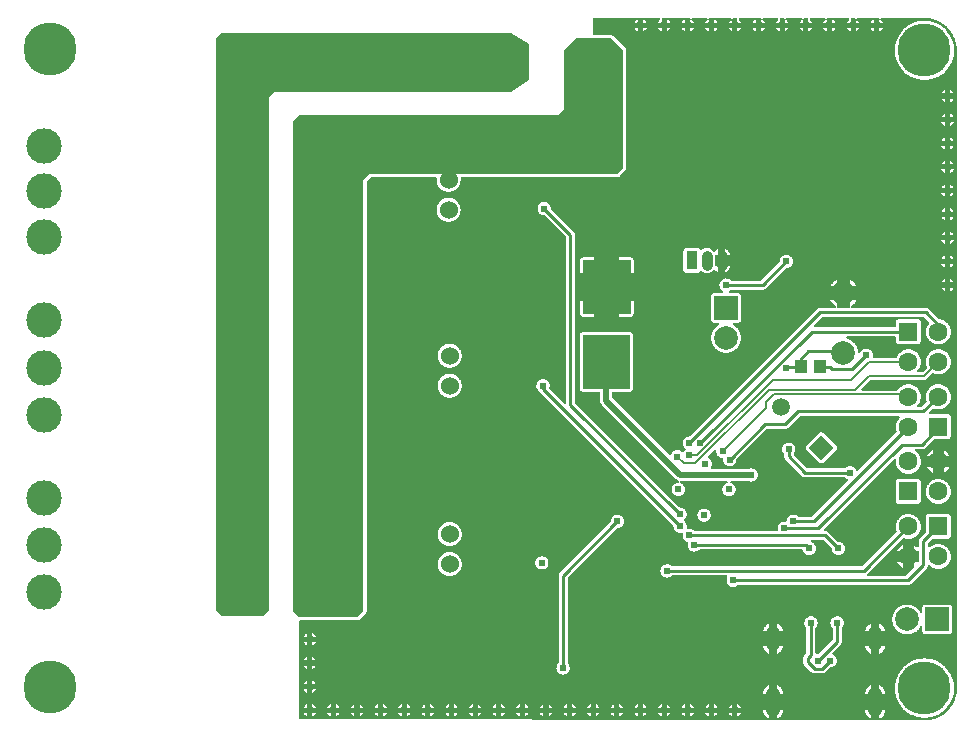
<source format=gbl>
G04 Layer: BottomLayer*
G04 EasyEDA v6.3.39, 2020-04-30T23:39:46+05:30*
G04 1361d28c2fbe473eb46aea13557a18e3,781d2bfaae87481f995808756cab4c07,10*
G04 Gerber Generator version 0.2*
G04 Scale: 100 percent, Rotated: No, Reflected: No *
G04 Dimensions in inches *
G04 leading zeros omitted , absolute positions ,2 integer and 4 decimal *
%FSLAX24Y24*%
%MOIN*%
G90*
G70D02*

%ADD10C,0.010000*%
%ADD12C,0.020000*%
%ADD16C,0.024000*%
%ADD34C,0.177165*%
%ADD35C,0.118110*%
%ADD37R,0.062992X0.062992*%
%ADD38C,0.062992*%
%ADD39R,0.078740X0.078740*%
%ADD40C,0.078740*%
%ADD41R,0.035433X0.062992*%
%ADD42C,0.060000*%
%ADD44C,0.059055*%
%ADD45C,0.035433*%
%ADD46C,0.047244*%
%ADD47C,0.005000*%

%LPD*%
G36*
G01X20708Y23524D02*
G01X19331Y23528D01*
G01X19319Y23526D01*
G01X19314Y23524D01*
G01X19304Y23518D01*
G01X19300Y23514D01*
G01X19294Y23504D01*
G01X19292Y23499D01*
G01X19291Y23493D01*
G01X19291Y22969D01*
G01X19292Y22964D01*
G01X19294Y22958D01*
G01X19297Y22953D01*
G01X19300Y22949D01*
G01X19304Y22945D01*
G01X19309Y22941D01*
G01X19319Y22937D01*
G01X19331Y22935D01*
G01X19910Y22935D01*
G01X19930Y22931D01*
G01X19948Y22923D01*
G01X19957Y22918D01*
G01X19965Y22912D01*
G01X19972Y22906D01*
G01X20366Y22512D01*
G01X20372Y22504D01*
G01X20378Y22497D01*
G01X20383Y22488D01*
G01X20391Y22470D01*
G01X20395Y22450D01*
G01X20395Y18494D01*
G01X20391Y18474D01*
G01X20383Y18456D01*
G01X20378Y18447D01*
G01X20372Y18439D01*
G01X20366Y18432D01*
G01X20169Y18235D01*
G01X20161Y18228D01*
G01X20153Y18223D01*
G01X20145Y18217D01*
G01X20136Y18213D01*
G01X20127Y18210D01*
G01X20117Y18207D01*
G01X20107Y18206D01*
G01X14906Y18206D01*
G01X14901Y18205D01*
G01X14895Y18204D01*
G01X14890Y18202D01*
G01X14880Y18196D01*
G01X14876Y18192D01*
G01X14870Y18182D01*
G01X14868Y18177D01*
G01X14867Y18171D01*
G01X14867Y18162D01*
G01X14868Y18144D01*
G01X14868Y18107D01*
G01X14867Y18090D01*
G01X14865Y18072D01*
G01X14862Y18054D01*
G01X14858Y18036D01*
G01X14854Y18019D01*
G01X14849Y18002D01*
G01X14843Y17985D01*
G01X14829Y17951D01*
G01X14820Y17935D01*
G01X14812Y17920D01*
G01X14792Y17890D01*
G01X14781Y17875D01*
G01X14769Y17862D01*
G01X14757Y17848D01*
G01X14744Y17836D01*
G01X14731Y17823D01*
G01X14703Y17801D01*
G01X14673Y17781D01*
G01X14657Y17772D01*
G01X14641Y17764D01*
G01X14625Y17757D01*
G01X14608Y17750D01*
G01X14591Y17744D01*
G01X14574Y17739D01*
G01X14557Y17735D01*
G01X14539Y17731D01*
G01X14521Y17728D01*
G01X14503Y17726D01*
G01X14467Y17724D01*
G01X14431Y17726D01*
G01X14413Y17728D01*
G01X14396Y17731D01*
G01X14378Y17735D01*
G01X14361Y17739D01*
G01X14343Y17744D01*
G01X14326Y17750D01*
G01X14310Y17757D01*
G01X14293Y17764D01*
G01X14277Y17772D01*
G01X14262Y17781D01*
G01X14246Y17791D01*
G01X14232Y17801D01*
G01X14217Y17812D01*
G01X14203Y17823D01*
G01X14190Y17836D01*
G01X14177Y17848D01*
G01X14165Y17862D01*
G01X14154Y17875D01*
G01X14143Y17890D01*
G01X14123Y17920D01*
G01X14114Y17935D01*
G01X14106Y17951D01*
G01X14092Y17985D01*
G01X14086Y18002D01*
G01X14076Y18036D01*
G01X14070Y18072D01*
G01X14068Y18090D01*
G01X14067Y18107D01*
G01X14066Y18125D01*
G01X14067Y18144D01*
G01X14068Y18162D01*
G01X14068Y18171D01*
G01X14067Y18177D01*
G01X14065Y18182D01*
G01X14062Y18187D01*
G01X14058Y18192D01*
G01X14054Y18196D01*
G01X14050Y18199D01*
G01X14045Y18202D01*
G01X14039Y18204D01*
G01X14034Y18205D01*
G01X14028Y18206D01*
G01X11888Y18206D01*
G01X11876Y18204D01*
G01X11864Y18198D01*
G01X11860Y18194D01*
G01X11745Y18080D01*
G01X11741Y18075D01*
G01X11738Y18069D01*
G01X11736Y18064D01*
G01X11734Y18058D01*
G01X11734Y3740D01*
G01X11732Y3720D01*
G01X11729Y3710D01*
G01X11726Y3701D01*
G01X11722Y3692D01*
G01X11717Y3684D01*
G01X11711Y3676D01*
G01X11704Y3668D01*
G01X11507Y3471D01*
G01X11500Y3465D01*
G01X11492Y3459D01*
G01X11483Y3454D01*
G01X11475Y3449D01*
G01X11465Y3446D01*
G01X11456Y3444D01*
G01X11446Y3442D01*
G01X9536Y3442D01*
G01X9530Y3441D01*
G01X9525Y3440D01*
G01X9519Y3438D01*
G01X9514Y3435D01*
G01X9510Y3432D01*
G01X9506Y3428D01*
G01X9502Y3423D01*
G01X9498Y3413D01*
G01X9496Y3407D01*
G01X9496Y169D01*
G01X9498Y164D01*
G01X9500Y158D01*
G01X9502Y153D01*
G01X9514Y141D01*
G01X9519Y138D01*
G01X9525Y136D01*
G01X9530Y135D01*
G01X9536Y135D01*
G01X25079Y109D01*
G01X25085Y110D01*
G01X25090Y111D01*
G01X25096Y113D01*
G01X25101Y116D01*
G01X25105Y119D01*
G01X25109Y123D01*
G01X25113Y128D01*
G01X25116Y133D01*
G01X25118Y138D01*
G01X25119Y143D01*
G01X25119Y155D01*
G01X25118Y160D01*
G01X25116Y166D01*
G01X25113Y171D01*
G01X25110Y175D01*
G01X25106Y179D01*
G01X25101Y183D01*
G01X25087Y192D01*
G01X25074Y202D01*
G01X25061Y213D01*
G01X25037Y237D01*
G01X25026Y249D01*
G01X25016Y263D01*
G01X25006Y276D01*
G01X24997Y290D01*
G01X24989Y305D01*
G01X24975Y335D01*
G01X24963Y367D01*
G01X24955Y399D01*
G01X24951Y433D01*
G01X24949Y449D01*
G01X25143Y449D01*
G01X25143Y149D01*
G01X25144Y143D01*
G01X25145Y138D01*
G01X25147Y132D01*
G01X25149Y127D01*
G01X25161Y115D01*
G01X25166Y113D01*
G01X25172Y111D01*
G01X25177Y109D01*
G01X25395Y109D01*
G01X25401Y110D01*
G01X25406Y112D01*
G01X25416Y118D01*
G01X25420Y122D01*
G01X25426Y132D01*
G01X25428Y137D01*
G01X25429Y143D01*
G01X25429Y449D01*
G01X25623Y449D01*
G01X25622Y433D01*
G01X25620Y416D01*
G01X25617Y399D01*
G01X25609Y367D01*
G01X25604Y351D01*
G01X25598Y335D01*
G01X25591Y320D01*
G01X25575Y290D01*
G01X25566Y276D01*
G01X25556Y262D01*
G01X25546Y249D01*
G01X25535Y236D01*
G01X25523Y224D01*
G01X25511Y213D01*
G01X25498Y202D01*
G01X25470Y182D01*
G01X25466Y179D01*
G01X25462Y175D01*
G01X25456Y165D01*
G01X25454Y160D01*
G01X25452Y148D01*
G01X25453Y143D01*
G01X25454Y137D01*
G01X25456Y132D01*
G01X25462Y122D01*
G01X25466Y118D01*
G01X25476Y112D01*
G01X25481Y110D01*
G01X25487Y109D01*
G01X25492Y108D01*
G01X28489Y104D01*
G01X28495Y104D01*
G01X28501Y105D01*
G01X28506Y107D01*
G01X28516Y113D01*
G01X28520Y117D01*
G01X28526Y127D01*
G01X28528Y132D01*
G01X28529Y138D01*
G01X28529Y149D01*
G01X28528Y155D01*
G01X28526Y160D01*
G01X28523Y166D01*
G01X28511Y178D01*
G01X28496Y187D01*
G01X28482Y197D01*
G01X28469Y208D01*
G01X28456Y220D01*
G01X28444Y232D01*
G01X28432Y245D01*
G01X28421Y258D01*
G01X28411Y272D01*
G01X28402Y286D01*
G01X28393Y301D01*
G01X28385Y316D01*
G01X28371Y348D01*
G01X28366Y365D01*
G01X28361Y381D01*
G01X28357Y398D01*
G01X28354Y415D01*
G01X28352Y432D01*
G01X28351Y449D01*
G01X28545Y449D01*
G01X28545Y138D01*
G01X28546Y132D01*
G01X28548Y127D01*
G01X28554Y117D01*
G01X28558Y113D01*
G01X28568Y107D01*
G01X28573Y105D01*
G01X28585Y103D01*
G01X28797Y103D01*
G01X28802Y105D01*
G01X28808Y107D01*
G01X28813Y109D01*
G01X28825Y121D01*
G01X28827Y126D01*
G01X28829Y132D01*
G01X28831Y137D01*
G01X28831Y449D01*
G01X29025Y449D01*
G01X29024Y433D01*
G01X29022Y417D01*
G01X29019Y400D01*
G01X29011Y368D01*
G01X29006Y353D01*
G01X29000Y337D01*
G01X28994Y322D01*
G01X28986Y308D01*
G01X28978Y293D01*
G01X28970Y279D01*
G01X28940Y240D01*
G01X28917Y217D01*
G01X28904Y206D01*
G01X28878Y186D01*
G01X28864Y177D01*
G01X28859Y174D01*
G01X28855Y170D01*
G01X28849Y160D01*
G01X28847Y154D01*
G01X28846Y149D01*
G01X28845Y143D01*
G01X28846Y137D01*
G01X28847Y132D01*
G01X28849Y126D01*
G01X28851Y121D01*
G01X28863Y109D01*
G01X28868Y107D01*
G01X28874Y105D01*
G01X28879Y103D01*
G01X28885Y103D01*
G01X30333Y101D01*
G01X30363Y101D01*
G01X30392Y102D01*
G01X30422Y104D01*
G01X30451Y107D01*
G01X30509Y115D01*
G01X30538Y120D01*
G01X30567Y126D01*
G01X30596Y133D01*
G01X30624Y140D01*
G01X30680Y158D01*
G01X30736Y178D01*
G01X30790Y202D01*
G01X30816Y214D01*
G01X30868Y242D01*
G01X30893Y257D01*
G01X30943Y289D01*
G01X30991Y323D01*
G01X31014Y342D01*
G01X31058Y380D01*
G01X31080Y400D01*
G01X31101Y421D01*
G01X31121Y442D01*
G01X31141Y464D01*
G01X31160Y486D01*
G01X31179Y509D01*
G01X31197Y532D01*
G01X31231Y580D01*
G01X31263Y630D01*
G01X31277Y655D01*
G01X31291Y681D01*
G01X31304Y707D01*
G01X31317Y734D01*
G01X31329Y761D01*
G01X31340Y788D01*
G01X31360Y844D01*
G01X31376Y900D01*
G01X31384Y929D01*
G01X31390Y957D01*
G01X31396Y986D01*
G01X31401Y1015D01*
G01X31405Y1044D01*
G01X31408Y1074D01*
G01X31411Y1103D01*
G01X31412Y1132D01*
G01X31413Y1162D01*
G01X31413Y1168D01*
G01X31412Y1181D01*
G01X31412Y22495D01*
G01X31410Y22525D01*
G01X31407Y22555D01*
G01X31404Y22584D01*
G01X31400Y22614D01*
G01X31382Y22701D01*
G01X31374Y22730D01*
G01X31365Y22759D01*
G01X31356Y22787D01*
G01X31336Y22843D01*
G01X31324Y22871D01*
G01X31312Y22898D01*
G01X31299Y22925D01*
G01X31285Y22951D01*
G01X31271Y22978D01*
G01X31223Y23053D01*
G01X31206Y23078D01*
G01X31188Y23101D01*
G01X31169Y23125D01*
G01X31150Y23148D01*
G01X31130Y23170D01*
G01X31109Y23192D01*
G01X31088Y23213D01*
G01X31067Y23233D01*
G01X31045Y23253D01*
G01X31022Y23273D01*
G01X30999Y23291D01*
G01X30975Y23309D01*
G01X30950Y23327D01*
G01X30926Y23344D01*
G01X30901Y23360D01*
G01X30849Y23390D01*
G01X30822Y23403D01*
G01X30796Y23417D01*
G01X30769Y23429D01*
G01X30741Y23441D01*
G01X30713Y23452D01*
G01X30685Y23462D01*
G01X30657Y23471D01*
G01X30628Y23480D01*
G01X30570Y23494D01*
G01X30512Y23506D01*
G01X30482Y23510D01*
G01X30453Y23514D01*
G01X30423Y23517D01*
G01X30393Y23519D01*
G01X30333Y23521D01*
G01X28902Y23521D01*
G01X28890Y23519D01*
G01X28885Y23517D01*
G01X28875Y23511D01*
G01X28871Y23507D01*
G01X28865Y23497D01*
G01X28863Y23492D01*
G01X28862Y23486D01*
G01X28862Y23475D01*
G01X28863Y23469D01*
G01X28866Y23463D01*
G01X28872Y23453D01*
G01X28877Y23449D01*
G01X28887Y23440D01*
G01X28907Y23420D01*
G01X28916Y23409D01*
G01X28924Y23398D01*
G01X28938Y23374D01*
G01X28943Y23361D01*
G01X28824Y23361D01*
G01X28824Y23486D01*
G01X28823Y23492D01*
G01X28821Y23497D01*
G01X28815Y23507D01*
G01X28811Y23511D01*
G01X28801Y23517D01*
G01X28796Y23519D01*
G01X28784Y23521D01*
G01X28694Y23521D01*
G01X28689Y23520D01*
G01X28683Y23519D01*
G01X28678Y23517D01*
G01X28668Y23511D01*
G01X28664Y23507D01*
G01X28658Y23497D01*
G01X28656Y23492D01*
G01X28655Y23486D01*
G01X28654Y23481D01*
G01X28654Y23361D01*
G01X28535Y23361D01*
G01X28541Y23374D01*
G01X28555Y23398D01*
G01X28563Y23409D01*
G01X28572Y23420D01*
G01X28581Y23430D01*
G01X28591Y23440D01*
G01X28602Y23449D01*
G01X28606Y23453D01*
G01X28610Y23458D01*
G01X28613Y23463D01*
G01X28617Y23475D01*
G01X28617Y23486D01*
G01X28616Y23492D01*
G01X28614Y23497D01*
G01X28611Y23502D01*
G01X28607Y23507D01*
G01X28603Y23511D01*
G01X28599Y23514D01*
G01X28594Y23517D01*
G01X28588Y23519D01*
G01X28583Y23520D01*
G01X28577Y23521D01*
G01X28114Y23521D01*
G01X28108Y23520D01*
G01X28103Y23519D01*
G01X28098Y23517D01*
G01X28088Y23511D01*
G01X28084Y23507D01*
G01X28078Y23497D01*
G01X28076Y23492D01*
G01X28075Y23486D01*
G01X28074Y23481D01*
G01X28076Y23469D01*
G01X28078Y23463D01*
G01X28081Y23458D01*
G01X28085Y23453D01*
G01X28089Y23449D01*
G01X28100Y23440D01*
G01X28110Y23430D01*
G01X28119Y23420D01*
G01X28128Y23409D01*
G01X28136Y23398D01*
G01X28144Y23386D01*
G01X28150Y23374D01*
G01X28156Y23361D01*
G01X28037Y23361D01*
G01X28037Y23486D01*
G01X28035Y23492D01*
G01X28031Y23502D01*
G01X28027Y23507D01*
G01X28023Y23511D01*
G01X28019Y23514D01*
G01X28014Y23517D01*
G01X28008Y23519D01*
G01X28003Y23520D01*
G01X27997Y23521D01*
G01X27907Y23521D01*
G01X27901Y23520D01*
G01X27896Y23519D01*
G01X27890Y23517D01*
G01X27885Y23514D01*
G01X27881Y23511D01*
G01X27877Y23507D01*
G01X27873Y23502D01*
G01X27869Y23492D01*
G01X27867Y23486D01*
G01X27867Y23361D01*
G01X27748Y23361D01*
G01X27754Y23374D01*
G01X27760Y23386D01*
G01X27768Y23398D01*
G01X27776Y23409D01*
G01X27785Y23420D01*
G01X27794Y23430D01*
G01X27804Y23440D01*
G01X27815Y23449D01*
G01X27819Y23453D01*
G01X27823Y23458D01*
G01X27826Y23463D01*
G01X27828Y23469D01*
G01X27830Y23481D01*
G01X27829Y23486D01*
G01X27828Y23492D01*
G01X27826Y23497D01*
G01X27820Y23507D01*
G01X27816Y23511D01*
G01X27806Y23517D01*
G01X27801Y23519D01*
G01X27796Y23520D01*
G01X27790Y23521D01*
G01X27327Y23521D01*
G01X27315Y23519D01*
G01X27310Y23517D01*
G01X27305Y23514D01*
G01X27301Y23511D01*
G01X27297Y23507D01*
G01X27293Y23502D01*
G01X27290Y23497D01*
G01X27288Y23492D01*
G01X27287Y23486D01*
G01X27287Y23475D01*
G01X27291Y23463D01*
G01X27294Y23458D01*
G01X27298Y23453D01*
G01X27302Y23449D01*
G01X27313Y23440D01*
G01X27323Y23430D01*
G01X27332Y23420D01*
G01X27341Y23409D01*
G01X27349Y23398D01*
G01X27363Y23374D01*
G01X27369Y23361D01*
G01X27250Y23361D01*
G01X27250Y23481D01*
G01X27249Y23486D01*
G01X27248Y23492D01*
G01X27246Y23497D01*
G01X27240Y23507D01*
G01X27236Y23511D01*
G01X27226Y23517D01*
G01X27221Y23519D01*
G01X27215Y23520D01*
G01X27210Y23521D01*
G01X27120Y23521D01*
G01X27108Y23519D01*
G01X27103Y23517D01*
G01X27093Y23511D01*
G01X27089Y23507D01*
G01X27083Y23497D01*
G01X27081Y23492D01*
G01X27080Y23486D01*
G01X27080Y23361D01*
G01X26961Y23361D01*
G01X26966Y23374D01*
G01X26980Y23398D01*
G01X26988Y23409D01*
G01X26997Y23420D01*
G01X27017Y23440D01*
G01X27027Y23449D01*
G01X27032Y23453D01*
G01X27038Y23463D01*
G01X27041Y23469D01*
G01X27042Y23475D01*
G01X27042Y23486D01*
G01X27041Y23492D01*
G01X27039Y23497D01*
G01X27033Y23507D01*
G01X27029Y23511D01*
G01X27019Y23517D01*
G01X27014Y23519D01*
G01X27002Y23521D01*
G01X26539Y23521D01*
G01X26534Y23520D01*
G01X26528Y23519D01*
G01X26523Y23517D01*
G01X26513Y23511D01*
G01X26509Y23507D01*
G01X26503Y23497D01*
G01X26501Y23492D01*
G01X26500Y23486D01*
G01X26499Y23481D01*
G01X26501Y23469D01*
G01X26503Y23463D01*
G01X26506Y23458D01*
G01X26510Y23453D01*
G01X26515Y23449D01*
G01X26525Y23440D01*
G01X26545Y23420D01*
G01X26553Y23409D01*
G01X26562Y23398D01*
G01X26569Y23386D01*
G01X26575Y23374D01*
G01X26581Y23361D01*
G01X26462Y23361D01*
G01X26462Y23486D01*
G01X26461Y23492D01*
G01X26459Y23497D01*
G01X26456Y23502D01*
G01X26452Y23507D01*
G01X26448Y23511D01*
G01X26444Y23514D01*
G01X26439Y23517D01*
G01X26433Y23519D01*
G01X26428Y23520D01*
G01X26422Y23521D01*
G01X26332Y23521D01*
G01X26327Y23520D01*
G01X26321Y23519D01*
G01X26316Y23517D01*
G01X26306Y23511D01*
G01X26302Y23507D01*
G01X26296Y23497D01*
G01X26294Y23492D01*
G01X26293Y23486D01*
G01X26292Y23481D01*
G01X26292Y23361D01*
G01X26173Y23361D01*
G01X26179Y23374D01*
G01X26193Y23398D01*
G01X26201Y23409D01*
G01X26210Y23420D01*
G01X26219Y23430D01*
G01X26229Y23440D01*
G01X26240Y23449D01*
G01X26244Y23453D01*
G01X26248Y23458D01*
G01X26251Y23463D01*
G01X26255Y23475D01*
G01X26255Y23486D01*
G01X26253Y23492D01*
G01X26249Y23502D01*
G01X26245Y23507D01*
G01X26241Y23511D01*
G01X26237Y23514D01*
G01X26232Y23517D01*
G01X26226Y23519D01*
G01X26221Y23520D01*
G01X26215Y23521D01*
G01X25752Y23521D01*
G01X25746Y23520D01*
G01X25741Y23519D01*
G01X25735Y23517D01*
G01X25730Y23514D01*
G01X25726Y23511D01*
G01X25722Y23507D01*
G01X25718Y23502D01*
G01X25714Y23492D01*
G01X25712Y23486D01*
G01X25712Y23475D01*
G01X25716Y23463D01*
G01X25719Y23458D01*
G01X25723Y23453D01*
G01X25727Y23449D01*
G01X25738Y23440D01*
G01X25748Y23430D01*
G01X25757Y23420D01*
G01X25766Y23409D01*
G01X25774Y23398D01*
G01X25788Y23374D01*
G01X25794Y23361D01*
G01X25675Y23361D01*
G01X25675Y23481D01*
G01X25674Y23486D01*
G01X25673Y23492D01*
G01X25671Y23497D01*
G01X25665Y23507D01*
G01X25661Y23511D01*
G01X25651Y23517D01*
G01X25646Y23519D01*
G01X25640Y23520D01*
G01X25635Y23521D01*
G01X25545Y23521D01*
G01X25539Y23520D01*
G01X25534Y23519D01*
G01X25528Y23517D01*
G01X25523Y23514D01*
G01X25519Y23511D01*
G01X25515Y23507D01*
G01X25511Y23502D01*
G01X25508Y23497D01*
G01X25506Y23492D01*
G01X25505Y23486D01*
G01X25505Y23361D01*
G01X25386Y23361D01*
G01X25392Y23374D01*
G01X25398Y23386D01*
G01X25405Y23398D01*
G01X25414Y23409D01*
G01X25422Y23420D01*
G01X25442Y23440D01*
G01X25452Y23449D01*
G01X25457Y23453D01*
G01X25461Y23458D01*
G01X25464Y23463D01*
G01X25466Y23469D01*
G01X25468Y23481D01*
G01X25467Y23486D01*
G01X25466Y23492D01*
G01X25464Y23497D01*
G01X25458Y23507D01*
G01X25454Y23511D01*
G01X25444Y23517D01*
G01X25439Y23519D01*
G01X25433Y23520D01*
G01X25428Y23521D01*
G01X24965Y23521D01*
G01X24953Y23519D01*
G01X24948Y23517D01*
G01X24938Y23511D01*
G01X24934Y23507D01*
G01X24928Y23497D01*
G01X24926Y23492D01*
G01X24925Y23486D01*
G01X24925Y23475D01*
G01X24926Y23469D01*
G01X24929Y23463D01*
G01X24935Y23453D01*
G01X24940Y23449D01*
G01X24950Y23440D01*
G01X24970Y23420D01*
G01X24979Y23409D01*
G01X24987Y23398D01*
G01X25001Y23374D01*
G01X25006Y23361D01*
G01X24887Y23361D01*
G01X24887Y23486D01*
G01X24886Y23492D01*
G01X24884Y23497D01*
G01X24878Y23507D01*
G01X24874Y23511D01*
G01X24864Y23517D01*
G01X24859Y23519D01*
G01X24847Y23521D01*
G01X24757Y23521D01*
G01X24752Y23520D01*
G01X24746Y23519D01*
G01X24741Y23517D01*
G01X24731Y23511D01*
G01X24727Y23507D01*
G01X24721Y23497D01*
G01X24719Y23492D01*
G01X24718Y23486D01*
G01X24717Y23481D01*
G01X24717Y23361D01*
G01X24598Y23361D01*
G01X24604Y23374D01*
G01X24618Y23398D01*
G01X24626Y23409D01*
G01X24635Y23420D01*
G01X24644Y23430D01*
G01X24654Y23440D01*
G01X24665Y23449D01*
G01X24669Y23453D01*
G01X24673Y23458D01*
G01X24676Y23463D01*
G01X24680Y23475D01*
G01X24680Y23486D01*
G01X24679Y23492D01*
G01X24677Y23497D01*
G01X24674Y23502D01*
G01X24670Y23507D01*
G01X24666Y23511D01*
G01X24662Y23514D01*
G01X24657Y23517D01*
G01X24651Y23519D01*
G01X24646Y23520D01*
G01X24640Y23521D01*
G01X24177Y23521D01*
G01X24171Y23520D01*
G01X24166Y23519D01*
G01X24161Y23517D01*
G01X24151Y23511D01*
G01X24147Y23507D01*
G01X24141Y23497D01*
G01X24139Y23492D01*
G01X24138Y23486D01*
G01X24137Y23481D01*
G01X24139Y23469D01*
G01X24141Y23463D01*
G01X24144Y23458D01*
G01X24148Y23453D01*
G01X24152Y23449D01*
G01X24163Y23440D01*
G01X24173Y23430D01*
G01X24182Y23420D01*
G01X24191Y23409D01*
G01X24199Y23398D01*
G01X24207Y23386D01*
G01X24213Y23374D01*
G01X24219Y23361D01*
G01X24100Y23361D01*
G01X24100Y23486D01*
G01X24098Y23492D01*
G01X24094Y23502D01*
G01X24090Y23507D01*
G01X24086Y23511D01*
G01X24082Y23514D01*
G01X24077Y23517D01*
G01X24071Y23519D01*
G01X24066Y23520D01*
G01X24060Y23521D01*
G01X23970Y23521D01*
G01X23964Y23520D01*
G01X23959Y23519D01*
G01X23953Y23517D01*
G01X23948Y23514D01*
G01X23944Y23511D01*
G01X23940Y23507D01*
G01X23936Y23502D01*
G01X23932Y23492D01*
G01X23930Y23486D01*
G01X23930Y23361D01*
G01X23811Y23361D01*
G01X23817Y23374D01*
G01X23823Y23386D01*
G01X23831Y23398D01*
G01X23847Y23420D01*
G01X23867Y23440D01*
G01X23878Y23449D01*
G01X23882Y23453D01*
G01X23886Y23458D01*
G01X23889Y23463D01*
G01X23891Y23469D01*
G01X23893Y23481D01*
G01X23892Y23486D01*
G01X23891Y23492D01*
G01X23889Y23497D01*
G01X23883Y23507D01*
G01X23879Y23511D01*
G01X23869Y23517D01*
G01X23864Y23519D01*
G01X23859Y23520D01*
G01X23853Y23521D01*
G01X23390Y23521D01*
G01X23378Y23519D01*
G01X23373Y23517D01*
G01X23368Y23514D01*
G01X23364Y23511D01*
G01X23360Y23507D01*
G01X23356Y23502D01*
G01X23353Y23497D01*
G01X23351Y23492D01*
G01X23350Y23486D01*
G01X23350Y23475D01*
G01X23354Y23463D01*
G01X23357Y23458D01*
G01X23361Y23453D01*
G01X23365Y23449D01*
G01X23376Y23440D01*
G01X23386Y23430D01*
G01X23395Y23420D01*
G01X23404Y23409D01*
G01X23412Y23398D01*
G01X23426Y23374D01*
G01X23432Y23361D01*
G01X23313Y23361D01*
G01X23313Y23481D01*
G01X23312Y23486D01*
G01X23311Y23492D01*
G01X23309Y23497D01*
G01X23303Y23507D01*
G01X23299Y23511D01*
G01X23289Y23517D01*
G01X23284Y23519D01*
G01X23278Y23520D01*
G01X23273Y23521D01*
G01X23183Y23521D01*
G01X23171Y23519D01*
G01X23166Y23517D01*
G01X23156Y23511D01*
G01X23152Y23507D01*
G01X23146Y23497D01*
G01X23144Y23492D01*
G01X23143Y23486D01*
G01X23143Y23361D01*
G01X23024Y23361D01*
G01X23029Y23374D01*
G01X23043Y23398D01*
G01X23051Y23409D01*
G01X23060Y23420D01*
G01X23080Y23440D01*
G01X23090Y23449D01*
G01X23095Y23453D01*
G01X23101Y23463D01*
G01X23104Y23469D01*
G01X23105Y23475D01*
G01X23105Y23486D01*
G01X23104Y23492D01*
G01X23102Y23497D01*
G01X23096Y23507D01*
G01X23092Y23511D01*
G01X23082Y23517D01*
G01X23077Y23519D01*
G01X23065Y23521D01*
G01X22602Y23521D01*
G01X22597Y23520D01*
G01X22591Y23519D01*
G01X22586Y23517D01*
G01X22576Y23511D01*
G01X22572Y23507D01*
G01X22566Y23497D01*
G01X22564Y23492D01*
G01X22563Y23486D01*
G01X22562Y23481D01*
G01X22564Y23469D01*
G01X22566Y23463D01*
G01X22569Y23458D01*
G01X22573Y23453D01*
G01X22577Y23449D01*
G01X22588Y23440D01*
G01X22608Y23420D01*
G01X22616Y23409D01*
G01X22625Y23398D01*
G01X22632Y23386D01*
G01X22638Y23374D01*
G01X22644Y23361D01*
G01X22525Y23361D01*
G01X22525Y23486D01*
G01X22524Y23492D01*
G01X22522Y23497D01*
G01X22519Y23502D01*
G01X22515Y23507D01*
G01X22511Y23511D01*
G01X22507Y23514D01*
G01X22502Y23517D01*
G01X22496Y23519D01*
G01X22491Y23520D01*
G01X22485Y23521D01*
G01X22395Y23521D01*
G01X22389Y23520D01*
G01X22384Y23519D01*
G01X22379Y23517D01*
G01X22369Y23511D01*
G01X22365Y23507D01*
G01X22359Y23497D01*
G01X22357Y23492D01*
G01X22356Y23486D01*
G01X22355Y23481D01*
G01X22355Y23361D01*
G01X22236Y23361D01*
G01X22242Y23374D01*
G01X22256Y23398D01*
G01X22264Y23410D01*
G01X22273Y23420D01*
G01X22282Y23431D01*
G01X22293Y23440D01*
G01X22303Y23450D01*
G01X22308Y23454D01*
G01X22311Y23458D01*
G01X22315Y23463D01*
G01X22317Y23469D01*
G01X22319Y23481D01*
G01X22318Y23487D01*
G01X22317Y23492D01*
G01X22315Y23498D01*
G01X22312Y23503D01*
G01X22309Y23507D01*
G01X22305Y23511D01*
G01X22300Y23515D01*
G01X22290Y23519D01*
G01X22284Y23520D01*
G01X22279Y23521D01*
G01X21813Y23522D01*
G01X21807Y23522D01*
G01X21802Y23520D01*
G01X21796Y23518D01*
G01X21791Y23516D01*
G01X21779Y23504D01*
G01X21777Y23499D01*
G01X21775Y23493D01*
G01X21773Y23488D01*
G01X21773Y23482D01*
G01X21775Y23470D01*
G01X21777Y23464D01*
G01X21780Y23459D01*
G01X21784Y23454D01*
G01X21789Y23450D01*
G01X21799Y23441D01*
G01X21810Y23432D01*
G01X21837Y23399D01*
G01X21844Y23386D01*
G01X21851Y23374D01*
G01X21857Y23361D01*
G01X21738Y23361D01*
G01X21738Y23482D01*
G01X21737Y23488D01*
G01X21736Y23493D01*
G01X21734Y23499D01*
G01X21731Y23504D01*
G01X21728Y23508D01*
G01X21724Y23512D01*
G01X21719Y23516D01*
G01X21714Y23519D01*
G01X21709Y23521D01*
G01X21704Y23522D01*
G01X21602Y23522D01*
G01X21597Y23521D01*
G01X21591Y23519D01*
G01X21586Y23516D01*
G01X21582Y23513D01*
G01X21578Y23509D01*
G01X21574Y23504D01*
G01X21571Y23499D01*
G01X21569Y23494D01*
G01X21568Y23488D01*
G01X21568Y23361D01*
G01X21449Y23361D01*
G01X21461Y23387D01*
G01X21477Y23411D01*
G01X21487Y23422D01*
G01X21496Y23432D01*
G01X21507Y23442D01*
G01X21518Y23451D01*
G01X21522Y23455D01*
G01X21526Y23460D01*
G01X21529Y23465D01*
G01X21532Y23471D01*
G01X21533Y23477D01*
G01X21533Y23488D01*
G01X21532Y23494D01*
G01X21530Y23499D01*
G01X21524Y23509D01*
G01X21520Y23513D01*
G01X21510Y23519D01*
G01X21505Y23521D01*
G01X21493Y23523D01*
G01X21023Y23524D01*
G01X21018Y23523D01*
G01X21012Y23522D01*
G01X21007Y23520D01*
G01X20997Y23514D01*
G01X20993Y23510D01*
G01X20987Y23500D01*
G01X20985Y23495D01*
G01X20984Y23489D01*
G01X20983Y23484D01*
G01X20985Y23472D01*
G01X20988Y23466D01*
G01X20991Y23461D01*
G01X20995Y23456D01*
G01X20999Y23452D01*
G01X21010Y23443D01*
G01X21021Y23433D01*
G01X21031Y23422D01*
G01X21040Y23411D01*
G01X21049Y23399D01*
G01X21056Y23387D01*
G01X21063Y23374D01*
G01X21069Y23361D01*
G01X20950Y23361D01*
G01X20950Y23490D01*
G01X20949Y23495D01*
G01X20947Y23501D01*
G01X20944Y23506D01*
G01X20941Y23510D01*
G01X20937Y23514D01*
G01X20932Y23518D01*
G01X20922Y23522D01*
G01X20916Y23524D01*
G01X20815Y23524D01*
G01X20809Y23523D01*
G01X20804Y23521D01*
G01X20799Y23518D01*
G01X20794Y23514D01*
G01X20790Y23510D01*
G01X20787Y23506D01*
G01X20784Y23501D01*
G01X20782Y23495D01*
G01X20781Y23490D01*
G01X20780Y23484D01*
G01X20780Y23361D01*
G01X20661Y23361D01*
G01X20667Y23374D01*
G01X20674Y23387D01*
G01X20682Y23400D01*
G01X20691Y23411D01*
G01X20700Y23423D01*
G01X20710Y23433D01*
G01X20732Y23453D01*
G01X20737Y23457D01*
G01X20741Y23461D01*
G01X20744Y23467D01*
G01X20746Y23472D01*
G01X20748Y23478D01*
G01X20748Y23490D01*
G01X20747Y23496D01*
G01X20745Y23501D01*
G01X20739Y23511D01*
G01X20735Y23515D01*
G01X20725Y23521D01*
G01X20720Y23523D01*
G01X20714Y23524D01*
G01X20708Y23524D01*
G37*

%LPC*%
G36*
G01X17670Y17385D02*
G01X17656Y17386D01*
G01X17630Y17384D01*
G01X17616Y17382D01*
G01X17603Y17379D01*
G01X17591Y17376D01*
G01X17578Y17371D01*
G01X17566Y17366D01*
G01X17542Y17354D01*
G01X17531Y17347D01*
G01X17520Y17339D01*
G01X17500Y17321D01*
G01X17482Y17301D01*
G01X17474Y17290D01*
G01X17467Y17279D01*
G01X17461Y17268D01*
G01X17455Y17256D01*
G01X17450Y17243D01*
G01X17445Y17231D01*
G01X17439Y17205D01*
G01X17437Y17191D01*
G01X17435Y17165D01*
G01X17436Y17151D01*
G01X17437Y17138D01*
G01X17439Y17124D01*
G01X17442Y17111D01*
G01X17450Y17085D01*
G01X17455Y17073D01*
G01X17461Y17061D01*
G01X17468Y17049D01*
G01X17484Y17027D01*
G01X17493Y17016D01*
G01X17512Y16997D01*
G01X17534Y16981D01*
G01X17545Y16974D01*
G01X17557Y16967D01*
G01X17569Y16962D01*
G01X17582Y16957D01*
G01X17608Y16949D01*
G01X17621Y16947D01*
G01X17635Y16945D01*
G01X17648Y16944D01*
G01X17660Y16942D01*
G01X17670Y16936D01*
G01X17675Y16932D01*
G01X18370Y16237D01*
G01X18374Y16232D01*
G01X18377Y16227D01*
G01X18380Y16221D01*
G01X18382Y16209D01*
G01X18382Y10693D01*
G01X18381Y10687D01*
G01X18380Y10682D01*
G01X18378Y10676D01*
G01X18375Y10671D01*
G01X18372Y10667D01*
G01X18368Y10663D01*
G01X18363Y10659D01*
G01X18348Y10653D01*
G01X18336Y10653D01*
G01X18329Y10655D01*
G01X18324Y10657D01*
G01X18318Y10661D01*
G01X17835Y11144D01*
G01X17830Y11148D01*
G01X17827Y11154D01*
G01X17823Y11166D01*
G01X17823Y11179D01*
G01X17830Y11200D01*
G01X17833Y11214D01*
G01X17836Y11229D01*
G01X17838Y11259D01*
G01X17838Y11273D01*
G01X17834Y11299D01*
G01X17828Y11325D01*
G01X17824Y11338D01*
G01X17818Y11350D01*
G01X17813Y11362D01*
G01X17806Y11374D01*
G01X17799Y11385D01*
G01X17791Y11396D01*
G01X17773Y11416D01*
G01X17763Y11425D01*
G01X17753Y11433D01*
G01X17742Y11441D01*
G01X17720Y11455D01*
G01X17708Y11461D01*
G01X17695Y11466D01*
G01X17683Y11470D01*
G01X17670Y11474D01*
G01X17657Y11477D01*
G01X17644Y11479D01*
G01X17630Y11480D01*
G01X17604Y11480D01*
G01X17590Y11479D01*
G01X17577Y11477D01*
G01X17564Y11474D01*
G01X17551Y11470D01*
G01X17539Y11466D01*
G01X17526Y11461D01*
G01X17514Y11455D01*
G01X17503Y11448D01*
G01X17491Y11441D01*
G01X17481Y11433D01*
G01X17470Y11425D01*
G01X17461Y11416D01*
G01X17443Y11396D01*
G01X17435Y11385D01*
G01X17428Y11374D01*
G01X17421Y11362D01*
G01X17415Y11350D01*
G01X17410Y11338D01*
G01X17402Y11312D01*
G01X17396Y11273D01*
G01X17396Y11246D01*
G01X17398Y11232D01*
G01X17400Y11219D01*
G01X17406Y11193D01*
G01X17416Y11167D01*
G01X17422Y11155D01*
G01X17429Y11143D01*
G01X17436Y11132D01*
G01X17444Y11121D01*
G01X17453Y11111D01*
G01X17463Y11101D01*
G01X17473Y11092D01*
G01X17478Y11086D01*
G01X17482Y11080D01*
G01X17488Y11069D01*
G01X17495Y11059D01*
G01X17502Y11050D01*
G01X17510Y11041D01*
G01X21951Y6600D01*
G01X21955Y6595D01*
G01X21961Y6585D01*
G01X21963Y6573D01*
G01X21964Y6559D01*
G01X21968Y6533D01*
G01X21972Y6519D01*
G01X21976Y6506D01*
G01X21986Y6482D01*
G01X22000Y6458D01*
G01X22016Y6436D01*
G01X22035Y6417D01*
G01X22046Y6408D01*
G01X22057Y6400D01*
G01X22068Y6393D01*
G01X22080Y6386D01*
G01X22092Y6380D01*
G01X22104Y6375D01*
G01X22117Y6370D01*
G01X22130Y6366D01*
G01X22143Y6363D01*
G01X22157Y6361D01*
G01X22170Y6360D01*
G01X22201Y6360D01*
G01X22219Y6362D01*
G01X22236Y6366D01*
G01X22245Y6367D01*
G01X22251Y6367D01*
G01X22256Y6365D01*
G01X22262Y6363D01*
G01X22267Y6361D01*
G01X22279Y6349D01*
G01X22282Y6344D01*
G01X22284Y6338D01*
G01X22285Y6333D01*
G01X22285Y6327D01*
G01X22284Y6318D01*
G01X22281Y6300D01*
G01X22279Y6283D01*
G01X22278Y6266D01*
G01X22278Y6252D01*
G01X22284Y6213D01*
G01X22288Y6200D01*
G01X22292Y6188D01*
G01X22297Y6175D01*
G01X22303Y6163D01*
G01X22317Y6141D01*
G01X22325Y6130D01*
G01X22333Y6120D01*
G01X22342Y6110D01*
G01X22362Y6092D01*
G01X22373Y6084D01*
G01X22395Y6070D01*
G01X22407Y6065D01*
G01X22420Y6059D01*
G01X22425Y6057D01*
G01X22435Y6049D01*
G01X22438Y6045D01*
G01X22441Y6040D01*
G01X22444Y6034D01*
G01X22445Y6028D01*
G01X22445Y6022D01*
G01X22444Y6011D01*
G01X22440Y5996D01*
G01X22436Y5966D01*
G01X22435Y5951D01*
G01X22436Y5937D01*
G01X22437Y5924D01*
G01X22439Y5911D01*
G01X22445Y5885D01*
G01X22450Y5872D01*
G01X22455Y5860D01*
G01X22467Y5836D01*
G01X22475Y5825D01*
G01X22482Y5815D01*
G01X22491Y5804D01*
G01X22510Y5785D01*
G01X22520Y5777D01*
G01X22531Y5769D01*
G01X22542Y5762D01*
G01X22554Y5755D01*
G01X22566Y5749D01*
G01X22578Y5744D01*
G01X22604Y5736D01*
G01X22617Y5733D01*
G01X22630Y5731D01*
G01X22643Y5730D01*
G01X22670Y5730D01*
G01X22698Y5734D01*
G01X22711Y5737D01*
G01X22737Y5745D01*
G01X22750Y5751D01*
G01X22762Y5757D01*
G01X22774Y5764D01*
G01X22786Y5772D01*
G01X22797Y5780D01*
G01X22807Y5789D01*
G01X22812Y5793D01*
G01X22817Y5796D01*
G01X22822Y5798D01*
G01X22834Y5800D01*
G01X26242Y5800D01*
G01X26248Y5799D01*
G01X26253Y5798D01*
G01X26258Y5796D01*
G01X26268Y5790D01*
G01X26272Y5786D01*
G01X26276Y5781D01*
G01X26280Y5771D01*
G01X26284Y5758D01*
G01X26289Y5745D01*
G01X26295Y5733D01*
G01X26302Y5721D01*
G01X26309Y5710D01*
G01X26325Y5688D01*
G01X26334Y5678D01*
G01X26354Y5660D01*
G01X26365Y5652D01*
G01X26377Y5645D01*
G01X26388Y5638D01*
G01X26400Y5632D01*
G01X26413Y5626D01*
G01X26439Y5618D01*
G01X26452Y5615D01*
G01X26465Y5613D01*
G01X26479Y5612D01*
G01X26506Y5612D01*
G01X26519Y5613D01*
G01X26532Y5615D01*
G01X26545Y5618D01*
G01X26571Y5626D01*
G01X26583Y5631D01*
G01X26595Y5637D01*
G01X26607Y5644D01*
G01X26618Y5651D01*
G01X26629Y5659D01*
G01X26639Y5667D01*
G01X26649Y5676D01*
G01X26658Y5686D01*
G01X26666Y5696D01*
G01X26682Y5718D01*
G01X26694Y5742D01*
G01X26699Y5754D01*
G01X26707Y5780D01*
G01X26710Y5793D01*
G01X26712Y5806D01*
G01X26713Y5819D01*
G01X26713Y5847D01*
G01X26712Y5860D01*
G01X26710Y5874D01*
G01X26707Y5887D01*
G01X26703Y5901D01*
G01X26698Y5914D01*
G01X26693Y5926D01*
G01X26686Y5939D01*
G01X26679Y5951D01*
G01X26672Y5962D01*
G01X26663Y5973D01*
G01X26654Y5983D01*
G01X26644Y5993D01*
G01X26634Y6002D01*
G01X26623Y6011D01*
G01X26612Y6019D01*
G01X26600Y6026D01*
G01X26588Y6032D01*
G01X26575Y6038D01*
G01X26570Y6040D01*
G01X26565Y6044D01*
G01X26557Y6052D01*
G01X26554Y6057D01*
G01X26552Y6063D01*
G01X26550Y6075D01*
G01X26551Y6080D01*
G01X26552Y6086D01*
G01X26554Y6091D01*
G01X26560Y6101D01*
G01X26564Y6105D01*
G01X26574Y6111D01*
G01X26579Y6113D01*
G01X26585Y6114D01*
G01X26590Y6115D01*
G01X26947Y6115D01*
G01X26953Y6114D01*
G01X26960Y6113D01*
G01X26965Y6110D01*
G01X26971Y6107D01*
G01X26976Y6103D01*
G01X27227Y5852D01*
G01X27231Y5847D01*
G01X27234Y5842D01*
G01X27236Y5836D01*
G01X27238Y5831D01*
G01X27239Y5825D01*
G01X27240Y5811D01*
G01X27241Y5798D01*
G01X27244Y5784D01*
G01X27247Y5771D01*
G01X27251Y5758D01*
G01X27256Y5746D01*
G01X27262Y5733D01*
G01X27269Y5721D01*
G01X27276Y5710D01*
G01X27292Y5688D01*
G01X27301Y5678D01*
G01X27321Y5660D01*
G01X27332Y5652D01*
G01X27344Y5645D01*
G01X27355Y5638D01*
G01X27367Y5632D01*
G01X27393Y5622D01*
G01X27406Y5618D01*
G01X27419Y5615D01*
G01X27432Y5613D01*
G01X27446Y5612D01*
G01X27473Y5612D01*
G01X27486Y5613D01*
G01X27499Y5615D01*
G01X27512Y5618D01*
G01X27538Y5626D01*
G01X27550Y5631D01*
G01X27562Y5637D01*
G01X27574Y5644D01*
G01X27585Y5651D01*
G01X27596Y5659D01*
G01X27606Y5667D01*
G01X27616Y5676D01*
G01X27625Y5686D01*
G01X27633Y5696D01*
G01X27649Y5718D01*
G01X27661Y5742D01*
G01X27666Y5754D01*
G01X27671Y5767D01*
G01X27677Y5793D01*
G01X27679Y5806D01*
G01X27680Y5819D01*
G01X27681Y5833D01*
G01X27680Y5846D01*
G01X27679Y5860D01*
G01X27677Y5873D01*
G01X27674Y5886D01*
G01X27670Y5900D01*
G01X27666Y5912D01*
G01X27660Y5925D01*
G01X27648Y5949D01*
G01X27632Y5971D01*
G01X27614Y5991D01*
G01X27604Y6000D01*
G01X27593Y6009D01*
G01X27582Y6017D01*
G01X27571Y6024D01*
G01X27559Y6030D01*
G01X27546Y6036D01*
G01X27534Y6041D01*
G01X27521Y6045D01*
G01X27508Y6048D01*
G01X27494Y6051D01*
G01X27481Y6053D01*
G01X27467Y6054D01*
G01X27461Y6054D01*
G01X27455Y6056D01*
G01X27450Y6058D01*
G01X27445Y6061D01*
G01X27440Y6065D01*
G01X27124Y6381D01*
G01X27115Y6388D01*
G01X27095Y6400D01*
G01X27084Y6405D01*
G01X27062Y6413D01*
G01X27050Y6415D01*
G01X27026Y6417D01*
G01X27009Y6417D01*
G01X27004Y6418D01*
G01X26998Y6420D01*
G01X26993Y6423D01*
G01X26989Y6426D01*
G01X26985Y6431D01*
G01X26981Y6435D01*
G01X26977Y6445D01*
G01X26975Y6451D01*
G01X26975Y6457D01*
G01X26977Y6469D01*
G01X26979Y6475D01*
G01X26987Y6485D01*
G01X29313Y8811D01*
G01X29318Y8815D01*
G01X29323Y8818D01*
G01X29329Y8821D01*
G01X29341Y8823D01*
G01X29347Y8822D01*
G01X29352Y8821D01*
G01X29358Y8819D01*
G01X29363Y8816D01*
G01X29367Y8813D01*
G01X29371Y8809D01*
G01X29375Y8804D01*
G01X29378Y8799D01*
G01X29380Y8794D01*
G01X29381Y8788D01*
G01X29381Y8779D01*
G01X29379Y8757D01*
G01X29379Y8716D01*
G01X29380Y8697D01*
G01X29382Y8679D01*
G01X29385Y8660D01*
G01X29389Y8642D01*
G01X29399Y8606D01*
G01X29405Y8588D01*
G01X29412Y8571D01*
G01X29428Y8537D01*
G01X29437Y8521D01*
G01X29447Y8505D01*
G01X29469Y8475D01*
G01X29481Y8461D01*
G01X29494Y8447D01*
G01X29507Y8434D01*
G01X29521Y8421D01*
G01X29535Y8409D01*
G01X29565Y8387D01*
G01X29581Y8377D01*
G01X29597Y8368D01*
G01X29631Y8352D01*
G01X29648Y8345D01*
G01X29666Y8339D01*
G01X29702Y8329D01*
G01X29720Y8325D01*
G01X29739Y8322D01*
G01X29757Y8320D01*
G01X29776Y8319D01*
G01X29813Y8319D01*
G01X29832Y8320D01*
G01X29850Y8322D01*
G01X29869Y8325D01*
G01X29887Y8329D01*
G01X29923Y8339D01*
G01X29941Y8345D01*
G01X29958Y8352D01*
G01X29992Y8368D01*
G01X30008Y8377D01*
G01X30024Y8387D01*
G01X30054Y8409D01*
G01X30068Y8421D01*
G01X30082Y8434D01*
G01X30095Y8447D01*
G01X30108Y8461D01*
G01X30120Y8475D01*
G01X30142Y8505D01*
G01X30152Y8521D01*
G01X30161Y8537D01*
G01X30177Y8571D01*
G01X30184Y8588D01*
G01X30196Y8624D01*
G01X30204Y8660D01*
G01X30207Y8679D01*
G01X30209Y8697D01*
G01X30210Y8716D01*
G01X30210Y8753D01*
G01X30209Y8772D01*
G01X30207Y8791D01*
G01X30204Y8810D01*
G01X30200Y8828D01*
G01X30190Y8864D01*
G01X30176Y8900D01*
G01X30160Y8934D01*
G01X30140Y8966D01*
G01X30118Y8996D01*
G01X30106Y9011D01*
G01X30093Y9025D01*
G01X30079Y9038D01*
G01X30051Y9062D01*
G01X30035Y9074D01*
G01X30031Y9078D01*
G01X30026Y9082D01*
G01X30023Y9088D01*
G01X30019Y9100D01*
G01X30019Y9112D01*
G01X30020Y9118D01*
G01X30022Y9123D01*
G01X30025Y9128D01*
G01X30028Y9132D01*
G01X30032Y9136D01*
G01X30037Y9140D01*
G01X30042Y9143D01*
G01X30047Y9145D01*
G01X30053Y9146D01*
G01X30255Y9146D01*
G01X30267Y9147D01*
G01X30278Y9148D01*
G01X30290Y9150D01*
G01X30301Y9154D01*
G01X30313Y9158D01*
G01X30323Y9163D01*
G01X30334Y9168D01*
G01X30344Y9175D01*
G01X30353Y9182D01*
G01X30362Y9190D01*
G01X30637Y9466D01*
G01X30642Y9470D01*
G01X30647Y9473D01*
G01X30653Y9476D01*
G01X30665Y9478D01*
G01X31119Y9478D01*
G01X31128Y9479D01*
G01X31137Y9481D01*
G01X31146Y9484D01*
G01X31155Y9488D01*
G01X31163Y9493D01*
G01X31170Y9498D01*
G01X31178Y9504D01*
G01X31190Y9518D01*
G01X31195Y9525D01*
G01X31200Y9534D01*
G01X31204Y9542D01*
G01X31207Y9551D01*
G01X31209Y9560D01*
G01X31210Y9569D01*
G01X31210Y10218D01*
G01X31209Y10227D01*
G01X31207Y10236D01*
G01X31204Y10245D01*
G01X31200Y10253D01*
G01X31195Y10262D01*
G01X31190Y10269D01*
G01X31184Y10277D01*
G01X31178Y10283D01*
G01X31170Y10289D01*
G01X31163Y10294D01*
G01X31155Y10299D01*
G01X31146Y10303D01*
G01X31137Y10306D01*
G01X31128Y10308D01*
G01X31119Y10309D01*
G01X30515Y10309D01*
G01X30510Y10310D01*
G01X30504Y10311D01*
G01X30499Y10313D01*
G01X30489Y10319D01*
G01X30485Y10323D01*
G01X30479Y10333D01*
G01X30477Y10338D01*
G01X30476Y10344D01*
G01X30475Y10349D01*
G01X30476Y10356D01*
G01X30477Y10362D01*
G01X30480Y10368D01*
G01X30483Y10373D01*
G01X30487Y10378D01*
G01X30606Y10495D01*
G01X30611Y10499D01*
G01X30616Y10502D01*
G01X30622Y10505D01*
G01X30634Y10507D01*
G01X30641Y10506D01*
G01X30648Y10504D01*
G01X30666Y10498D01*
G01X30702Y10488D01*
G01X30720Y10484D01*
G01X30739Y10481D01*
G01X30757Y10479D01*
G01X30776Y10478D01*
G01X30813Y10478D01*
G01X30832Y10479D01*
G01X30850Y10481D01*
G01X30869Y10484D01*
G01X30887Y10488D01*
G01X30923Y10498D01*
G01X30941Y10504D01*
G01X30958Y10511D01*
G01X30992Y10527D01*
G01X31008Y10536D01*
G01X31024Y10546D01*
G01X31054Y10568D01*
G01X31068Y10580D01*
G01X31082Y10593D01*
G01X31095Y10606D01*
G01X31108Y10620D01*
G01X31120Y10634D01*
G01X31142Y10664D01*
G01X31152Y10680D01*
G01X31161Y10696D01*
G01X31177Y10730D01*
G01X31184Y10747D01*
G01X31196Y10783D01*
G01X31204Y10819D01*
G01X31207Y10838D01*
G01X31209Y10856D01*
G01X31210Y10875D01*
G01X31210Y10912D01*
G01X31209Y10931D01*
G01X31207Y10949D01*
G01X31204Y10968D01*
G01X31196Y11004D01*
G01X31184Y11040D01*
G01X31177Y11057D01*
G01X31161Y11091D01*
G01X31152Y11107D01*
G01X31142Y11123D01*
G01X31120Y11153D01*
G01X31108Y11167D01*
G01X31095Y11181D01*
G01X31082Y11194D01*
G01X31068Y11207D01*
G01X31054Y11219D01*
G01X31024Y11241D01*
G01X31008Y11251D01*
G01X30992Y11260D01*
G01X30958Y11276D01*
G01X30941Y11283D01*
G01X30923Y11289D01*
G01X30887Y11299D01*
G01X30869Y11303D01*
G01X30850Y11306D01*
G01X30832Y11308D01*
G01X30813Y11309D01*
G01X30776Y11309D01*
G01X30757Y11308D01*
G01X30739Y11306D01*
G01X30720Y11303D01*
G01X30702Y11299D01*
G01X30666Y11289D01*
G01X30648Y11283D01*
G01X30631Y11276D01*
G01X30597Y11260D01*
G01X30581Y11251D01*
G01X30565Y11241D01*
G01X30535Y11219D01*
G01X30521Y11207D01*
G01X30507Y11194D01*
G01X30494Y11181D01*
G01X30481Y11167D01*
G01X30469Y11153D01*
G01X30447Y11123D01*
G01X30437Y11107D01*
G01X30428Y11091D01*
G01X30412Y11057D01*
G01X30405Y11040D01*
G01X30399Y11022D01*
G01X30389Y10986D01*
G01X30385Y10968D01*
G01X30382Y10949D01*
G01X30380Y10931D01*
G01X30379Y10912D01*
G01X30379Y10873D01*
G01X30381Y10852D01*
G01X30383Y10832D01*
G01X30391Y10792D01*
G01X30403Y10752D01*
G01X30405Y10745D01*
G01X30406Y10739D01*
G01X30405Y10732D01*
G01X30404Y10726D01*
G01X30401Y10720D01*
G01X30398Y10715D01*
G01X30394Y10710D01*
G01X30244Y10562D01*
G01X30239Y10558D01*
G01X30234Y10555D01*
G01X30222Y10551D01*
G01X30130Y10551D01*
G01X30124Y10552D01*
G01X30119Y10554D01*
G01X30109Y10560D01*
G01X30105Y10564D01*
G01X30099Y10574D01*
G01X30097Y10579D01*
G01X30095Y10591D01*
G01X30096Y10596D01*
G01X30097Y10602D01*
G01X30099Y10607D01*
G01X30102Y10613D01*
G01X30105Y10617D01*
G01X30118Y10632D01*
G01X30140Y10662D01*
G01X30160Y10694D01*
G01X30176Y10728D01*
G01X30183Y10746D01*
G01X30190Y10763D01*
G01X30195Y10782D01*
G01X30200Y10800D01*
G01X30204Y10818D01*
G01X30207Y10837D01*
G01X30209Y10856D01*
G01X30210Y10875D01*
G01X30210Y10912D01*
G01X30209Y10931D01*
G01X30207Y10949D01*
G01X30204Y10968D01*
G01X30196Y11004D01*
G01X30184Y11040D01*
G01X30177Y11057D01*
G01X30161Y11091D01*
G01X30152Y11107D01*
G01X30142Y11123D01*
G01X30120Y11153D01*
G01X30108Y11167D01*
G01X30095Y11181D01*
G01X30082Y11194D01*
G01X30068Y11207D01*
G01X30054Y11219D01*
G01X30024Y11241D01*
G01X30008Y11251D01*
G01X29992Y11260D01*
G01X29958Y11276D01*
G01X29941Y11283D01*
G01X29923Y11289D01*
G01X29887Y11299D01*
G01X29869Y11303D01*
G01X29850Y11306D01*
G01X29832Y11308D01*
G01X29813Y11309D01*
G01X29776Y11309D01*
G01X29758Y11308D01*
G01X29740Y11306D01*
G01X29721Y11303D01*
G01X29685Y11295D01*
G01X29668Y11290D01*
G01X29650Y11284D01*
G01X29633Y11277D01*
G01X29617Y11269D01*
G01X29600Y11261D01*
G01X29568Y11243D01*
G01X29538Y11221D01*
G01X29524Y11210D01*
G01X29510Y11197D01*
G01X29497Y11185D01*
G01X29461Y11143D01*
G01X29451Y11128D01*
G01X29441Y11112D01*
G01X29437Y11108D01*
G01X29433Y11103D01*
G01X29429Y11100D01*
G01X29424Y11097D01*
G01X29418Y11095D01*
G01X29412Y11094D01*
G01X29407Y11093D01*
G01X28270Y11093D01*
G01X28264Y11094D01*
G01X28259Y11095D01*
G01X28254Y11097D01*
G01X28244Y11103D01*
G01X28240Y11107D01*
G01X28236Y11112D01*
G01X28232Y11122D01*
G01X28231Y11128D01*
G01X28230Y11133D01*
G01X28231Y11140D01*
G01X28232Y11146D01*
G01X28235Y11151D01*
G01X28238Y11157D01*
G01X28242Y11162D01*
G01X28524Y11443D01*
G01X28534Y11451D01*
G01X28546Y11455D01*
G01X30328Y11455D01*
G01X30339Y11457D01*
G01X30349Y11459D01*
G01X30360Y11463D01*
G01X30370Y11467D01*
G01X30380Y11472D01*
G01X30389Y11478D01*
G01X30398Y11485D01*
G01X30406Y11492D01*
G01X30583Y11669D01*
G01X30593Y11677D01*
G01X30605Y11681D01*
G01X30611Y11681D01*
G01X30619Y11680D01*
G01X30627Y11678D01*
G01X30645Y11670D01*
G01X30681Y11658D01*
G01X30700Y11653D01*
G01X30718Y11650D01*
G01X30737Y11646D01*
G01X30756Y11644D01*
G01X30775Y11643D01*
G01X30813Y11643D01*
G01X30832Y11644D01*
G01X30850Y11646D01*
G01X30869Y11649D01*
G01X30887Y11653D01*
G01X30923Y11663D01*
G01X30941Y11669D01*
G01X30958Y11676D01*
G01X30992Y11692D01*
G01X31008Y11701D01*
G01X31024Y11711D01*
G01X31054Y11733D01*
G01X31068Y11745D01*
G01X31082Y11758D01*
G01X31095Y11771D01*
G01X31108Y11785D01*
G01X31120Y11799D01*
G01X31142Y11829D01*
G01X31152Y11845D01*
G01X31161Y11861D01*
G01X31177Y11895D01*
G01X31184Y11912D01*
G01X31196Y11948D01*
G01X31204Y11984D01*
G01X31207Y12003D01*
G01X31209Y12021D01*
G01X31210Y12040D01*
G01X31210Y12077D01*
G01X31209Y12096D01*
G01X31207Y12114D01*
G01X31204Y12133D01*
G01X31196Y12169D01*
G01X31184Y12205D01*
G01X31177Y12222D01*
G01X31161Y12256D01*
G01X31152Y12272D01*
G01X31142Y12288D01*
G01X31120Y12318D01*
G01X31108Y12332D01*
G01X31095Y12346D01*
G01X31082Y12359D01*
G01X31068Y12372D01*
G01X31054Y12384D01*
G01X31024Y12406D01*
G01X31008Y12416D01*
G01X30992Y12425D01*
G01X30958Y12441D01*
G01X30941Y12448D01*
G01X30923Y12454D01*
G01X30887Y12464D01*
G01X30869Y12468D01*
G01X30850Y12471D01*
G01X30832Y12473D01*
G01X30813Y12474D01*
G01X30776Y12474D01*
G01X30757Y12473D01*
G01X30739Y12471D01*
G01X30720Y12468D01*
G01X30702Y12464D01*
G01X30666Y12454D01*
G01X30648Y12448D01*
G01X30631Y12441D01*
G01X30597Y12425D01*
G01X30581Y12416D01*
G01X30565Y12406D01*
G01X30535Y12384D01*
G01X30521Y12372D01*
G01X30507Y12359D01*
G01X30494Y12346D01*
G01X30481Y12332D01*
G01X30469Y12318D01*
G01X30447Y12288D01*
G01X30437Y12272D01*
G01X30428Y12256D01*
G01X30412Y12222D01*
G01X30405Y12205D01*
G01X30399Y12187D01*
G01X30389Y12151D01*
G01X30385Y12133D01*
G01X30382Y12114D01*
G01X30380Y12096D01*
G01X30379Y12077D01*
G01X30379Y12039D01*
G01X30380Y12020D01*
G01X30382Y12002D01*
G01X30386Y11983D01*
G01X30389Y11964D01*
G01X30394Y11946D01*
G01X30406Y11910D01*
G01X30413Y11892D01*
G01X30416Y11884D01*
G01X30417Y11876D01*
G01X30415Y11864D01*
G01X30412Y11858D01*
G01X30409Y11853D01*
G01X30405Y11848D01*
G01X30272Y11715D01*
G01X30266Y11711D01*
G01X30254Y11707D01*
G01X30122Y11707D01*
G01X30116Y11709D01*
G01X30106Y11713D01*
G01X30101Y11717D01*
G01X30097Y11721D01*
G01X30094Y11725D01*
G01X30091Y11730D01*
G01X30089Y11736D01*
G01X30088Y11741D01*
G01X30088Y11753D01*
G01X30089Y11759D01*
G01X30092Y11764D01*
G01X30095Y11770D01*
G01X30098Y11774D01*
G01X30111Y11788D01*
G01X30122Y11802D01*
G01X30144Y11832D01*
G01X30162Y11864D01*
G01X30170Y11880D01*
G01X30178Y11897D01*
G01X30185Y11914D01*
G01X30191Y11932D01*
G01X30196Y11949D01*
G01X30204Y11985D01*
G01X30207Y12003D01*
G01X30209Y12022D01*
G01X30210Y12040D01*
G01X30210Y12077D01*
G01X30209Y12096D01*
G01X30207Y12114D01*
G01X30204Y12133D01*
G01X30196Y12169D01*
G01X30184Y12205D01*
G01X30177Y12222D01*
G01X30161Y12256D01*
G01X30152Y12272D01*
G01X30142Y12288D01*
G01X30120Y12318D01*
G01X30108Y12332D01*
G01X30095Y12346D01*
G01X30082Y12359D01*
G01X30068Y12372D01*
G01X30054Y12384D01*
G01X30024Y12406D01*
G01X30008Y12416D01*
G01X29992Y12425D01*
G01X29958Y12441D01*
G01X29941Y12448D01*
G01X29923Y12454D01*
G01X29887Y12464D01*
G01X29869Y12468D01*
G01X29850Y12471D01*
G01X29832Y12473D01*
G01X29813Y12474D01*
G01X29776Y12474D01*
G01X29758Y12473D01*
G01X29739Y12471D01*
G01X29721Y12468D01*
G01X29685Y12460D01*
G01X29668Y12455D01*
G01X29650Y12449D01*
G01X29633Y12442D01*
G01X29616Y12434D01*
G01X29600Y12426D01*
G01X29584Y12417D01*
G01X29568Y12407D01*
G01X29553Y12397D01*
G01X29538Y12386D01*
G01X29510Y12362D01*
G01X29497Y12349D01*
G01X29484Y12335D01*
G01X29472Y12321D01*
G01X29461Y12307D01*
G01X29450Y12292D01*
G01X29440Y12276D01*
G01X29422Y12244D01*
G01X29414Y12227D01*
G01X29407Y12210D01*
G01X29405Y12205D01*
G01X29401Y12200D01*
G01X29393Y12192D01*
G01X29387Y12189D01*
G01X29382Y12187D01*
G01X29376Y12185D01*
G01X28645Y12185D01*
G01X28639Y12187D01*
G01X28629Y12191D01*
G01X28624Y12195D01*
G01X28620Y12199D01*
G01X28617Y12203D01*
G01X28614Y12208D01*
G01X28612Y12214D01*
G01X28611Y12219D01*
G01X28610Y12225D01*
G01X28611Y12233D01*
G01X28614Y12247D01*
G01X28615Y12262D01*
G01X28615Y12289D01*
G01X28614Y12303D01*
G01X28612Y12316D01*
G01X28609Y12329D01*
G01X28605Y12342D01*
G01X28601Y12354D01*
G01X28596Y12367D01*
G01X28590Y12379D01*
G01X28584Y12390D01*
G01X28576Y12402D01*
G01X28568Y12412D01*
G01X28560Y12423D01*
G01X28541Y12442D01*
G01X28531Y12450D01*
G01X28520Y12458D01*
G01X28509Y12465D01*
G01X28497Y12472D01*
G01X28485Y12478D01*
G01X28473Y12483D01*
G01X28447Y12491D01*
G01X28408Y12497D01*
G01X28381Y12497D01*
G01X28368Y12496D01*
G01X28355Y12494D01*
G01X28342Y12491D01*
G01X28316Y12483D01*
G01X28304Y12478D01*
G01X28292Y12472D01*
G01X28280Y12465D01*
G01X28269Y12458D01*
G01X28258Y12450D01*
G01X28248Y12442D01*
G01X28229Y12423D01*
G01X28221Y12413D01*
G01X28213Y12402D01*
G01X28206Y12391D01*
G01X28199Y12379D01*
G01X28196Y12374D01*
G01X28192Y12370D01*
G01X28182Y12362D01*
G01X28176Y12360D01*
G01X28164Y12358D01*
G01X28152Y12360D01*
G01X28147Y12362D01*
G01X28141Y12365D01*
G01X28133Y12373D01*
G01X28129Y12378D01*
G01X28127Y12383D01*
G01X28125Y12389D01*
G01X28124Y12394D01*
G01X28122Y12415D01*
G01X28119Y12435D01*
G01X28115Y12455D01*
G01X28110Y12475D01*
G01X28098Y12513D01*
G01X28091Y12532D01*
G01X28083Y12551D01*
G01X28074Y12570D01*
G01X28065Y12588D01*
G01X28055Y12605D01*
G01X28044Y12622D01*
G01X28032Y12639D01*
G01X28020Y12655D01*
G01X28007Y12671D01*
G01X27994Y12686D01*
G01X27965Y12715D01*
G01X27933Y12741D01*
G01X27917Y12753D01*
G01X27900Y12765D01*
G01X27883Y12775D01*
G01X27847Y12795D01*
G01X27829Y12803D01*
G01X27810Y12811D01*
G01X27791Y12818D01*
G01X27771Y12824D01*
G01X27752Y12829D01*
G01X27746Y12831D01*
G01X27736Y12837D01*
G01X27732Y12841D01*
G01X27728Y12846D01*
G01X27725Y12851D01*
G01X27723Y12856D01*
G01X27721Y12868D01*
G01X27722Y12874D01*
G01X27723Y12879D01*
G01X27725Y12885D01*
G01X27728Y12890D01*
G01X27731Y12894D01*
G01X27735Y12898D01*
G01X27740Y12902D01*
G01X27750Y12906D01*
G01X27756Y12908D01*
G01X29344Y12908D01*
G01X29350Y12906D01*
G01X29360Y12902D01*
G01X29365Y12898D01*
G01X29369Y12894D01*
G01X29372Y12890D01*
G01X29375Y12885D01*
G01X29377Y12879D01*
G01X29378Y12874D01*
G01X29379Y12868D01*
G01X29379Y12734D01*
G01X29380Y12725D01*
G01X29382Y12716D01*
G01X29385Y12707D01*
G01X29389Y12699D01*
G01X29394Y12690D01*
G01X29399Y12683D01*
G01X29405Y12676D01*
G01X29412Y12669D01*
G01X29419Y12663D01*
G01X29426Y12658D01*
G01X29435Y12653D01*
G01X29443Y12649D01*
G01X29452Y12646D01*
G01X29461Y12644D01*
G01X29470Y12643D01*
G01X30119Y12643D01*
G01X30128Y12644D01*
G01X30137Y12646D01*
G01X30146Y12649D01*
G01X30155Y12653D01*
G01X30163Y12658D01*
G01X30170Y12663D01*
G01X30178Y12669D01*
G01X30190Y12683D01*
G01X30195Y12690D01*
G01X30200Y12699D01*
G01X30204Y12707D01*
G01X30207Y12716D01*
G01X30209Y12725D01*
G01X30210Y12734D01*
G01X30210Y13383D01*
G01X30209Y13392D01*
G01X30207Y13401D01*
G01X30204Y13410D01*
G01X30200Y13418D01*
G01X30195Y13427D01*
G01X30190Y13434D01*
G01X30184Y13442D01*
G01X30178Y13448D01*
G01X30170Y13454D01*
G01X30163Y13459D01*
G01X30155Y13464D01*
G01X30146Y13468D01*
G01X30137Y13471D01*
G01X30128Y13473D01*
G01X30119Y13474D01*
G01X29470Y13474D01*
G01X29461Y13473D01*
G01X29452Y13471D01*
G01X29443Y13468D01*
G01X29435Y13464D01*
G01X29426Y13459D01*
G01X29419Y13454D01*
G01X29405Y13442D01*
G01X29399Y13434D01*
G01X29394Y13427D01*
G01X29389Y13418D01*
G01X29385Y13410D01*
G01X29382Y13401D01*
G01X29380Y13392D01*
G01X29379Y13383D01*
G01X29379Y13250D01*
G01X29378Y13244D01*
G01X29377Y13239D01*
G01X29375Y13233D01*
G01X29372Y13228D01*
G01X29369Y13224D01*
G01X29365Y13220D01*
G01X29360Y13216D01*
G01X29350Y13212D01*
G01X29344Y13210D01*
G01X26666Y13210D01*
G01X26661Y13212D01*
G01X26655Y13214D01*
G01X26650Y13216D01*
G01X26638Y13228D01*
G01X26635Y13233D01*
G01X26633Y13239D01*
G01X26632Y13244D01*
G01X26632Y13256D01*
G01X26636Y13268D01*
G01X26639Y13274D01*
G01X26644Y13278D01*
G01X26909Y13544D01*
G01X26914Y13548D01*
G01X26919Y13551D01*
G01X26925Y13554D01*
G01X26931Y13555D01*
G01X26938Y13556D01*
G01X30294Y13556D01*
G01X30306Y13554D01*
G01X30312Y13551D01*
G01X30317Y13548D01*
G01X30322Y13544D01*
G01X30479Y13387D01*
G01X30487Y13377D01*
G01X30491Y13365D01*
G01X30491Y13353D01*
G01X30489Y13347D01*
G01X30485Y13337D01*
G01X30481Y13332D01*
G01X30469Y13318D01*
G01X30447Y13288D01*
G01X30437Y13272D01*
G01X30428Y13256D01*
G01X30412Y13222D01*
G01X30405Y13205D01*
G01X30399Y13187D01*
G01X30389Y13151D01*
G01X30385Y13133D01*
G01X30382Y13114D01*
G01X30380Y13096D01*
G01X30379Y13077D01*
G01X30379Y13040D01*
G01X30380Y13021D01*
G01X30382Y13003D01*
G01X30385Y12984D01*
G01X30389Y12966D01*
G01X30399Y12930D01*
G01X30405Y12912D01*
G01X30412Y12895D01*
G01X30428Y12861D01*
G01X30437Y12845D01*
G01X30447Y12829D01*
G01X30469Y12799D01*
G01X30481Y12785D01*
G01X30494Y12771D01*
G01X30507Y12758D01*
G01X30521Y12745D01*
G01X30535Y12733D01*
G01X30565Y12711D01*
G01X30581Y12701D01*
G01X30597Y12692D01*
G01X30631Y12676D01*
G01X30648Y12669D01*
G01X30666Y12663D01*
G01X30702Y12653D01*
G01X30720Y12649D01*
G01X30739Y12646D01*
G01X30757Y12644D01*
G01X30776Y12643D01*
G01X30813Y12643D01*
G01X30832Y12644D01*
G01X30850Y12646D01*
G01X30869Y12649D01*
G01X30887Y12653D01*
G01X30923Y12663D01*
G01X30941Y12669D01*
G01X30958Y12676D01*
G01X30992Y12692D01*
G01X31008Y12701D01*
G01X31024Y12711D01*
G01X31054Y12733D01*
G01X31068Y12745D01*
G01X31082Y12758D01*
G01X31095Y12771D01*
G01X31108Y12785D01*
G01X31120Y12799D01*
G01X31142Y12829D01*
G01X31152Y12845D01*
G01X31161Y12861D01*
G01X31177Y12895D01*
G01X31184Y12912D01*
G01X31196Y12948D01*
G01X31204Y12984D01*
G01X31207Y13003D01*
G01X31209Y13021D01*
G01X31210Y13040D01*
G01X31210Y13077D01*
G01X31209Y13096D01*
G01X31207Y13114D01*
G01X31204Y13133D01*
G01X31196Y13169D01*
G01X31190Y13187D01*
G01X31184Y13204D01*
G01X31177Y13222D01*
G01X31170Y13239D01*
G01X31152Y13271D01*
G01X31142Y13287D01*
G01X31120Y13317D01*
G01X31108Y13332D01*
G01X31096Y13345D01*
G01X31083Y13359D01*
G01X31055Y13383D01*
G01X31025Y13405D01*
G01X31009Y13415D01*
G01X30993Y13424D01*
G01X30976Y13433D01*
G01X30942Y13447D01*
G01X30924Y13454D01*
G01X30907Y13459D01*
G01X30889Y13464D01*
G01X30870Y13467D01*
G01X30834Y13473D01*
G01X30827Y13474D01*
G01X30820Y13476D01*
G01X30814Y13480D01*
G01X30809Y13484D01*
G01X30471Y13822D01*
G01X30462Y13829D01*
G01X30452Y13835D01*
G01X30441Y13841D01*
G01X30431Y13846D01*
G01X30420Y13850D01*
G01X30408Y13854D01*
G01X30397Y13856D01*
G01X30373Y13858D01*
G01X27912Y13858D01*
G01X27906Y13859D01*
G01X27901Y13861D01*
G01X27891Y13867D01*
G01X27887Y13871D01*
G01X27881Y13881D01*
G01X27879Y13886D01*
G01X27877Y13898D01*
G01X27878Y13903D01*
G01X27879Y13909D01*
G01X27881Y13914D01*
G01X27887Y13924D01*
G01X27891Y13928D01*
G01X27896Y13931D01*
G01X27930Y13955D01*
G01X27962Y13981D01*
G01X27977Y13995D01*
G01X28005Y14025D01*
G01X28031Y14057D01*
G01X28042Y14074D01*
G01X28053Y14092D01*
G01X28064Y14109D01*
G01X28073Y14128D01*
G01X27853Y14128D01*
G01X27853Y13892D01*
G01X27851Y13886D01*
G01X27847Y13876D01*
G01X27843Y13871D01*
G01X27839Y13867D01*
G01X27835Y13864D01*
G01X27830Y13861D01*
G01X27824Y13859D01*
G01X27819Y13858D01*
G01X27444Y13858D01*
G01X27438Y13859D01*
G01X27433Y13861D01*
G01X27423Y13867D01*
G01X27419Y13871D01*
G01X27413Y13881D01*
G01X27411Y13886D01*
G01X27409Y13898D01*
G01X27409Y14128D01*
G01X27189Y14128D01*
G01X27199Y14109D01*
G01X27209Y14092D01*
G01X27220Y14074D01*
G01X27232Y14057D01*
G01X27244Y14041D01*
G01X27258Y14025D01*
G01X27271Y14010D01*
G01X27286Y13995D01*
G01X27301Y13981D01*
G01X27333Y13955D01*
G01X27349Y13943D01*
G01X27367Y13931D01*
G01X27371Y13928D01*
G01X27375Y13924D01*
G01X27379Y13919D01*
G01X27381Y13914D01*
G01X27384Y13909D01*
G01X27385Y13903D01*
G01X27385Y13892D01*
G01X27384Y13886D01*
G01X27382Y13881D01*
G01X27379Y13876D01*
G01X27375Y13871D01*
G01X27371Y13867D01*
G01X27367Y13864D01*
G01X27362Y13861D01*
G01X27356Y13859D01*
G01X27351Y13858D01*
G01X26858Y13858D01*
G01X26847Y13857D01*
G01X26835Y13856D01*
G01X26823Y13854D01*
G01X26801Y13846D01*
G01X26790Y13841D01*
G01X26770Y13829D01*
G01X26760Y13822D01*
G01X26752Y13813D01*
G01X22516Y9578D01*
G01X22511Y9574D01*
G01X22501Y9568D01*
G01X22489Y9566D01*
G01X22476Y9565D01*
G01X22462Y9563D01*
G01X22449Y9561D01*
G01X22436Y9558D01*
G01X22410Y9548D01*
G01X22398Y9543D01*
G01X22374Y9529D01*
G01X22363Y9521D01*
G01X22353Y9513D01*
G01X22343Y9503D01*
G01X22333Y9494D01*
G01X22324Y9483D01*
G01X22316Y9473D01*
G01X22302Y9449D01*
G01X22296Y9437D01*
G01X22291Y9425D01*
G01X22286Y9412D01*
G01X22280Y9386D01*
G01X22278Y9372D01*
G01X22276Y9359D01*
G01X22276Y9331D01*
G01X22278Y9317D01*
G01X22280Y9304D01*
G01X22283Y9290D01*
G01X22287Y9277D01*
G01X22292Y9263D01*
G01X22297Y9251D01*
G01X22304Y9238D01*
G01X22311Y9226D01*
G01X22327Y9204D01*
G01X22336Y9193D01*
G01X22346Y9183D01*
G01X22357Y9174D01*
G01X22361Y9170D01*
G01X22365Y9165D01*
G01X22368Y9160D01*
G01X22370Y9155D01*
G01X22372Y9143D01*
G01X22371Y9137D01*
G01X22370Y9132D01*
G01X22368Y9126D01*
G01X22365Y9121D01*
G01X22357Y9113D01*
G01X22347Y9104D01*
G01X22329Y9084D01*
G01X22321Y9074D01*
G01X22313Y9063D01*
G01X22310Y9058D01*
G01X22306Y9054D01*
G01X22296Y9048D01*
G01X22291Y9046D01*
G01X22285Y9045D01*
G01X22274Y9045D01*
G01X22268Y9046D01*
G01X22262Y9049D01*
G01X22257Y9052D01*
G01X22252Y9056D01*
G01X22242Y9065D01*
G01X22231Y9074D01*
G01X22219Y9081D01*
G01X22207Y9089D01*
G01X22195Y9095D01*
G01X22182Y9101D01*
G01X22169Y9105D01*
G01X22155Y9109D01*
G01X22142Y9112D01*
G01X22128Y9115D01*
G01X22114Y9116D01*
G01X22086Y9116D01*
G01X22073Y9115D01*
G01X22045Y9109D01*
G01X22032Y9106D01*
G01X22019Y9101D01*
G01X22006Y9095D01*
G01X21994Y9089D01*
G01X21982Y9082D01*
G01X21960Y9066D01*
G01X21949Y9057D01*
G01X21939Y9047D01*
G01X21930Y9037D01*
G01X21922Y9026D01*
G01X21914Y9014D01*
G01X21907Y9003D01*
G01X21901Y8990D01*
G01X21895Y8978D01*
G01X21890Y8965D01*
G01X21888Y8959D01*
G01X21885Y8954D01*
G01X21876Y8945D01*
G01X21870Y8941D01*
G01X21865Y8939D01*
G01X21859Y8938D01*
G01X21852Y8937D01*
G01X21840Y8939D01*
G01X21834Y8942D01*
G01X21829Y8945D01*
G01X21824Y8949D01*
G01X19941Y10832D01*
G01X19936Y10836D01*
G01X19933Y10842D01*
G01X19931Y10847D01*
G01X19929Y10854D01*
G01X19929Y11030D01*
G01X19930Y11036D01*
G01X19932Y11041D01*
G01X19935Y11046D01*
G01X19939Y11051D01*
G01X19943Y11055D01*
G01X19947Y11058D01*
G01X19952Y11061D01*
G01X19958Y11063D01*
G01X19963Y11064D01*
G01X20515Y11064D01*
G01X20525Y11065D01*
G01X20534Y11066D01*
G01X20543Y11068D01*
G01X20552Y11071D01*
G01X20561Y11075D01*
G01X20569Y11079D01*
G01X20576Y11085D01*
G01X20584Y11091D01*
G01X20590Y11097D01*
G01X20596Y11104D01*
G01X20606Y11120D01*
G01X20610Y11129D01*
G01X20613Y11138D01*
G01X20615Y11147D01*
G01X20616Y11156D01*
G01X20616Y12946D01*
G01X20615Y12956D01*
G01X20613Y12965D01*
G01X20610Y12973D01*
G01X20606Y12982D01*
G01X20596Y12998D01*
G01X20584Y13012D01*
G01X20576Y13018D01*
G01X20569Y13023D01*
G01X20561Y13027D01*
G01X20552Y13031D01*
G01X20543Y13034D01*
G01X20525Y13038D01*
G01X18931Y13038D01*
G01X18913Y13034D01*
G01X18904Y13031D01*
G01X18888Y13023D01*
G01X18880Y13018D01*
G01X18873Y13012D01*
G01X18866Y13005D01*
G01X18860Y12998D01*
G01X18850Y12982D01*
G01X18847Y12973D01*
G01X18844Y12965D01*
G01X18841Y12956D01*
G01X18840Y12946D01*
G01X18840Y11156D01*
G01X18841Y11147D01*
G01X18850Y11120D01*
G01X18860Y11104D01*
G01X18866Y11097D01*
G01X18880Y11085D01*
G01X18888Y11079D01*
G01X18904Y11071D01*
G01X18913Y11068D01*
G01X18922Y11066D01*
G01X18931Y11065D01*
G01X18941Y11064D01*
G01X19493Y11064D01*
G01X19498Y11063D01*
G01X19503Y11061D01*
G01X19513Y11055D01*
G01X19517Y11051D01*
G01X19523Y11041D01*
G01X19525Y11036D01*
G01X19527Y11024D01*
G01X19527Y10747D01*
G01X19531Y10721D01*
G01X19537Y10695D01*
G01X19542Y10683D01*
G01X19554Y10659D01*
G01X19561Y10648D01*
G01X19568Y10638D01*
G01X19577Y10627D01*
G01X19586Y10618D01*
G01X22058Y8147D01*
G01X22068Y8137D01*
G01X22092Y8119D01*
G01X22118Y8105D01*
G01X22131Y8100D01*
G01X22137Y8097D01*
G01X22142Y8094D01*
G01X22147Y8090D01*
G01X22151Y8085D01*
G01X22154Y8080D01*
G01X22156Y8074D01*
G01X22158Y8062D01*
G01X22156Y8050D01*
G01X22154Y8045D01*
G01X22151Y8039D01*
G01X22142Y8030D01*
G01X22137Y8027D01*
G01X22125Y8023D01*
G01X22119Y8022D01*
G01X22106Y8022D01*
G01X22092Y8020D01*
G01X22066Y8014D01*
G01X22053Y8010D01*
G01X22040Y8005D01*
G01X22016Y7993D01*
G01X22004Y7986D01*
G01X21993Y7978D01*
G01X21983Y7969D01*
G01X21972Y7960D01*
G01X21954Y7940D01*
G01X21946Y7929D01*
G01X21939Y7918D01*
G01X21932Y7906D01*
G01X21926Y7894D01*
G01X21920Y7881D01*
G01X21912Y7855D01*
G01X21909Y7842D01*
G01X21907Y7829D01*
G01X21906Y7815D01*
G01X21906Y7788D01*
G01X21907Y7775D01*
G01X21909Y7762D01*
G01X21912Y7749D01*
G01X21920Y7723D01*
G01X21925Y7711D01*
G01X21937Y7687D01*
G01X21953Y7665D01*
G01X21961Y7655D01*
G01X21970Y7645D01*
G01X21980Y7636D01*
G01X21990Y7628D01*
G01X22012Y7612D01*
G01X22036Y7600D01*
G01X22048Y7595D01*
G01X22074Y7587D01*
G01X22087Y7584D01*
G01X22100Y7582D01*
G01X22113Y7581D01*
G01X22140Y7581D01*
G01X22153Y7582D01*
G01X22166Y7584D01*
G01X22179Y7587D01*
G01X22205Y7595D01*
G01X22217Y7600D01*
G01X22241Y7612D01*
G01X22263Y7628D01*
G01X22273Y7636D01*
G01X22283Y7645D01*
G01X22292Y7655D01*
G01X22300Y7665D01*
G01X22316Y7687D01*
G01X22328Y7711D01*
G01X22333Y7723D01*
G01X22338Y7736D01*
G01X22344Y7762D01*
G01X22346Y7775D01*
G01X22347Y7788D01*
G01X22348Y7802D01*
G01X22347Y7815D01*
G01X22346Y7829D01*
G01X22344Y7842D01*
G01X22341Y7856D01*
G01X22337Y7869D01*
G01X22332Y7882D01*
G01X22327Y7894D01*
G01X22321Y7906D01*
G01X22307Y7930D01*
G01X22298Y7940D01*
G01X22289Y7951D01*
G01X22280Y7961D01*
G01X22270Y7970D01*
G01X22248Y7986D01*
G01X22224Y8000D01*
G01X22212Y8005D01*
G01X22199Y8010D01*
G01X22194Y8013D01*
G01X22188Y8016D01*
G01X22184Y8020D01*
G01X22180Y8025D01*
G01X22177Y8030D01*
G01X22174Y8036D01*
G01X22172Y8048D01*
G01X22173Y8054D01*
G01X22174Y8059D01*
G01X22176Y8065D01*
G01X22179Y8070D01*
G01X22182Y8074D01*
G01X22186Y8078D01*
G01X22191Y8082D01*
G01X22201Y8086D01*
G01X22207Y8088D01*
G01X23737Y8088D01*
G01X23743Y8086D01*
G01X23753Y8082D01*
G01X23758Y8078D01*
G01X23762Y8074D01*
G01X23765Y8070D01*
G01X23768Y8065D01*
G01X23770Y8059D01*
G01X23771Y8054D01*
G01X23772Y8048D01*
G01X23770Y8036D01*
G01X23767Y8030D01*
G01X23764Y8025D01*
G01X23760Y8020D01*
G01X23756Y8016D01*
G01X23750Y8013D01*
G01X23745Y8010D01*
G01X23719Y8000D01*
G01X23707Y7993D01*
G01X23696Y7986D01*
G01X23684Y7978D01*
G01X23674Y7970D01*
G01X23664Y7961D01*
G01X23654Y7951D01*
G01X23645Y7940D01*
G01X23637Y7930D01*
G01X23629Y7918D01*
G01X23622Y7906D01*
G01X23616Y7894D01*
G01X23611Y7881D01*
G01X23606Y7869D01*
G01X23602Y7855D01*
G01X23599Y7842D01*
G01X23597Y7829D01*
G01X23596Y7815D01*
G01X23596Y7788D01*
G01X23597Y7775D01*
G01X23599Y7761D01*
G01X23602Y7748D01*
G01X23606Y7735D01*
G01X23610Y7723D01*
G01X23615Y7711D01*
G01X23627Y7687D01*
G01X23643Y7665D01*
G01X23651Y7655D01*
G01X23660Y7645D01*
G01X23680Y7627D01*
G01X23691Y7619D01*
G01X23702Y7612D01*
G01X23726Y7600D01*
G01X23738Y7595D01*
G01X23751Y7590D01*
G01X23777Y7584D01*
G01X23790Y7582D01*
G01X23803Y7581D01*
G01X23817Y7580D01*
G01X23843Y7582D01*
G01X23856Y7584D01*
G01X23870Y7587D01*
G01X23882Y7590D01*
G01X23895Y7595D01*
G01X23907Y7600D01*
G01X23931Y7612D01*
G01X23942Y7619D01*
G01X23953Y7627D01*
G01X23973Y7645D01*
G01X23991Y7665D01*
G01X23998Y7676D01*
G01X24006Y7687D01*
G01X24018Y7711D01*
G01X24028Y7735D01*
G01X24034Y7761D01*
G01X24036Y7775D01*
G01X24038Y7801D01*
G01X24036Y7829D01*
G01X24034Y7842D01*
G01X24031Y7855D01*
G01X24027Y7869D01*
G01X24023Y7881D01*
G01X24017Y7894D01*
G01X24011Y7906D01*
G01X23997Y7930D01*
G01X23988Y7940D01*
G01X23979Y7951D01*
G01X23970Y7961D01*
G01X23960Y7970D01*
G01X23938Y7986D01*
G01X23914Y8000D01*
G01X23901Y8005D01*
G01X23889Y8010D01*
G01X23883Y8013D01*
G01X23878Y8016D01*
G01X23873Y8020D01*
G01X23869Y8025D01*
G01X23866Y8030D01*
G01X23863Y8036D01*
G01X23862Y8042D01*
G01X23862Y8054D01*
G01X23863Y8059D01*
G01X23865Y8065D01*
G01X23868Y8070D01*
G01X23871Y8074D01*
G01X23875Y8078D01*
G01X23880Y8082D01*
G01X23890Y8086D01*
G01X23896Y8088D01*
G01X24449Y8088D01*
G01X24461Y8084D01*
G01X24473Y8079D01*
G01X24487Y8074D01*
G01X24500Y8070D01*
G01X24514Y8067D01*
G01X24527Y8065D01*
G01X24541Y8063D01*
G01X24569Y8063D01*
G01X24582Y8064D01*
G01X24595Y8066D01*
G01X24608Y8069D01*
G01X24634Y8077D01*
G01X24646Y8082D01*
G01X24658Y8088D01*
G01X24670Y8095D01*
G01X24681Y8102D01*
G01X24692Y8110D01*
G01X24702Y8118D01*
G01X24721Y8137D01*
G01X24729Y8148D01*
G01X24737Y8158D01*
G01X24744Y8169D01*
G01X24751Y8181D01*
G01X24757Y8193D01*
G01X24762Y8205D01*
G01X24770Y8231D01*
G01X24773Y8244D01*
G01X24775Y8257D01*
G01X24776Y8270D01*
G01X24776Y8297D01*
G01X24775Y8310D01*
G01X24773Y8324D01*
G01X24770Y8337D01*
G01X24766Y8350D01*
G01X24762Y8362D01*
G01X24757Y8375D01*
G01X24751Y8387D01*
G01X24737Y8409D01*
G01X24729Y8420D01*
G01X24721Y8430D01*
G01X24712Y8440D01*
G01X24692Y8458D01*
G01X24681Y8466D01*
G01X24670Y8473D01*
G01X24646Y8485D01*
G01X24634Y8490D01*
G01X24621Y8495D01*
G01X24595Y8501D01*
G01X24582Y8503D01*
G01X24569Y8504D01*
G01X24555Y8505D01*
G01X24540Y8504D01*
G01X24526Y8503D01*
G01X24496Y8497D01*
G01X24482Y8492D01*
G01X24475Y8491D01*
G01X24469Y8490D01*
G01X23244Y8490D01*
G01X23239Y8492D01*
G01X23233Y8494D01*
G01X23228Y8496D01*
G01X23216Y8508D01*
G01X23214Y8513D01*
G01X23212Y8519D01*
G01X23210Y8524D01*
G01X23210Y8530D01*
G01X23211Y8537D01*
G01X23212Y8543D01*
G01X23215Y8550D01*
G01X23222Y8562D01*
G01X23232Y8588D01*
G01X23236Y8602D01*
G01X23239Y8616D01*
G01X23242Y8629D01*
G01X23243Y8644D01*
G01X23243Y8671D01*
G01X23242Y8685D01*
G01X23239Y8699D01*
G01X23236Y8712D01*
G01X23233Y8726D01*
G01X23228Y8739D01*
G01X23222Y8751D01*
G01X23216Y8764D01*
G01X23209Y8776D01*
G01X23193Y8798D01*
G01X23184Y8808D01*
G01X23174Y8818D01*
G01X23164Y8827D01*
G01X23153Y8836D01*
G01X23142Y8844D01*
G01X23130Y8851D01*
G01X23125Y8854D01*
G01X23120Y8858D01*
G01X23116Y8863D01*
G01X23113Y8868D01*
G01X23111Y8874D01*
G01X23109Y8886D01*
G01X23111Y8898D01*
G01X23114Y8904D01*
G01X23117Y8909D01*
G01X23121Y8914D01*
G01X23321Y9114D01*
G01X23333Y9120D01*
G01X23345Y9122D01*
G01X23351Y9121D01*
G01X23356Y9120D01*
G01X23361Y9118D01*
G01X23367Y9115D01*
G01X23371Y9112D01*
G01X23375Y9108D01*
G01X23379Y9103D01*
G01X23383Y9093D01*
G01X23384Y9087D01*
G01X23385Y9082D01*
G01X23385Y9062D01*
G01X23386Y9049D01*
G01X23388Y9036D01*
G01X23391Y9023D01*
G01X23399Y8997D01*
G01X23405Y8985D01*
G01X23410Y8973D01*
G01X23417Y8961D01*
G01X23424Y8950D01*
G01X23432Y8939D01*
G01X23450Y8919D01*
G01X23460Y8910D01*
G01X23471Y8901D01*
G01X23481Y8893D01*
G01X23493Y8886D01*
G01X23517Y8874D01*
G01X23529Y8869D01*
G01X23542Y8864D01*
G01X23568Y8858D01*
G01X23581Y8856D01*
G01X23587Y8855D01*
G01X23592Y8853D01*
G01X23598Y8851D01*
G01X23602Y8847D01*
G01X23607Y8843D01*
G01X23610Y8839D01*
G01X23613Y8833D01*
G01X23615Y8828D01*
G01X23616Y8822D01*
G01X23617Y8817D01*
G01X23617Y8813D01*
G01X23616Y8795D01*
G01X23616Y8782D01*
G01X23618Y8769D01*
G01X23620Y8755D01*
G01X23622Y8742D01*
G01X23626Y8729D01*
G01X23630Y8717D01*
G01X23635Y8705D01*
G01X23641Y8693D01*
G01X23648Y8681D01*
G01X23655Y8670D01*
G01X23663Y8659D01*
G01X23681Y8639D01*
G01X23690Y8630D01*
G01X23701Y8621D01*
G01X23711Y8613D01*
G01X23723Y8606D01*
G01X23734Y8600D01*
G01X23746Y8594D01*
G01X23759Y8589D01*
G01X23771Y8584D01*
G01X23797Y8578D01*
G01X23810Y8576D01*
G01X23824Y8575D01*
G01X23837Y8574D01*
G01X23850Y8575D01*
G01X23864Y8576D01*
G01X23877Y8578D01*
G01X23891Y8581D01*
G01X23917Y8589D01*
G01X23929Y8594D01*
G01X23941Y8600D01*
G01X23953Y8607D01*
G01X23975Y8623D01*
G01X23995Y8641D01*
G01X24004Y8651D01*
G01X24013Y8662D01*
G01X24021Y8673D01*
G01X24028Y8684D01*
G01X24040Y8708D01*
G01X24045Y8721D01*
G01X24053Y8747D01*
G01X24055Y8760D01*
G01X24057Y8774D01*
G01X24058Y8787D01*
G01X24058Y8793D01*
G01X24062Y8805D01*
G01X24066Y8810D01*
G01X24069Y8814D01*
G01X25059Y9804D01*
G01X25064Y9808D01*
G01X25069Y9811D01*
G01X25075Y9814D01*
G01X25087Y9816D01*
G01X25700Y9816D01*
G01X25712Y9817D01*
G01X25723Y9820D01*
G01X25735Y9823D01*
G01X25746Y9827D01*
G01X25756Y9832D01*
G01X25767Y9838D01*
G01X25777Y9844D01*
G01X25795Y9860D01*
G01X26172Y10237D01*
G01X26177Y10241D01*
G01X26182Y10244D01*
G01X26188Y10247D01*
G01X26200Y10249D01*
G01X29465Y10249D01*
G01X29471Y10248D01*
G01X29476Y10247D01*
G01X29482Y10245D01*
G01X29487Y10242D01*
G01X29491Y10239D01*
G01X29495Y10235D01*
G01X29499Y10230D01*
G01X29503Y10220D01*
G01X29505Y10214D01*
G01X29505Y10203D01*
G01X29501Y10191D01*
G01X29498Y10186D01*
G01X29494Y10181D01*
G01X29481Y10167D01*
G01X29469Y10153D01*
G01X29447Y10123D01*
G01X29437Y10107D01*
G01X29428Y10091D01*
G01X29412Y10057D01*
G01X29405Y10040D01*
G01X29399Y10022D01*
G01X29389Y9986D01*
G01X29385Y9968D01*
G01X29382Y9949D01*
G01X29380Y9931D01*
G01X29379Y9912D01*
G01X29379Y9875D01*
G01X29380Y9857D01*
G01X29382Y9839D01*
G01X29385Y9820D01*
G01X29389Y9802D01*
G01X29393Y9785D01*
G01X29398Y9767D01*
G01X29404Y9750D01*
G01X29406Y9743D01*
G01X29407Y9736D01*
G01X29406Y9729D01*
G01X29405Y9723D01*
G01X29402Y9718D01*
G01X29399Y9712D01*
G01X29395Y9707D01*
G01X28119Y8432D01*
G01X28115Y8428D01*
G01X28109Y8424D01*
G01X28103Y8422D01*
G01X28091Y8420D01*
G01X28085Y8420D01*
G01X28080Y8422D01*
G01X28074Y8424D01*
G01X28069Y8426D01*
G01X28057Y8438D01*
G01X28055Y8444D01*
G01X28049Y8455D01*
G01X28042Y8467D01*
G01X28035Y8478D01*
G01X28027Y8489D01*
G01X28009Y8509D01*
G01X28000Y8518D01*
G01X27989Y8527D01*
G01X27979Y8534D01*
G01X27967Y8542D01*
G01X27956Y8548D01*
G01X27944Y8554D01*
G01X27931Y8559D01*
G01X27919Y8563D01*
G01X27906Y8567D01*
G01X27893Y8570D01*
G01X27880Y8572D01*
G01X27867Y8573D01*
G01X27839Y8573D01*
G01X27826Y8572D01*
G01X27812Y8570D01*
G01X27799Y8567D01*
G01X27785Y8563D01*
G01X27772Y8558D01*
G01X27760Y8553D01*
G01X27747Y8546D01*
G01X27735Y8539D01*
G01X27724Y8532D01*
G01X27713Y8523D01*
G01X27703Y8514D01*
G01X27698Y8510D01*
G01X27693Y8507D01*
G01X27687Y8505D01*
G01X27675Y8503D01*
G01X26436Y8503D01*
G01X26424Y8505D01*
G01X26418Y8508D01*
G01X26413Y8511D01*
G01X26408Y8515D01*
G01X25974Y8949D01*
G01X25971Y8955D01*
G01X25967Y8967D01*
G01X25967Y8980D01*
G01X25969Y8987D01*
G01X25972Y8993D01*
G01X25976Y8999D01*
G01X25985Y9010D01*
G01X25992Y9021D01*
G01X26000Y9033D01*
G01X26006Y9045D01*
G01X26016Y9071D01*
G01X26020Y9085D01*
G01X26023Y9098D01*
G01X26027Y9126D01*
G01X26027Y9153D01*
G01X26025Y9166D01*
G01X26023Y9180D01*
G01X26021Y9193D01*
G01X26017Y9206D01*
G01X26013Y9218D01*
G01X26008Y9231D01*
G01X26002Y9243D01*
G01X25988Y9265D01*
G01X25980Y9276D01*
G01X25962Y9296D01*
G01X25953Y9305D01*
G01X25942Y9314D01*
G01X25932Y9322D01*
G01X25920Y9329D01*
G01X25909Y9335D01*
G01X25897Y9341D01*
G01X25884Y9346D01*
G01X25872Y9351D01*
G01X25846Y9357D01*
G01X25833Y9359D01*
G01X25819Y9360D01*
G01X25806Y9361D01*
G01X25793Y9360D01*
G01X25779Y9359D01*
G01X25766Y9357D01*
G01X25740Y9351D01*
G01X25728Y9346D01*
G01X25715Y9341D01*
G01X25703Y9335D01*
G01X25692Y9329D01*
G01X25680Y9322D01*
G01X25670Y9314D01*
G01X25659Y9305D01*
G01X25650Y9296D01*
G01X25632Y9276D01*
G01X25624Y9265D01*
G01X25610Y9243D01*
G01X25604Y9231D01*
G01X25599Y9218D01*
G01X25595Y9206D01*
G01X25591Y9193D01*
G01X25589Y9180D01*
G01X25587Y9166D01*
G01X25585Y9153D01*
G01X25585Y9126D01*
G01X25587Y9112D01*
G01X25589Y9099D01*
G01X25592Y9085D01*
G01X25600Y9059D01*
G01X25606Y9046D01*
G01X25612Y9034D01*
G01X25619Y9022D01*
G01X25635Y9000D01*
G01X25644Y8989D01*
G01X25648Y8985D01*
G01X25651Y8979D01*
G01X25653Y8974D01*
G01X25655Y8968D01*
G01X25655Y8892D01*
G01X25659Y8868D01*
G01X25662Y8857D01*
G01X25667Y8846D01*
G01X25671Y8835D01*
G01X25677Y8825D01*
G01X25691Y8805D01*
G01X26250Y8246D01*
G01X26268Y8230D01*
G01X26278Y8224D01*
G01X26289Y8218D01*
G01X26299Y8213D01*
G01X26311Y8209D01*
G01X26322Y8206D01*
G01X26334Y8203D01*
G01X26345Y8202D01*
G01X26357Y8201D01*
G01X27681Y8201D01*
G01X27687Y8200D01*
G01X27693Y8197D01*
G01X27703Y8191D01*
G01X27713Y8181D01*
G01X27749Y8157D01*
G01X27762Y8151D01*
G01X27772Y8145D01*
G01X27776Y8141D01*
G01X27782Y8131D01*
G01X27784Y8126D01*
G01X27785Y8120D01*
G01X27786Y8115D01*
G01X27785Y8108D01*
G01X27784Y8102D01*
G01X27781Y8096D01*
G01X27778Y8091D01*
G01X27774Y8086D01*
G01X26588Y6901D01*
G01X26584Y6897D01*
G01X26578Y6894D01*
G01X26573Y6891D01*
G01X26566Y6890D01*
G01X26560Y6889D01*
G01X26141Y6889D01*
G01X26135Y6890D01*
G01X26130Y6891D01*
G01X26124Y6893D01*
G01X26119Y6896D01*
G01X26114Y6900D01*
G01X26104Y6909D01*
G01X26093Y6917D01*
G01X26081Y6925D01*
G01X26069Y6932D01*
G01X26057Y6938D01*
G01X26044Y6944D01*
G01X26031Y6949D01*
G01X26005Y6955D01*
G01X25977Y6959D01*
G01X25950Y6959D01*
G01X25936Y6958D01*
G01X25923Y6955D01*
G01X25910Y6953D01*
G01X25896Y6949D01*
G01X25884Y6944D01*
G01X25871Y6939D01*
G01X25859Y6933D01*
G01X25847Y6926D01*
G01X25836Y6919D01*
G01X25825Y6910D01*
G01X25805Y6892D01*
G01X25796Y6882D01*
G01X25787Y6871D01*
G01X25779Y6860D01*
G01X25772Y6849D01*
G01X25766Y6837D01*
G01X25760Y6824D01*
G01X25755Y6811D01*
G01X25751Y6798D01*
G01X25745Y6772D01*
G01X25743Y6758D01*
G01X25742Y6753D01*
G01X25741Y6747D01*
G01X25735Y6737D01*
G01X25731Y6732D01*
G01X25721Y6726D01*
G01X25715Y6724D01*
G01X25710Y6722D01*
G01X25704Y6722D01*
G01X25696Y6723D01*
G01X25677Y6725D01*
G01X25657Y6726D01*
G01X25644Y6726D01*
G01X25630Y6725D01*
G01X25617Y6723D01*
G01X25604Y6720D01*
G01X25591Y6716D01*
G01X25579Y6712D01*
G01X25566Y6707D01*
G01X25554Y6701D01*
G01X25543Y6694D01*
G01X25531Y6687D01*
G01X25521Y6679D01*
G01X25510Y6671D01*
G01X25501Y6661D01*
G01X25492Y6652D01*
G01X25483Y6641D01*
G01X25475Y6631D01*
G01X25468Y6620D01*
G01X25461Y6608D01*
G01X25455Y6596D01*
G01X25450Y6584D01*
G01X25442Y6558D01*
G01X25436Y6519D01*
G01X25436Y6491D01*
G01X25438Y6478D01*
G01X25440Y6464D01*
G01X25440Y6451D01*
G01X25439Y6445D01*
G01X25437Y6440D01*
G01X25434Y6435D01*
G01X25431Y6431D01*
G01X25427Y6426D01*
G01X25417Y6420D01*
G01X25412Y6418D01*
G01X25406Y6417D01*
G01X22671Y6417D01*
G01X22665Y6418D01*
G01X22659Y6421D01*
G01X22654Y6424D01*
G01X22650Y6427D01*
G01X22639Y6437D01*
G01X22617Y6453D01*
G01X22605Y6460D01*
G01X22593Y6466D01*
G01X22567Y6476D01*
G01X22554Y6480D01*
G01X22540Y6483D01*
G01X22526Y6485D01*
G01X22513Y6486D01*
G01X22499Y6487D01*
G01X22481Y6486D01*
G01X22464Y6484D01*
G01X22447Y6481D01*
G01X22438Y6479D01*
G01X22426Y6481D01*
G01X22421Y6483D01*
G01X22411Y6489D01*
G01X22407Y6493D01*
G01X22401Y6503D01*
G01X22399Y6508D01*
G01X22398Y6514D01*
G01X22398Y6519D01*
G01X22399Y6529D01*
G01X22402Y6546D01*
G01X22404Y6563D01*
G01X22405Y6581D01*
G01X22405Y6594D01*
G01X22403Y6608D01*
G01X22401Y6621D01*
G01X22395Y6647D01*
G01X22390Y6660D01*
G01X22385Y6672D01*
G01X22379Y6684D01*
G01X22372Y6696D01*
G01X22365Y6707D01*
G01X22357Y6718D01*
G01X22339Y6738D01*
G01X22329Y6747D01*
G01X22325Y6751D01*
G01X22319Y6761D01*
G01X22317Y6766D01*
G01X22315Y6778D01*
G01X22316Y6783D01*
G01X22317Y6789D01*
G01X22319Y6794D01*
G01X22325Y6804D01*
G01X22329Y6808D01*
G01X22339Y6817D01*
G01X22357Y6837D01*
G01X22365Y6848D01*
G01X22372Y6859D01*
G01X22379Y6871D01*
G01X22385Y6883D01*
G01X22390Y6895D01*
G01X22395Y6908D01*
G01X22401Y6934D01*
G01X22403Y6947D01*
G01X22405Y6961D01*
G01X22405Y6988D01*
G01X22403Y7002D01*
G01X22401Y7015D01*
G01X22395Y7041D01*
G01X22385Y7067D01*
G01X22379Y7079D01*
G01X22372Y7091D01*
G01X22356Y7113D01*
G01X22338Y7133D01*
G01X22328Y7142D01*
G01X22317Y7151D01*
G01X22306Y7158D01*
G01X22295Y7166D01*
G01X22283Y7172D01*
G01X22270Y7178D01*
G01X22258Y7183D01*
G01X22245Y7187D01*
G01X22232Y7190D01*
G01X22218Y7193D01*
G01X22205Y7194D01*
G01X22191Y7195D01*
G01X22185Y7196D01*
G01X22180Y7197D01*
G01X22174Y7200D01*
G01X22169Y7203D01*
G01X22164Y7207D01*
G01X18696Y10676D01*
G01X18691Y10681D01*
G01X18688Y10686D01*
G01X18684Y10698D01*
G01X18684Y16288D01*
G01X18682Y16312D01*
G01X18680Y16323D01*
G01X18676Y16335D01*
G01X18672Y16346D01*
G01X18667Y16357D01*
G01X18662Y16367D01*
G01X18655Y16377D01*
G01X18648Y16386D01*
G01X18640Y16395D01*
G01X17889Y17145D01*
G01X17885Y17150D01*
G01X17882Y17155D01*
G01X17879Y17161D01*
G01X17878Y17166D01*
G01X17877Y17172D01*
G01X17876Y17186D01*
G01X17875Y17199D01*
G01X17872Y17213D01*
G01X17869Y17226D01*
G01X17865Y17239D01*
G01X17860Y17251D01*
G01X17854Y17264D01*
G01X17847Y17276D01*
G01X17840Y17287D01*
G01X17824Y17309D01*
G01X17815Y17319D01*
G01X17795Y17337D01*
G01X17784Y17345D01*
G01X17772Y17353D01*
G01X17761Y17360D01*
G01X17748Y17366D01*
G01X17736Y17371D01*
G01X17710Y17379D01*
G01X17697Y17382D01*
G01X17683Y17384D01*
G01X17670Y17385D01*
G37*
G36*
G01X29813Y6984D02*
G01X29776Y6984D01*
G01X29757Y6983D01*
G01X29739Y6981D01*
G01X29720Y6978D01*
G01X29702Y6974D01*
G01X29666Y6964D01*
G01X29648Y6958D01*
G01X29631Y6951D01*
G01X29597Y6935D01*
G01X29581Y6926D01*
G01X29565Y6916D01*
G01X29535Y6894D01*
G01X29521Y6882D01*
G01X29507Y6869D01*
G01X29494Y6856D01*
G01X29481Y6842D01*
G01X29469Y6828D01*
G01X29447Y6798D01*
G01X29437Y6782D01*
G01X29428Y6766D01*
G01X29412Y6732D01*
G01X29405Y6715D01*
G01X29399Y6697D01*
G01X29389Y6661D01*
G01X29385Y6643D01*
G01X29382Y6624D01*
G01X29380Y6606D01*
G01X29379Y6587D01*
G01X29379Y6550D01*
G01X29380Y6532D01*
G01X29382Y6514D01*
G01X29385Y6496D01*
G01X29393Y6460D01*
G01X29398Y6442D01*
G01X29404Y6425D01*
G01X29406Y6418D01*
G01X29407Y6411D01*
G01X29405Y6399D01*
G01X29402Y6393D01*
G01X29399Y6388D01*
G01X29395Y6383D01*
G01X28259Y5247D01*
G01X28254Y5243D01*
G01X28249Y5240D01*
G01X28237Y5236D01*
G01X21923Y5236D01*
G01X21917Y5237D01*
G01X21911Y5240D01*
G01X21906Y5243D01*
G01X21902Y5246D01*
G01X21880Y5264D01*
G01X21869Y5272D01*
G01X21857Y5279D01*
G01X21845Y5285D01*
G01X21819Y5295D01*
G01X21806Y5299D01*
G01X21792Y5302D01*
G01X21778Y5304D01*
G01X21765Y5305D01*
G01X21751Y5306D01*
G01X21738Y5305D01*
G01X21724Y5304D01*
G01X21711Y5302D01*
G01X21685Y5296D01*
G01X21673Y5291D01*
G01X21660Y5286D01*
G01X21648Y5280D01*
G01X21637Y5274D01*
G01X21625Y5266D01*
G01X21615Y5259D01*
G01X21604Y5250D01*
G01X21595Y5241D01*
G01X21577Y5221D01*
G01X21569Y5210D01*
G01X21562Y5199D01*
G01X21555Y5187D01*
G01X21549Y5175D01*
G01X21544Y5163D01*
G01X21536Y5137D01*
G01X21530Y5098D01*
G01X21530Y5071D01*
G01X21536Y5032D01*
G01X21544Y5006D01*
G01X21549Y4994D01*
G01X21555Y4982D01*
G01X21562Y4970D01*
G01X21569Y4959D01*
G01X21577Y4948D01*
G01X21595Y4928D01*
G01X21604Y4919D01*
G01X21615Y4911D01*
G01X21625Y4903D01*
G01X21637Y4895D01*
G01X21648Y4889D01*
G01X21660Y4883D01*
G01X21673Y4878D01*
G01X21685Y4874D01*
G01X21698Y4870D01*
G01X21711Y4867D01*
G01X21724Y4865D01*
G01X21738Y4864D01*
G01X21765Y4864D01*
G01X21778Y4865D01*
G01X21792Y4867D01*
G01X21806Y4870D01*
G01X21819Y4874D01*
G01X21845Y4884D01*
G01X21869Y4898D01*
G01X21880Y4905D01*
G01X21902Y4923D01*
G01X21906Y4927D01*
G01X21911Y4930D01*
G01X21917Y4932D01*
G01X21929Y4934D01*
G01X23726Y4934D01*
G01X23732Y4933D01*
G01X23737Y4932D01*
G01X23743Y4930D01*
G01X23748Y4927D01*
G01X23752Y4924D01*
G01X23756Y4920D01*
G01X23760Y4915D01*
G01X23764Y4905D01*
G01X23765Y4899D01*
G01X23766Y4894D01*
G01X23765Y4887D01*
G01X23764Y4881D01*
G01X23761Y4875D01*
G01X23755Y4862D01*
G01X23750Y4850D01*
G01X23745Y4837D01*
G01X23741Y4824D01*
G01X23738Y4810D01*
G01X23736Y4797D01*
G01X23735Y4783D01*
G01X23735Y4756D01*
G01X23736Y4743D01*
G01X23738Y4730D01*
G01X23741Y4717D01*
G01X23749Y4691D01*
G01X23754Y4679D01*
G01X23766Y4655D01*
G01X23782Y4633D01*
G01X23790Y4623D01*
G01X23799Y4613D01*
G01X23809Y4604D01*
G01X23819Y4596D01*
G01X23830Y4588D01*
G01X23841Y4581D01*
G01X23853Y4574D01*
G01X23865Y4568D01*
G01X23877Y4563D01*
G01X23903Y4555D01*
G01X23916Y4552D01*
G01X23929Y4550D01*
G01X23942Y4549D01*
G01X23969Y4549D01*
G01X23983Y4550D01*
G01X23997Y4553D01*
G01X24010Y4556D01*
G01X24024Y4559D01*
G01X24037Y4564D01*
G01X24049Y4570D01*
G01X24062Y4576D01*
G01X24073Y4583D01*
G01X24085Y4590D01*
G01X24096Y4599D01*
G01X24106Y4608D01*
G01X24111Y4612D01*
G01X24116Y4615D01*
G01X24122Y4617D01*
G01X24128Y4618D01*
G01X24133Y4619D01*
G01X29794Y4619D01*
G01X29818Y4623D01*
G01X29829Y4626D01*
G01X29840Y4630D01*
G01X29851Y4635D01*
G01X29861Y4641D01*
G01X29871Y4648D01*
G01X29880Y4655D01*
G01X29889Y4663D01*
G01X30401Y5175D01*
G01X30417Y5193D01*
G01X30429Y5213D01*
G01X30434Y5224D01*
G01X30438Y5236D01*
G01X30441Y5247D01*
G01X30443Y5253D01*
G01X30449Y5263D01*
G01X30453Y5268D01*
G01X30463Y5274D01*
G01X30468Y5276D01*
G01X30474Y5278D01*
G01X30486Y5278D01*
G01X30498Y5274D01*
G01X30503Y5271D01*
G01X30508Y5267D01*
G01X30536Y5243D01*
G01X30566Y5221D01*
G01X30582Y5211D01*
G01X30598Y5202D01*
G01X30615Y5193D01*
G01X30649Y5179D01*
G01X30666Y5173D01*
G01X30684Y5167D01*
G01X30720Y5159D01*
G01X30739Y5156D01*
G01X30757Y5154D01*
G01X30776Y5153D01*
G01X30813Y5153D01*
G01X30832Y5154D01*
G01X30850Y5156D01*
G01X30869Y5159D01*
G01X30887Y5163D01*
G01X30923Y5173D01*
G01X30941Y5179D01*
G01X30958Y5186D01*
G01X30992Y5202D01*
G01X31008Y5211D01*
G01X31024Y5221D01*
G01X31054Y5243D01*
G01X31068Y5255D01*
G01X31082Y5268D01*
G01X31095Y5281D01*
G01X31108Y5295D01*
G01X31120Y5309D01*
G01X31142Y5339D01*
G01X31152Y5355D01*
G01X31161Y5371D01*
G01X31177Y5405D01*
G01X31184Y5422D01*
G01X31196Y5458D01*
G01X31204Y5494D01*
G01X31207Y5513D01*
G01X31209Y5531D01*
G01X31210Y5550D01*
G01X31210Y5587D01*
G01X31209Y5606D01*
G01X31207Y5624D01*
G01X31204Y5643D01*
G01X31196Y5679D01*
G01X31184Y5715D01*
G01X31177Y5732D01*
G01X31161Y5766D01*
G01X31152Y5782D01*
G01X31142Y5798D01*
G01X31120Y5828D01*
G01X31108Y5842D01*
G01X31095Y5856D01*
G01X31082Y5869D01*
G01X31068Y5882D01*
G01X31054Y5894D01*
G01X31024Y5916D01*
G01X31008Y5926D01*
G01X30992Y5935D01*
G01X30958Y5951D01*
G01X30941Y5958D01*
G01X30923Y5964D01*
G01X30887Y5974D01*
G01X30869Y5978D01*
G01X30850Y5981D01*
G01X30832Y5983D01*
G01X30813Y5984D01*
G01X30776Y5984D01*
G01X30758Y5983D01*
G01X30740Y5981D01*
G01X30704Y5975D01*
G01X30686Y5970D01*
G01X30669Y5965D01*
G01X30652Y5959D01*
G01X30618Y5945D01*
G01X30602Y5937D01*
G01X30570Y5919D01*
G01X30555Y5908D01*
G01X30540Y5898D01*
G01X30512Y5874D01*
G01X30508Y5870D01*
G01X30502Y5867D01*
G01X30497Y5865D01*
G01X30485Y5863D01*
G01X30480Y5864D01*
G01X30474Y5865D01*
G01X30469Y5867D01*
G01X30459Y5873D01*
G01X30455Y5877D01*
G01X30449Y5887D01*
G01X30447Y5892D01*
G01X30446Y5898D01*
G01X30445Y5903D01*
G01X30445Y5990D01*
G01X30447Y6002D01*
G01X30450Y6008D01*
G01X30453Y6013D01*
G01X30457Y6018D01*
G01X30584Y6145D01*
G01X30596Y6151D01*
G01X30608Y6153D01*
G01X31119Y6153D01*
G01X31128Y6154D01*
G01X31137Y6156D01*
G01X31146Y6159D01*
G01X31155Y6163D01*
G01X31163Y6168D01*
G01X31170Y6173D01*
G01X31178Y6179D01*
G01X31190Y6193D01*
G01X31195Y6200D01*
G01X31200Y6209D01*
G01X31204Y6217D01*
G01X31207Y6226D01*
G01X31209Y6235D01*
G01X31210Y6244D01*
G01X31210Y6893D01*
G01X31209Y6902D01*
G01X31207Y6911D01*
G01X31204Y6920D01*
G01X31200Y6928D01*
G01X31195Y6937D01*
G01X31190Y6944D01*
G01X31184Y6952D01*
G01X31178Y6958D01*
G01X31170Y6964D01*
G01X31163Y6969D01*
G01X31155Y6974D01*
G01X31146Y6978D01*
G01X31137Y6981D01*
G01X31128Y6983D01*
G01X31119Y6984D01*
G01X30470Y6984D01*
G01X30461Y6983D01*
G01X30452Y6981D01*
G01X30443Y6978D01*
G01X30435Y6974D01*
G01X30426Y6969D01*
G01X30419Y6964D01*
G01X30405Y6952D01*
G01X30399Y6944D01*
G01X30394Y6937D01*
G01X30389Y6928D01*
G01X30385Y6920D01*
G01X30382Y6911D01*
G01X30380Y6902D01*
G01X30379Y6893D01*
G01X30379Y6383D01*
G01X30377Y6371D01*
G01X30374Y6365D01*
G01X30371Y6360D01*
G01X30367Y6355D01*
G01X30187Y6176D01*
G01X30179Y6167D01*
G01X30172Y6158D01*
G01X30165Y6148D01*
G01X30160Y6137D01*
G01X30155Y6127D01*
G01X30151Y6116D01*
G01X30147Y6104D01*
G01X30145Y6093D01*
G01X30143Y6069D01*
G01X30143Y5898D01*
G01X30142Y5893D01*
G01X30140Y5887D01*
G01X30137Y5882D01*
G01X30125Y5870D01*
G01X30120Y5868D01*
G01X30114Y5866D01*
G01X30109Y5865D01*
G01X30103Y5864D01*
G01X30091Y5866D01*
G01X30086Y5868D01*
G01X30081Y5871D01*
G01X30076Y5875D01*
G01X30061Y5888D01*
G01X30029Y5912D01*
G01X30012Y5923D01*
G01X29995Y5933D01*
G01X29977Y5942D01*
G01X29977Y5751D01*
G01X30109Y5751D01*
G01X30114Y5749D01*
G01X30120Y5747D01*
G01X30125Y5745D01*
G01X30137Y5733D01*
G01X30140Y5728D01*
G01X30142Y5722D01*
G01X30143Y5717D01*
G01X30143Y5420D01*
G01X30142Y5415D01*
G01X30140Y5409D01*
G01X30137Y5404D01*
G01X30125Y5392D01*
G01X30120Y5390D01*
G01X30114Y5388D01*
G01X30109Y5386D01*
G01X29977Y5386D01*
G01X29977Y5188D01*
G01X29973Y5176D01*
G01X29965Y5166D01*
G01X29888Y5089D01*
G01X29732Y4932D01*
G01X29727Y4928D01*
G01X29721Y4925D01*
G01X29716Y4923D01*
G01X29710Y4921D01*
G01X28450Y4921D01*
G01X28445Y4922D01*
G01X28439Y4924D01*
G01X28434Y4927D01*
G01X28430Y4930D01*
G01X28426Y4935D01*
G01X28422Y4939D01*
G01X28418Y4949D01*
G01X28416Y4955D01*
G01X28416Y4961D01*
G01X28418Y4973D01*
G01X28420Y4979D01*
G01X28428Y4989D01*
G01X29608Y6169D01*
G01X29618Y6177D01*
G01X29624Y6179D01*
G01X29636Y6181D01*
G01X29643Y6180D01*
G01X29650Y6178D01*
G01X29668Y6172D01*
G01X29685Y6167D01*
G01X29721Y6159D01*
G01X29739Y6156D01*
G01X29758Y6154D01*
G01X29776Y6153D01*
G01X29813Y6153D01*
G01X29832Y6154D01*
G01X29850Y6156D01*
G01X29869Y6159D01*
G01X29887Y6163D01*
G01X29923Y6173D01*
G01X29941Y6179D01*
G01X29958Y6186D01*
G01X29992Y6202D01*
G01X30008Y6211D01*
G01X30024Y6221D01*
G01X30054Y6243D01*
G01X30068Y6255D01*
G01X30082Y6268D01*
G01X30095Y6281D01*
G01X30108Y6295D01*
G01X30120Y6309D01*
G01X30142Y6339D01*
G01X30152Y6355D01*
G01X30161Y6371D01*
G01X30177Y6405D01*
G01X30184Y6422D01*
G01X30196Y6458D01*
G01X30204Y6494D01*
G01X30207Y6513D01*
G01X30209Y6531D01*
G01X30210Y6550D01*
G01X30210Y6587D01*
G01X30209Y6606D01*
G01X30207Y6624D01*
G01X30204Y6643D01*
G01X30196Y6679D01*
G01X30184Y6715D01*
G01X30177Y6732D01*
G01X30161Y6766D01*
G01X30152Y6782D01*
G01X30142Y6798D01*
G01X30120Y6828D01*
G01X30108Y6842D01*
G01X30095Y6856D01*
G01X30082Y6869D01*
G01X30068Y6882D01*
G01X30054Y6894D01*
G01X30024Y6916D01*
G01X30008Y6926D01*
G01X29992Y6935D01*
G01X29958Y6951D01*
G01X29941Y6958D01*
G01X29923Y6964D01*
G01X29887Y6974D01*
G01X29869Y6978D01*
G01X29850Y6981D01*
G01X29832Y6983D01*
G01X29813Y6984D01*
G37*
G36*
G01X20111Y6959D02*
G01X20084Y6959D01*
G01X20070Y6958D01*
G01X20057Y6955D01*
G01X20044Y6953D01*
G01X20031Y6949D01*
G01X20005Y6939D01*
G01X19993Y6933D01*
G01X19981Y6926D01*
G01X19970Y6919D01*
G01X19959Y6911D01*
G01X19949Y6902D01*
G01X19939Y6892D01*
G01X19921Y6872D01*
G01X19913Y6861D01*
G01X19906Y6849D01*
G01X19894Y6825D01*
G01X19889Y6812D01*
G01X19885Y6800D01*
G01X19882Y6786D01*
G01X19879Y6773D01*
G01X19877Y6760D01*
G01X19876Y6746D01*
G01X19876Y6740D01*
G01X19874Y6734D01*
G01X19872Y6729D01*
G01X19869Y6724D01*
G01X19865Y6719D01*
G01X18179Y5034D01*
G01X18171Y5025D01*
G01X18164Y5016D01*
G01X18157Y5006D01*
G01X18152Y4996D01*
G01X18147Y4985D01*
G01X18143Y4974D01*
G01X18139Y4962D01*
G01X18137Y4951D01*
G01X18135Y4927D01*
G01X18135Y2022D01*
G01X18131Y2010D01*
G01X18128Y2005D01*
G01X18125Y2001D01*
G01X18115Y1990D01*
G01X18099Y1968D01*
G01X18092Y1956D01*
G01X18086Y1944D01*
G01X18076Y1918D01*
G01X18072Y1905D01*
G01X18069Y1891D01*
G01X18067Y1877D01*
G01X18066Y1864D01*
G01X18065Y1850D01*
G01X18066Y1837D01*
G01X18067Y1823D01*
G01X18069Y1810D01*
G01X18075Y1784D01*
G01X18080Y1772D01*
G01X18085Y1759D01*
G01X18091Y1747D01*
G01X18097Y1736D01*
G01X18104Y1724D01*
G01X18112Y1714D01*
G01X18121Y1703D01*
G01X18140Y1684D01*
G01X18150Y1676D01*
G01X18161Y1668D01*
G01X18172Y1661D01*
G01X18184Y1654D01*
G01X18196Y1648D01*
G01X18208Y1643D01*
G01X18220Y1639D01*
G01X18233Y1635D01*
G01X18246Y1633D01*
G01X18260Y1631D01*
G01X18273Y1629D01*
G01X18300Y1629D01*
G01X18339Y1635D01*
G01X18365Y1643D01*
G01X18377Y1648D01*
G01X18389Y1654D01*
G01X18401Y1661D01*
G01X18412Y1668D01*
G01X18423Y1676D01*
G01X18433Y1684D01*
G01X18442Y1694D01*
G01X18452Y1703D01*
G01X18460Y1714D01*
G01X18468Y1724D01*
G01X18475Y1736D01*
G01X18482Y1747D01*
G01X18488Y1759D01*
G01X18493Y1772D01*
G01X18497Y1784D01*
G01X18501Y1797D01*
G01X18504Y1810D01*
G01X18506Y1823D01*
G01X18507Y1837D01*
G01X18507Y1864D01*
G01X18506Y1877D01*
G01X18500Y1905D01*
G01X18497Y1918D01*
G01X18492Y1931D01*
G01X18486Y1944D01*
G01X18480Y1956D01*
G01X18473Y1968D01*
G01X18457Y1990D01*
G01X18448Y2001D01*
G01X18444Y2005D01*
G01X18441Y2010D01*
G01X18439Y2016D01*
G01X18437Y2028D01*
G01X18437Y4848D01*
G01X18439Y4860D01*
G01X18442Y4866D01*
G01X18445Y4871D01*
G01X18449Y4876D01*
G01X20078Y6506D01*
G01X20083Y6510D01*
G01X20088Y6513D01*
G01X20093Y6515D01*
G01X20099Y6517D01*
G01X20105Y6517D01*
G01X20119Y6518D01*
G01X20132Y6520D01*
G01X20146Y6523D01*
G01X20159Y6526D01*
G01X20172Y6530D01*
G01X20184Y6535D01*
G01X20197Y6541D01*
G01X20208Y6547D01*
G01X20220Y6554D01*
G01X20231Y6562D01*
G01X20242Y6571D01*
G01X20252Y6580D01*
G01X20270Y6600D01*
G01X20278Y6611D01*
G01X20285Y6622D01*
G01X20292Y6634D01*
G01X20298Y6646D01*
G01X20303Y6659D01*
G01X20308Y6671D01*
G01X20312Y6684D01*
G01X20315Y6698D01*
G01X20317Y6711D01*
G01X20318Y6725D01*
G01X20318Y6752D01*
G01X20317Y6765D01*
G01X20315Y6778D01*
G01X20312Y6791D01*
G01X20304Y6817D01*
G01X20299Y6829D01*
G01X20293Y6841D01*
G01X20286Y6853D01*
G01X20279Y6864D01*
G01X20271Y6874D01*
G01X20263Y6885D01*
G01X20244Y6904D01*
G01X20234Y6912D01*
G01X20223Y6920D01*
G01X20212Y6927D01*
G01X20200Y6934D01*
G01X20188Y6940D01*
G01X20176Y6945D01*
G01X20150Y6953D01*
G01X20137Y6956D01*
G01X20124Y6958D01*
G01X20111Y6959D01*
G37*
G36*
G01X25741Y15620D02*
G01X25727Y15621D01*
G01X25714Y15620D01*
G01X25700Y15619D01*
G01X25687Y15617D01*
G01X25673Y15614D01*
G01X25660Y15610D01*
G01X25648Y15606D01*
G01X25635Y15600D01*
G01X25611Y15588D01*
G01X25589Y15572D01*
G01X25569Y15554D01*
G01X25560Y15544D01*
G01X25551Y15533D01*
G01X25543Y15522D01*
G01X25536Y15511D01*
G01X25530Y15499D01*
G01X25524Y15486D01*
G01X25519Y15474D01*
G01X25515Y15461D01*
G01X25512Y15448D01*
G01X25509Y15434D01*
G01X25507Y15421D01*
G01X25506Y15407D01*
G01X25506Y15401D01*
G01X25504Y15396D01*
G01X25502Y15390D01*
G01X25499Y15385D01*
G01X24889Y14775D01*
G01X24884Y14771D01*
G01X24879Y14768D01*
G01X24873Y14765D01*
G01X24861Y14763D01*
G01X23897Y14763D01*
G01X23885Y14765D01*
G01X23880Y14767D01*
G01X23875Y14770D01*
G01X23870Y14774D01*
G01X23860Y14783D01*
G01X23849Y14791D01*
G01X23837Y14799D01*
G01X23825Y14806D01*
G01X23813Y14812D01*
G01X23800Y14818D01*
G01X23787Y14823D01*
G01X23761Y14829D01*
G01X23733Y14833D01*
G01X23706Y14833D01*
G01X23693Y14832D01*
G01X23680Y14830D01*
G01X23667Y14827D01*
G01X23641Y14819D01*
G01X23629Y14814D01*
G01X23617Y14808D01*
G01X23605Y14801D01*
G01X23594Y14794D01*
G01X23583Y14786D01*
G01X23573Y14778D01*
G01X23554Y14759D01*
G01X23545Y14748D01*
G01X23538Y14738D01*
G01X23530Y14727D01*
G01X23518Y14703D01*
G01X23513Y14691D01*
G01X23508Y14678D01*
G01X23502Y14652D01*
G01X23500Y14639D01*
G01X23499Y14626D01*
G01X23498Y14612D01*
G01X23499Y14599D01*
G01X23500Y14585D01*
G01X23502Y14572D01*
G01X23505Y14559D01*
G01X23513Y14533D01*
G01X23518Y14520D01*
G01X23524Y14508D01*
G01X23531Y14497D01*
G01X23538Y14485D01*
G01X23547Y14475D01*
G01X23555Y14464D01*
G01X23565Y14454D01*
G01X23575Y14445D01*
G01X23585Y14437D01*
G01X23596Y14429D01*
G01X23607Y14422D01*
G01X23617Y14414D01*
G01X23620Y14410D01*
G01X23623Y14404D01*
G01X23625Y14399D01*
G01X23627Y14393D01*
G01X23627Y14382D01*
G01X23626Y14376D01*
G01X23624Y14371D01*
G01X23621Y14366D01*
G01X23617Y14361D01*
G01X23613Y14357D01*
G01X23609Y14354D01*
G01X23604Y14351D01*
G01X23598Y14349D01*
G01X23593Y14348D01*
G01X23587Y14347D01*
G01X23317Y14347D01*
G01X23307Y14345D01*
G01X23298Y14343D01*
G01X23289Y14340D01*
G01X23281Y14337D01*
G01X23265Y14327D01*
G01X23258Y14321D01*
G01X23251Y14314D01*
G01X23245Y14307D01*
G01X23235Y14291D01*
G01X23232Y14283D01*
G01X23229Y14274D01*
G01X23225Y14256D01*
G01X23225Y13449D01*
G01X23229Y13431D01*
G01X23232Y13422D01*
G01X23235Y13414D01*
G01X23245Y13398D01*
G01X23251Y13391D01*
G01X23258Y13384D01*
G01X23265Y13378D01*
G01X23281Y13368D01*
G01X23289Y13365D01*
G01X23298Y13362D01*
G01X23307Y13360D01*
G01X23317Y13358D01*
G01X23456Y13358D01*
G01X23462Y13357D01*
G01X23467Y13356D01*
G01X23473Y13354D01*
G01X23478Y13351D01*
G01X23482Y13348D01*
G01X23486Y13344D01*
G01X23490Y13339D01*
G01X23494Y13329D01*
G01X23496Y13323D01*
G01X23496Y13312D01*
G01X23492Y13300D01*
G01X23489Y13295D01*
G01X23485Y13290D01*
G01X23481Y13286D01*
G01X23476Y13283D01*
G01X23459Y13273D01*
G01X23442Y13262D01*
G01X23425Y13250D01*
G01X23409Y13238D01*
G01X23394Y13225D01*
G01X23379Y13211D01*
G01X23351Y13183D01*
G01X23338Y13167D01*
G01X23326Y13152D01*
G01X23314Y13136D01*
G01X23292Y13102D01*
G01X23282Y13084D01*
G01X23273Y13066D01*
G01X23265Y13048D01*
G01X23257Y13029D01*
G01X23239Y12972D01*
G01X23231Y12932D01*
G01X23228Y12913D01*
G01X23226Y12893D01*
G01X23225Y12873D01*
G01X23225Y12833D01*
G01X23226Y12813D01*
G01X23228Y12793D01*
G01X23231Y12773D01*
G01X23235Y12754D01*
G01X23239Y12734D01*
G01X23244Y12715D01*
G01X23250Y12696D01*
G01X23257Y12677D01*
G01X23264Y12659D01*
G01X23273Y12640D01*
G01X23281Y12623D01*
G01X23291Y12605D01*
G01X23301Y12588D01*
G01X23312Y12571D01*
G01X23324Y12555D01*
G01X23336Y12540D01*
G01X23349Y12524D01*
G01X23391Y12482D01*
G01X23407Y12469D01*
G01X23422Y12457D01*
G01X23439Y12445D01*
G01X23455Y12434D01*
G01X23472Y12424D01*
G01X23490Y12414D01*
G01X23507Y12406D01*
G01X23526Y12397D01*
G01X23544Y12390D01*
G01X23563Y12383D01*
G01X23582Y12377D01*
G01X23601Y12372D01*
G01X23621Y12368D01*
G01X23640Y12364D01*
G01X23660Y12361D01*
G01X23680Y12359D01*
G01X23700Y12358D01*
G01X23739Y12358D01*
G01X23759Y12359D01*
G01X23779Y12361D01*
G01X23799Y12364D01*
G01X23818Y12368D01*
G01X23838Y12372D01*
G01X23857Y12377D01*
G01X23876Y12383D01*
G01X23895Y12390D01*
G01X23913Y12397D01*
G01X23932Y12406D01*
G01X23949Y12414D01*
G01X23967Y12424D01*
G01X23984Y12434D01*
G01X24001Y12445D01*
G01X24017Y12457D01*
G01X24032Y12469D01*
G01X24048Y12482D01*
G01X24090Y12524D01*
G01X24103Y12540D01*
G01X24115Y12555D01*
G01X24127Y12571D01*
G01X24138Y12588D01*
G01X24148Y12605D01*
G01X24158Y12623D01*
G01X24166Y12640D01*
G01X24175Y12659D01*
G01X24182Y12677D01*
G01X24189Y12696D01*
G01X24195Y12715D01*
G01X24200Y12734D01*
G01X24204Y12754D01*
G01X24208Y12773D01*
G01X24211Y12793D01*
G01X24213Y12813D01*
G01X24214Y12833D01*
G01X24214Y12873D01*
G01X24213Y12893D01*
G01X24211Y12913D01*
G01X24208Y12932D01*
G01X24200Y12972D01*
G01X24182Y13029D01*
G01X24174Y13048D01*
G01X24166Y13066D01*
G01X24157Y13084D01*
G01X24147Y13102D01*
G01X24125Y13136D01*
G01X24113Y13152D01*
G01X24101Y13167D01*
G01X24088Y13183D01*
G01X24060Y13211D01*
G01X24045Y13225D01*
G01X24030Y13238D01*
G01X24014Y13250D01*
G01X23997Y13262D01*
G01X23981Y13273D01*
G01X23963Y13283D01*
G01X23958Y13286D01*
G01X23954Y13290D01*
G01X23950Y13295D01*
G01X23947Y13300D01*
G01X23943Y13312D01*
G01X23943Y13323D01*
G01X23945Y13329D01*
G01X23949Y13339D01*
G01X23953Y13344D01*
G01X23957Y13348D01*
G01X23961Y13351D01*
G01X23966Y13354D01*
G01X23972Y13356D01*
G01X23977Y13357D01*
G01X23983Y13358D01*
G01X24123Y13358D01*
G01X24141Y13362D01*
G01X24150Y13365D01*
G01X24158Y13368D01*
G01X24174Y13378D01*
G01X24181Y13384D01*
G01X24188Y13391D01*
G01X24194Y13398D01*
G01X24204Y13414D01*
G01X24207Y13422D01*
G01X24213Y13440D01*
G01X24214Y13449D01*
G01X24214Y14256D01*
G01X24213Y14265D01*
G01X24207Y14283D01*
G01X24204Y14291D01*
G01X24194Y14307D01*
G01X24188Y14314D01*
G01X24181Y14321D01*
G01X24174Y14327D01*
G01X24158Y14337D01*
G01X24150Y14340D01*
G01X24141Y14343D01*
G01X24123Y14347D01*
G01X23852Y14347D01*
G01X23840Y14349D01*
G01X23835Y14351D01*
G01X23830Y14354D01*
G01X23826Y14357D01*
G01X23821Y14361D01*
G01X23815Y14371D01*
G01X23813Y14376D01*
G01X23812Y14382D01*
G01X23812Y14393D01*
G01X23813Y14399D01*
G01X23816Y14404D01*
G01X23819Y14410D01*
G01X23822Y14414D01*
G01X23827Y14418D01*
G01X23831Y14422D01*
G01X23845Y14430D01*
G01X23858Y14440D01*
G01X23870Y14450D01*
G01X23875Y14454D01*
G01X23880Y14457D01*
G01X23885Y14459D01*
G01X23891Y14461D01*
G01X24940Y14461D01*
G01X24952Y14462D01*
G01X24963Y14463D01*
G01X24975Y14465D01*
G01X24987Y14469D01*
G01X24998Y14473D01*
G01X25008Y14478D01*
G01X25019Y14483D01*
G01X25029Y14490D01*
G01X25038Y14497D01*
G01X25047Y14505D01*
G01X25708Y15167D01*
G01X25713Y15171D01*
G01X25723Y15177D01*
G01X25735Y15179D01*
G01X25749Y15180D01*
G01X25762Y15181D01*
G01X25775Y15184D01*
G01X25789Y15187D01*
G01X25801Y15191D01*
G01X25814Y15196D01*
G01X25826Y15202D01*
G01X25850Y15216D01*
G01X25861Y15224D01*
G01X25871Y15232D01*
G01X25881Y15241D01*
G01X25891Y15251D01*
G01X25900Y15261D01*
G01X25908Y15272D01*
G01X25915Y15284D01*
G01X25922Y15295D01*
G01X25928Y15308D01*
G01X25933Y15320D01*
G01X25938Y15333D01*
G01X25942Y15346D01*
G01X25944Y15359D01*
G01X25947Y15373D01*
G01X25948Y15386D01*
G01X25948Y15413D01*
G01X25947Y15426D01*
G01X25945Y15439D01*
G01X25942Y15452D01*
G01X25934Y15478D01*
G01X25929Y15490D01*
G01X25923Y15502D01*
G01X25916Y15514D01*
G01X25909Y15525D01*
G01X25901Y15536D01*
G01X25893Y15546D01*
G01X25874Y15565D01*
G01X25864Y15574D01*
G01X25853Y15581D01*
G01X25842Y15589D01*
G01X25818Y15601D01*
G01X25806Y15606D01*
G01X25793Y15611D01*
G01X25767Y15617D01*
G01X25754Y15619D01*
G01X25741Y15620D01*
G37*
G36*
G01X30362Y2167D02*
G01X30306Y2167D01*
G01X30277Y2166D01*
G01X30249Y2164D01*
G01X30221Y2161D01*
G01X30165Y2153D01*
G01X30138Y2148D01*
G01X30110Y2142D01*
G01X30083Y2135D01*
G01X30029Y2119D01*
G01X30002Y2110D01*
G01X29976Y2100D01*
G01X29924Y2078D01*
G01X29898Y2066D01*
G01X29848Y2040D01*
G01X29824Y2025D01*
G01X29800Y2011D01*
G01X29754Y1979D01*
G01X29731Y1962D01*
G01X29687Y1926D01*
G01X29666Y1907D01*
G01X29646Y1888D01*
G01X29626Y1868D01*
G01X29607Y1848D01*
G01X29588Y1827D01*
G01X29552Y1783D01*
G01X29535Y1760D01*
G01X29519Y1737D01*
G01X29504Y1714D01*
G01X29474Y1666D01*
G01X29448Y1616D01*
G01X29436Y1590D01*
G01X29425Y1565D01*
G01X29414Y1538D01*
G01X29404Y1512D01*
G01X29395Y1485D01*
G01X29379Y1431D01*
G01X29373Y1404D01*
G01X29367Y1376D01*
G01X29361Y1349D01*
G01X29353Y1293D01*
G01X29351Y1265D01*
G01X29348Y1237D01*
G01X29347Y1209D01*
G01X29347Y1152D01*
G01X29348Y1124D01*
G01X29351Y1096D01*
G01X29353Y1068D01*
G01X29361Y1012D01*
G01X29367Y984D01*
G01X29379Y930D01*
G01X29387Y902D01*
G01X29395Y875D01*
G01X29404Y849D01*
G01X29414Y822D01*
G01X29436Y770D01*
G01X29448Y745D01*
G01X29474Y695D01*
G01X29519Y623D01*
G01X29535Y600D01*
G01X29552Y578D01*
G01X29588Y534D01*
G01X29607Y513D01*
G01X29626Y493D01*
G01X29666Y453D01*
G01X29687Y435D01*
G01X29709Y416D01*
G01X29731Y399D01*
G01X29754Y382D01*
G01X29800Y350D01*
G01X29824Y335D01*
G01X29848Y321D01*
G01X29898Y295D01*
G01X29950Y271D01*
G01X30002Y251D01*
G01X30029Y242D01*
G01X30083Y226D01*
G01X30110Y219D01*
G01X30138Y213D01*
G01X30165Y208D01*
G01X30221Y200D01*
G01X30249Y197D01*
G01X30277Y195D01*
G01X30306Y194D01*
G01X30362Y194D01*
G01X30390Y195D01*
G01X30418Y197D01*
G01X30446Y200D01*
G01X30502Y208D01*
G01X30530Y213D01*
G01X30557Y219D01*
G01X30585Y226D01*
G01X30639Y242D01*
G01X30665Y251D01*
G01X30692Y261D01*
G01X30718Y271D01*
G01X30744Y283D01*
G01X30769Y295D01*
G01X30819Y321D01*
G01X30843Y335D01*
G01X30867Y350D01*
G01X30891Y366D01*
G01X30914Y382D01*
G01X30958Y416D01*
G01X30980Y435D01*
G01X31001Y453D01*
G01X31061Y513D01*
G01X31080Y534D01*
G01X31098Y556D01*
G01X31132Y600D01*
G01X31148Y623D01*
G01X31164Y647D01*
G01X31179Y671D01*
G01X31193Y695D01*
G01X31219Y745D01*
G01X31231Y770D01*
G01X31243Y796D01*
G01X31253Y822D01*
G01X31263Y849D01*
G01X31272Y875D01*
G01X31281Y902D01*
G01X31288Y930D01*
G01X31295Y957D01*
G01X31301Y984D01*
G01X31306Y1012D01*
G01X31314Y1068D01*
G01X31317Y1096D01*
G01X31319Y1124D01*
G01X31321Y1180D01*
G01X31320Y1209D01*
G01X31319Y1237D01*
G01X31317Y1265D01*
G01X31314Y1293D01*
G01X31306Y1349D01*
G01X31301Y1376D01*
G01X31295Y1404D01*
G01X31281Y1458D01*
G01X31263Y1512D01*
G01X31253Y1538D01*
G01X31243Y1565D01*
G01X31231Y1590D01*
G01X31219Y1616D01*
G01X31193Y1666D01*
G01X31179Y1690D01*
G01X31164Y1714D01*
G01X31132Y1760D01*
G01X31115Y1783D01*
G01X31098Y1805D01*
G01X31080Y1827D01*
G01X31061Y1848D01*
G01X31021Y1888D01*
G01X31001Y1907D01*
G01X30980Y1926D01*
G01X30936Y1962D01*
G01X30914Y1979D01*
G01X30891Y1995D01*
G01X30867Y2011D01*
G01X30843Y2025D01*
G01X30819Y2040D01*
G01X30769Y2066D01*
G01X30744Y2078D01*
G01X30692Y2100D01*
G01X30665Y2110D01*
G01X30639Y2119D01*
G01X30585Y2135D01*
G01X30557Y2142D01*
G01X30530Y2148D01*
G01X30502Y2153D01*
G01X30446Y2161D01*
G01X30418Y2164D01*
G01X30390Y2166D01*
G01X30362Y2167D01*
G37*
G36*
G01X30390Y23426D02*
G01X30334Y23428D01*
G01X30305Y23427D01*
G01X30277Y23426D01*
G01X30249Y23424D01*
G01X30221Y23421D01*
G01X30165Y23413D01*
G01X30138Y23408D01*
G01X30110Y23402D01*
G01X30056Y23388D01*
G01X30002Y23370D01*
G01X29950Y23350D01*
G01X29898Y23326D01*
G01X29848Y23300D01*
G01X29824Y23286D01*
G01X29800Y23271D01*
G01X29754Y23239D01*
G01X29731Y23222D01*
G01X29709Y23205D01*
G01X29687Y23186D01*
G01X29666Y23168D01*
G01X29626Y23128D01*
G01X29607Y23108D01*
G01X29588Y23087D01*
G01X29552Y23043D01*
G01X29535Y23021D01*
G01X29519Y22998D01*
G01X29503Y22974D01*
G01X29489Y22950D01*
G01X29474Y22926D01*
G01X29448Y22876D01*
G01X29436Y22851D01*
G01X29414Y22799D01*
G01X29404Y22772D01*
G01X29395Y22746D01*
G01X29379Y22692D01*
G01X29372Y22664D01*
G01X29366Y22637D01*
G01X29361Y22609D01*
G01X29353Y22553D01*
G01X29350Y22525D01*
G01X29348Y22497D01*
G01X29347Y22469D01*
G01X29347Y22413D01*
G01X29348Y22384D01*
G01X29350Y22356D01*
G01X29353Y22328D01*
G01X29361Y22272D01*
G01X29366Y22245D01*
G01X29372Y22217D01*
G01X29379Y22190D01*
G01X29395Y22136D01*
G01X29404Y22109D01*
G01X29414Y22083D01*
G01X29436Y22031D01*
G01X29448Y22005D01*
G01X29474Y21955D01*
G01X29489Y21931D01*
G01X29503Y21907D01*
G01X29535Y21861D01*
G01X29552Y21838D01*
G01X29588Y21794D01*
G01X29607Y21773D01*
G01X29626Y21753D01*
G01X29646Y21733D01*
G01X29666Y21714D01*
G01X29687Y21695D01*
G01X29731Y21659D01*
G01X29754Y21642D01*
G01X29777Y21626D01*
G01X29800Y21611D01*
G01X29848Y21581D01*
G01X29898Y21555D01*
G01X29924Y21543D01*
G01X29976Y21521D01*
G01X30002Y21511D01*
G01X30029Y21502D01*
G01X30083Y21486D01*
G01X30110Y21480D01*
G01X30138Y21474D01*
G01X30165Y21468D01*
G01X30221Y21460D01*
G01X30249Y21457D01*
G01X30277Y21455D01*
G01X30305Y21454D01*
G01X30362Y21454D01*
G01X30390Y21455D01*
G01X30418Y21457D01*
G01X30446Y21460D01*
G01X30502Y21468D01*
G01X30530Y21474D01*
G01X30557Y21480D01*
G01X30585Y21486D01*
G01X30639Y21502D01*
G01X30665Y21511D01*
G01X30692Y21521D01*
G01X30744Y21543D01*
G01X30769Y21555D01*
G01X30819Y21581D01*
G01X30891Y21626D01*
G01X30914Y21642D01*
G01X30936Y21659D01*
G01X30980Y21695D01*
G01X31001Y21714D01*
G01X31021Y21733D01*
G01X31061Y21773D01*
G01X31079Y21794D01*
G01X31098Y21816D01*
G01X31115Y21838D01*
G01X31132Y21861D01*
G01X31164Y21907D01*
G01X31179Y21931D01*
G01X31193Y21955D01*
G01X31219Y22005D01*
G01X31243Y22057D01*
G01X31263Y22109D01*
G01X31281Y22163D01*
G01X31295Y22217D01*
G01X31301Y22245D01*
G01X31306Y22272D01*
G01X31314Y22328D01*
G01X31317Y22356D01*
G01X31319Y22384D01*
G01X31320Y22413D01*
G01X31320Y22469D01*
G01X31319Y22497D01*
G01X31317Y22525D01*
G01X31314Y22553D01*
G01X31306Y22609D01*
G01X31301Y22637D01*
G01X31295Y22664D01*
G01X31288Y22692D01*
G01X31281Y22719D01*
G01X31272Y22746D01*
G01X31263Y22772D01*
G01X31253Y22799D01*
G01X31243Y22825D01*
G01X31231Y22851D01*
G01X31219Y22876D01*
G01X31193Y22926D01*
G01X31179Y22950D01*
G01X31164Y22974D01*
G01X31148Y22998D01*
G01X31132Y23021D01*
G01X31098Y23065D01*
G01X31079Y23087D01*
G01X31061Y23108D01*
G01X31001Y23168D01*
G01X30980Y23186D01*
G01X30958Y23205D01*
G01X30914Y23239D01*
G01X30891Y23255D01*
G01X30867Y23271D01*
G01X30843Y23286D01*
G01X30819Y23300D01*
G01X30769Y23326D01*
G01X30744Y23338D01*
G01X30718Y23350D01*
G01X30692Y23360D01*
G01X30665Y23370D01*
G01X30639Y23379D01*
G01X30612Y23388D01*
G01X30585Y23395D01*
G01X30557Y23402D01*
G01X30530Y23408D01*
G01X30502Y23413D01*
G01X30446Y23421D01*
G01X30418Y23424D01*
G01X30390Y23426D01*
G37*
G36*
G01X26562Y3573D02*
G01X26535Y3573D01*
G01X26522Y3572D01*
G01X26509Y3570D01*
G01X26496Y3567D01*
G01X26470Y3559D01*
G01X26458Y3554D01*
G01X26434Y3542D01*
G01X26412Y3526D01*
G01X26402Y3518D01*
G01X26392Y3509D01*
G01X26383Y3499D01*
G01X26375Y3489D01*
G01X26359Y3467D01*
G01X26347Y3443D01*
G01X26342Y3431D01*
G01X26334Y3405D01*
G01X26331Y3392D01*
G01X26329Y3379D01*
G01X26328Y3366D01*
G01X26328Y3339D01*
G01X26329Y3325D01*
G01X26331Y3311D01*
G01X26334Y3298D01*
G01X26338Y3284D01*
G01X26343Y3271D01*
G01X26348Y3259D01*
G01X26355Y3246D01*
G01X26362Y3235D01*
G01X26369Y3223D01*
G01X26378Y3212D01*
G01X26387Y3202D01*
G01X26391Y3197D01*
G01X26394Y3192D01*
G01X26396Y3186D01*
G01X26397Y3181D01*
G01X26398Y3175D01*
G01X26398Y2363D01*
G01X26396Y2351D01*
G01X26393Y2345D01*
G01X26390Y2340D01*
G01X26386Y2335D01*
G01X26329Y2278D01*
G01X26321Y2269D01*
G01X26314Y2260D01*
G01X26307Y2250D01*
G01X26301Y2240D01*
G01X26296Y2229D01*
G01X26292Y2218D01*
G01X26289Y2207D01*
G01X26285Y2183D01*
G01X26285Y2041D01*
G01X26287Y2030D01*
G01X26289Y2018D01*
G01X26292Y2006D01*
G01X26296Y1995D01*
G01X26301Y1985D01*
G01X26307Y1974D01*
G01X26314Y1964D01*
G01X26321Y1955D01*
G01X26329Y1946D01*
G01X26565Y1710D01*
G01X26574Y1702D01*
G01X26583Y1695D01*
G01X26593Y1688D01*
G01X26604Y1682D01*
G01X26614Y1677D01*
G01X26625Y1673D01*
G01X26637Y1670D01*
G01X26648Y1668D01*
G01X26660Y1666D01*
G01X26920Y1666D01*
G01X26944Y1670D01*
G01X26955Y1673D01*
G01X26966Y1677D01*
G01X26977Y1682D01*
G01X26987Y1688D01*
G01X26997Y1695D01*
G01X27006Y1702D01*
G01X27015Y1710D01*
G01X27169Y1864D01*
G01X27175Y1867D01*
G01X27180Y1869D01*
G01X27186Y1871D01*
G01X27192Y1872D01*
G01X27205Y1873D01*
G01X27219Y1874D01*
G01X27245Y1880D01*
G01X27258Y1884D01*
G01X27271Y1889D01*
G01X27295Y1901D01*
G01X27307Y1909D01*
G01X27318Y1917D01*
G01X27328Y1925D01*
G01X27338Y1934D01*
G01X27348Y1944D01*
G01X27356Y1954D01*
G01X27365Y1965D01*
G01X27372Y1976D01*
G01X27379Y1988D01*
G01X27385Y2000D01*
G01X27395Y2026D01*
G01X27401Y2052D01*
G01X27403Y2065D01*
G01X27405Y2079D01*
G01X27405Y2093D01*
G01X27404Y2106D01*
G01X27403Y2120D01*
G01X27401Y2134D01*
G01X27398Y2147D01*
G01X27394Y2161D01*
G01X27390Y2174D01*
G01X27384Y2186D01*
G01X27378Y2199D01*
G01X27371Y2211D01*
G01X27355Y2233D01*
G01X27345Y2243D01*
G01X27336Y2253D01*
G01X27314Y2271D01*
G01X27303Y2279D01*
G01X27291Y2286D01*
G01X27273Y2295D01*
G01X27268Y2299D01*
G01X27264Y2304D01*
G01X27258Y2316D01*
G01X27256Y2328D01*
G01X27257Y2334D01*
G01X27258Y2341D01*
G01X27260Y2346D01*
G01X27264Y2352D01*
G01X27268Y2356D01*
G01X27527Y2616D01*
G01X27535Y2624D01*
G01X27549Y2644D01*
G01X27555Y2654D01*
G01X27560Y2665D01*
G01X27564Y2676D01*
G01X27567Y2687D01*
G01X27571Y2711D01*
G01X27571Y3175D01*
G01X27572Y3181D01*
G01X27573Y3186D01*
G01X27575Y3192D01*
G01X27578Y3197D01*
G01X27582Y3202D01*
G01X27591Y3212D01*
G01X27599Y3223D01*
G01X27607Y3235D01*
G01X27614Y3247D01*
G01X27620Y3259D01*
G01X27626Y3272D01*
G01X27634Y3298D01*
G01X27637Y3311D01*
G01X27641Y3339D01*
G01X27641Y3366D01*
G01X27640Y3379D01*
G01X27638Y3392D01*
G01X27635Y3405D01*
G01X27627Y3431D01*
G01X27622Y3443D01*
G01X27616Y3455D01*
G01X27609Y3467D01*
G01X27602Y3478D01*
G01X27594Y3489D01*
G01X27586Y3499D01*
G01X27567Y3518D01*
G01X27556Y3526D01*
G01X27546Y3534D01*
G01X27534Y3542D01*
G01X27523Y3548D01*
G01X27511Y3554D01*
G01X27498Y3559D01*
G01X27486Y3563D01*
G01X27473Y3567D01*
G01X27460Y3570D01*
G01X27447Y3572D01*
G01X27433Y3573D01*
G01X27407Y3573D01*
G01X27393Y3572D01*
G01X27380Y3570D01*
G01X27367Y3567D01*
G01X27354Y3563D01*
G01X27342Y3559D01*
G01X27329Y3554D01*
G01X27317Y3548D01*
G01X27306Y3542D01*
G01X27284Y3526D01*
G01X27274Y3518D01*
G01X27264Y3509D01*
G01X27246Y3489D01*
G01X27238Y3478D01*
G01X27231Y3467D01*
G01X27224Y3455D01*
G01X27219Y3443D01*
G01X27213Y3431D01*
G01X27209Y3418D01*
G01X27203Y3392D01*
G01X27201Y3379D01*
G01X27200Y3366D01*
G01X27199Y3352D01*
G01X27200Y3339D01*
G01X27201Y3325D01*
G01X27203Y3311D01*
G01X27206Y3298D01*
G01X27210Y3284D01*
G01X27214Y3271D01*
G01X27220Y3259D01*
G01X27226Y3246D01*
G01X27233Y3235D01*
G01X27241Y3223D01*
G01X27249Y3212D01*
G01X27258Y3202D01*
G01X27262Y3197D01*
G01X27265Y3192D01*
G01X27269Y3180D01*
G01X27269Y2795D01*
G01X27265Y2783D01*
G01X27262Y2778D01*
G01X26805Y2321D01*
G01X26800Y2318D01*
G01X26788Y2314D01*
G01X26782Y2313D01*
G01X26765Y2312D01*
G01X26747Y2309D01*
G01X26734Y2309D01*
G01X26728Y2310D01*
G01X26723Y2312D01*
G01X26713Y2318D01*
G01X26709Y2322D01*
G01X26703Y2332D01*
G01X26701Y2337D01*
G01X26700Y2343D01*
G01X26700Y3181D01*
G01X26701Y3186D01*
G01X26704Y3192D01*
G01X26710Y3202D01*
G01X26719Y3212D01*
G01X26728Y3223D01*
G01X26736Y3235D01*
G01X26743Y3246D01*
G01X26749Y3259D01*
G01X26754Y3271D01*
G01X26759Y3284D01*
G01X26763Y3298D01*
G01X26766Y3311D01*
G01X26768Y3325D01*
G01X26769Y3339D01*
G01X26770Y3352D01*
G01X26769Y3366D01*
G01X26768Y3379D01*
G01X26766Y3392D01*
G01X26760Y3418D01*
G01X26755Y3431D01*
G01X26750Y3443D01*
G01X26738Y3467D01*
G01X26731Y3478D01*
G01X26723Y3489D01*
G01X26705Y3509D01*
G01X26695Y3518D01*
G01X26685Y3526D01*
G01X26663Y3542D01*
G01X26639Y3554D01*
G01X26627Y3559D01*
G01X26614Y3563D01*
G01X26602Y3567D01*
G01X26588Y3570D01*
G01X26575Y3572D01*
G01X26562Y3573D01*
G37*
G36*
G01X29775Y3965D02*
G01X29735Y3965D01*
G01X29715Y3964D01*
G01X29695Y3962D01*
G01X29675Y3959D01*
G01X29656Y3955D01*
G01X29636Y3951D01*
G01X29617Y3946D01*
G01X29598Y3940D01*
G01X29579Y3933D01*
G01X29561Y3926D01*
G01X29542Y3917D01*
G01X29525Y3909D01*
G01X29507Y3899D01*
G01X29490Y3889D01*
G01X29474Y3878D01*
G01X29457Y3866D01*
G01X29442Y3854D01*
G01X29426Y3841D01*
G01X29384Y3799D01*
G01X29371Y3783D01*
G01X29359Y3768D01*
G01X29347Y3752D01*
G01X29336Y3735D01*
G01X29326Y3718D01*
G01X29316Y3700D01*
G01X29308Y3683D01*
G01X29299Y3664D01*
G01X29292Y3646D01*
G01X29285Y3627D01*
G01X29279Y3608D01*
G01X29274Y3589D01*
G01X29270Y3569D01*
G01X29266Y3550D01*
G01X29263Y3530D01*
G01X29261Y3510D01*
G01X29260Y3490D01*
G01X29260Y3451D01*
G01X29261Y3431D01*
G01X29263Y3411D01*
G01X29266Y3391D01*
G01X29270Y3372D01*
G01X29274Y3352D01*
G01X29279Y3333D01*
G01X29285Y3314D01*
G01X29292Y3295D01*
G01X29299Y3277D01*
G01X29308Y3258D01*
G01X29316Y3241D01*
G01X29326Y3223D01*
G01X29336Y3206D01*
G01X29347Y3189D01*
G01X29359Y3173D01*
G01X29371Y3158D01*
G01X29384Y3142D01*
G01X29426Y3100D01*
G01X29442Y3087D01*
G01X29457Y3075D01*
G01X29474Y3063D01*
G01X29490Y3052D01*
G01X29507Y3042D01*
G01X29525Y3032D01*
G01X29542Y3024D01*
G01X29561Y3015D01*
G01X29579Y3008D01*
G01X29598Y3001D01*
G01X29617Y2995D01*
G01X29636Y2990D01*
G01X29656Y2986D01*
G01X29675Y2982D01*
G01X29695Y2979D01*
G01X29715Y2977D01*
G01X29735Y2976D01*
G01X29775Y2976D01*
G01X29795Y2977D01*
G01X29815Y2979D01*
G01X29835Y2982D01*
G01X29854Y2986D01*
G01X29874Y2990D01*
G01X29931Y3008D01*
G01X29950Y3016D01*
G01X29968Y3024D01*
G01X29986Y3033D01*
G01X30004Y3043D01*
G01X30038Y3065D01*
G01X30070Y3089D01*
G01X30085Y3102D01*
G01X30099Y3116D01*
G01X30114Y3130D01*
G01X30140Y3160D01*
G01X30152Y3176D01*
G01X30164Y3193D01*
G01X30175Y3210D01*
G01X30185Y3227D01*
G01X30188Y3232D01*
G01X30192Y3236D01*
G01X30197Y3240D01*
G01X30202Y3243D01*
G01X30214Y3247D01*
G01X30226Y3247D01*
G01X30241Y3241D01*
G01X30246Y3237D01*
G01X30250Y3233D01*
G01X30253Y3229D01*
G01X30256Y3224D01*
G01X30258Y3218D01*
G01X30259Y3213D01*
G01X30260Y3207D01*
G01X30260Y3067D01*
G01X30264Y3049D01*
G01X30267Y3040D01*
G01X30270Y3032D01*
G01X30280Y3016D01*
G01X30286Y3009D01*
G01X30293Y3002D01*
G01X30300Y2996D01*
G01X30316Y2986D01*
G01X30324Y2983D01*
G01X30333Y2980D01*
G01X30342Y2978D01*
G01X30352Y2976D01*
G01X31158Y2976D01*
G01X31176Y2980D01*
G01X31185Y2983D01*
G01X31193Y2986D01*
G01X31209Y2996D01*
G01X31216Y3002D01*
G01X31223Y3009D01*
G01X31229Y3016D01*
G01X31239Y3032D01*
G01X31242Y3040D01*
G01X31248Y3058D01*
G01X31249Y3067D01*
G01X31249Y3874D01*
G01X31248Y3883D01*
G01X31242Y3901D01*
G01X31239Y3909D01*
G01X31229Y3925D01*
G01X31223Y3932D01*
G01X31216Y3939D01*
G01X31209Y3945D01*
G01X31193Y3955D01*
G01X31185Y3958D01*
G01X31176Y3961D01*
G01X31158Y3965D01*
G01X30352Y3965D01*
G01X30342Y3963D01*
G01X30333Y3961D01*
G01X30324Y3958D01*
G01X30316Y3955D01*
G01X30300Y3945D01*
G01X30293Y3939D01*
G01X30286Y3932D01*
G01X30280Y3925D01*
G01X30270Y3909D01*
G01X30267Y3901D01*
G01X30264Y3892D01*
G01X30260Y3874D01*
G01X30260Y3734D01*
G01X30259Y3728D01*
G01X30258Y3723D01*
G01X30256Y3717D01*
G01X30253Y3712D01*
G01X30250Y3708D01*
G01X30246Y3704D01*
G01X30241Y3700D01*
G01X30226Y3694D01*
G01X30214Y3694D01*
G01X30202Y3698D01*
G01X30197Y3701D01*
G01X30192Y3705D01*
G01X30188Y3709D01*
G01X30185Y3714D01*
G01X30175Y3732D01*
G01X30164Y3748D01*
G01X30152Y3765D01*
G01X30140Y3781D01*
G01X30114Y3811D01*
G01X30099Y3825D01*
G01X30085Y3839D01*
G01X30070Y3852D01*
G01X30038Y3876D01*
G01X30004Y3898D01*
G01X29986Y3908D01*
G01X29968Y3917D01*
G01X29950Y3925D01*
G01X29931Y3933D01*
G01X29874Y3951D01*
G01X29854Y3955D01*
G01X29835Y3959D01*
G01X29815Y3962D01*
G01X29795Y3964D01*
G01X29775Y3965D01*
G37*
G36*
G01X26906Y9704D02*
G01X26896Y9705D01*
G01X26876Y9703D01*
G01X26866Y9701D01*
G01X26848Y9693D01*
G01X26840Y9688D01*
G01X26832Y9682D01*
G01X26824Y9675D01*
G01X26407Y9258D01*
G01X26400Y9250D01*
G01X26394Y9242D01*
G01X26389Y9234D01*
G01X26385Y9225D01*
G01X26382Y9216D01*
G01X26379Y9206D01*
G01X26377Y9186D01*
G01X26378Y9176D01*
G01X26379Y9167D01*
G01X26382Y9157D01*
G01X26385Y9148D01*
G01X26389Y9139D01*
G01X26394Y9130D01*
G01X26400Y9122D01*
G01X26407Y9115D01*
G01X26824Y8697D01*
G01X26840Y8685D01*
G01X26848Y8680D01*
G01X26857Y8675D01*
G01X26866Y8672D01*
G01X26886Y8668D01*
G01X26906Y8668D01*
G01X26915Y8670D01*
G01X26925Y8672D01*
G01X26934Y8675D01*
G01X26952Y8685D01*
G01X26960Y8691D01*
G01X26967Y8697D01*
G01X27385Y9115D01*
G01X27391Y9122D01*
G01X27397Y9130D01*
G01X27407Y9148D01*
G01X27410Y9157D01*
G01X27412Y9167D01*
G01X27414Y9176D01*
G01X27414Y9196D01*
G01X27410Y9216D01*
G01X27407Y9225D01*
G01X27402Y9234D01*
G01X27397Y9242D01*
G01X27385Y9258D01*
G01X26967Y9675D01*
G01X26960Y9682D01*
G01X26952Y9688D01*
G01X26943Y9693D01*
G01X26925Y9701D01*
G01X26915Y9703D01*
G01X26906Y9704D01*
G37*
G36*
G01X22764Y15848D02*
G01X22391Y15848D01*
G01X22373Y15844D01*
G01X22364Y15841D01*
G01X22355Y15837D01*
G01X22347Y15833D01*
G01X22340Y15828D01*
G01X22332Y15822D01*
G01X22320Y15808D01*
G01X22310Y15792D01*
G01X22306Y15783D01*
G01X22303Y15775D01*
G01X22301Y15766D01*
G01X22300Y15756D01*
G01X22299Y15747D01*
G01X22299Y15117D01*
G01X22300Y15108D01*
G01X22301Y15098D01*
G01X22303Y15089D01*
G01X22306Y15081D01*
G01X22310Y15072D01*
G01X22320Y15056D01*
G01X22332Y15042D01*
G01X22340Y15036D01*
G01X22347Y15031D01*
G01X22355Y15027D01*
G01X22364Y15023D01*
G01X22373Y15020D01*
G01X22391Y15016D01*
G01X22755Y15016D01*
G01X22764Y15017D01*
G01X22774Y15018D01*
G01X22783Y15020D01*
G01X22792Y15023D01*
G01X22801Y15027D01*
G01X22809Y15032D01*
G01X22825Y15044D01*
G01X22831Y15051D01*
G01X22837Y15059D01*
G01X22842Y15067D01*
G01X22846Y15072D01*
G01X22854Y15080D01*
G01X22860Y15083D01*
G01X22865Y15085D01*
G01X22871Y15087D01*
G01X22877Y15087D01*
G01X22884Y15086D01*
G01X22890Y15085D01*
G01X22897Y15082D01*
G01X22902Y15078D01*
G01X22928Y15060D01*
G01X22941Y15052D01*
G01X22955Y15044D01*
G01X22985Y15032D01*
G01X23000Y15027D01*
G01X23015Y15023D01*
G01X23030Y15020D01*
G01X23062Y15016D01*
G01X23093Y15016D01*
G01X23109Y15018D01*
G01X23124Y15020D01*
G01X23140Y15023D01*
G01X23155Y15027D01*
G01X23185Y15037D01*
G01X23213Y15051D01*
G01X23226Y15059D01*
G01X23252Y15077D01*
G01X23264Y15088D01*
G01X23286Y15110D01*
G01X23296Y15122D01*
G01X23300Y15127D01*
G01X23310Y15133D01*
G01X23316Y15136D01*
G01X23322Y15137D01*
G01X23334Y15137D01*
G01X23339Y15136D01*
G01X23345Y15133D01*
G01X23355Y15127D01*
G01X23359Y15122D01*
G01X23389Y15089D01*
G01X23401Y15079D01*
G01X23412Y15070D01*
G01X23425Y15062D01*
G01X23437Y15054D01*
G01X23450Y15047D01*
G01X23464Y15040D01*
G01X23464Y15249D01*
G01X23396Y15249D01*
G01X23384Y15251D01*
G01X23379Y15253D01*
G01X23369Y15259D01*
G01X23365Y15263D01*
G01X23359Y15273D01*
G01X23357Y15278D01*
G01X23356Y15284D01*
G01X23356Y15580D01*
G01X23357Y15586D01*
G01X23359Y15591D01*
G01X23365Y15601D01*
G01X23369Y15605D01*
G01X23379Y15611D01*
G01X23384Y15613D01*
G01X23390Y15614D01*
G01X23464Y15614D01*
G01X23464Y15824D01*
G01X23450Y15817D01*
G01X23437Y15810D01*
G01X23425Y15802D01*
G01X23412Y15794D01*
G01X23401Y15784D01*
G01X23389Y15775D01*
G01X23359Y15742D01*
G01X23355Y15737D01*
G01X23345Y15731D01*
G01X23339Y15728D01*
G01X23334Y15727D01*
G01X23322Y15727D01*
G01X23316Y15728D01*
G01X23310Y15731D01*
G01X23300Y15737D01*
G01X23296Y15742D01*
G01X23286Y15754D01*
G01X23264Y15776D01*
G01X23252Y15786D01*
G01X23239Y15796D01*
G01X23226Y15805D01*
G01X23213Y15813D01*
G01X23199Y15820D01*
G01X23185Y15826D01*
G01X23170Y15832D01*
G01X23155Y15837D01*
G01X23140Y15841D01*
G01X23124Y15844D01*
G01X23109Y15846D01*
G01X23093Y15847D01*
G01X23078Y15848D01*
G01X23046Y15846D01*
G01X23030Y15844D01*
G01X23015Y15841D01*
G01X23000Y15837D01*
G01X22985Y15832D01*
G01X22955Y15820D01*
G01X22942Y15812D01*
G01X22928Y15804D01*
G01X22902Y15786D01*
G01X22897Y15782D01*
G01X22891Y15779D01*
G01X22884Y15777D01*
G01X22871Y15777D01*
G01X22865Y15779D01*
G01X22860Y15781D01*
G01X22855Y15784D01*
G01X22850Y15788D01*
G01X22846Y15792D01*
G01X22842Y15797D01*
G01X22837Y15805D01*
G01X22831Y15813D01*
G01X22825Y15820D01*
G01X22817Y15826D01*
G01X22810Y15832D01*
G01X22801Y15837D01*
G01X22792Y15841D01*
G01X22783Y15844D01*
G01X22774Y15846D01*
G01X22764Y15848D01*
G37*
G36*
G01X30813Y8150D02*
G01X30776Y8150D01*
G01X30757Y8149D01*
G01X30739Y8147D01*
G01X30720Y8144D01*
G01X30702Y8140D01*
G01X30666Y8130D01*
G01X30648Y8124D01*
G01X30631Y8117D01*
G01X30597Y8101D01*
G01X30581Y8092D01*
G01X30565Y8082D01*
G01X30535Y8060D01*
G01X30521Y8048D01*
G01X30507Y8035D01*
G01X30494Y8022D01*
G01X30481Y8008D01*
G01X30469Y7994D01*
G01X30447Y7964D01*
G01X30437Y7948D01*
G01X30428Y7932D01*
G01X30412Y7898D01*
G01X30405Y7881D01*
G01X30399Y7863D01*
G01X30389Y7827D01*
G01X30385Y7809D01*
G01X30382Y7790D01*
G01X30380Y7772D01*
G01X30379Y7753D01*
G01X30379Y7716D01*
G01X30380Y7697D01*
G01X30382Y7679D01*
G01X30385Y7660D01*
G01X30389Y7642D01*
G01X30399Y7606D01*
G01X30405Y7588D01*
G01X30412Y7571D01*
G01X30428Y7537D01*
G01X30437Y7521D01*
G01X30447Y7505D01*
G01X30469Y7475D01*
G01X30481Y7461D01*
G01X30494Y7447D01*
G01X30507Y7434D01*
G01X30521Y7421D01*
G01X30535Y7409D01*
G01X30565Y7387D01*
G01X30581Y7377D01*
G01X30597Y7368D01*
G01X30631Y7352D01*
G01X30648Y7345D01*
G01X30666Y7339D01*
G01X30702Y7329D01*
G01X30720Y7325D01*
G01X30739Y7322D01*
G01X30757Y7320D01*
G01X30776Y7319D01*
G01X30813Y7319D01*
G01X30832Y7320D01*
G01X30850Y7322D01*
G01X30869Y7325D01*
G01X30887Y7329D01*
G01X30923Y7339D01*
G01X30941Y7345D01*
G01X30958Y7352D01*
G01X30992Y7368D01*
G01X31008Y7377D01*
G01X31024Y7387D01*
G01X31054Y7409D01*
G01X31068Y7421D01*
G01X31082Y7434D01*
G01X31095Y7447D01*
G01X31108Y7461D01*
G01X31120Y7475D01*
G01X31142Y7505D01*
G01X31152Y7521D01*
G01X31161Y7537D01*
G01X31177Y7571D01*
G01X31184Y7588D01*
G01X31196Y7624D01*
G01X31204Y7660D01*
G01X31207Y7679D01*
G01X31209Y7697D01*
G01X31210Y7716D01*
G01X31210Y7753D01*
G01X31209Y7772D01*
G01X31207Y7790D01*
G01X31204Y7809D01*
G01X31196Y7845D01*
G01X31184Y7881D01*
G01X31177Y7898D01*
G01X31161Y7932D01*
G01X31152Y7948D01*
G01X31142Y7964D01*
G01X31120Y7994D01*
G01X31108Y8008D01*
G01X31095Y8022D01*
G01X31082Y8035D01*
G01X31068Y8048D01*
G01X31054Y8060D01*
G01X31024Y8082D01*
G01X31008Y8092D01*
G01X30992Y8101D01*
G01X30958Y8117D01*
G01X30941Y8124D01*
G01X30923Y8130D01*
G01X30887Y8140D01*
G01X30869Y8144D01*
G01X30850Y8147D01*
G01X30832Y8149D01*
G01X30813Y8150D01*
G37*
G36*
G01X30119Y8150D02*
G01X29470Y8150D01*
G01X29461Y8149D01*
G01X29452Y8147D01*
G01X29443Y8144D01*
G01X29435Y8140D01*
G01X29426Y8135D01*
G01X29419Y8130D01*
G01X29405Y8118D01*
G01X29399Y8110D01*
G01X29394Y8103D01*
G01X29389Y8094D01*
G01X29385Y8086D01*
G01X29382Y8077D01*
G01X29380Y8068D01*
G01X29379Y8059D01*
G01X29379Y7410D01*
G01X29380Y7401D01*
G01X29382Y7392D01*
G01X29385Y7383D01*
G01X29389Y7375D01*
G01X29394Y7366D01*
G01X29399Y7359D01*
G01X29405Y7352D01*
G01X29412Y7345D01*
G01X29419Y7339D01*
G01X29426Y7334D01*
G01X29435Y7329D01*
G01X29443Y7325D01*
G01X29452Y7322D01*
G01X29461Y7320D01*
G01X29470Y7319D01*
G01X30119Y7319D01*
G01X30128Y7320D01*
G01X30137Y7322D01*
G01X30146Y7325D01*
G01X30155Y7329D01*
G01X30163Y7334D01*
G01X30170Y7339D01*
G01X30178Y7345D01*
G01X30190Y7359D01*
G01X30195Y7366D01*
G01X30200Y7375D01*
G01X30204Y7383D01*
G01X30207Y7392D01*
G01X30209Y7401D01*
G01X30210Y7410D01*
G01X30210Y8059D01*
G01X30209Y8068D01*
G01X30207Y8077D01*
G01X30204Y8086D01*
G01X30200Y8094D01*
G01X30195Y8103D01*
G01X30190Y8110D01*
G01X30184Y8118D01*
G01X30178Y8124D01*
G01X30170Y8130D01*
G01X30163Y8135D01*
G01X30155Y8140D01*
G01X30146Y8144D01*
G01X30137Y8147D01*
G01X30128Y8149D01*
G01X30119Y8150D01*
G37*
G36*
G01X14485Y17526D02*
G01X14449Y17526D01*
G01X14431Y17525D01*
G01X14413Y17523D01*
G01X14396Y17520D01*
G01X14378Y17516D01*
G01X14361Y17512D01*
G01X14343Y17507D01*
G01X14326Y17501D01*
G01X14310Y17494D01*
G01X14293Y17487D01*
G01X14277Y17479D01*
G01X14262Y17470D01*
G01X14246Y17460D01*
G01X14232Y17450D01*
G01X14217Y17439D01*
G01X14203Y17427D01*
G01X14177Y17403D01*
G01X14165Y17389D01*
G01X14143Y17361D01*
G01X14123Y17331D01*
G01X14114Y17315D01*
G01X14106Y17299D01*
G01X14099Y17283D01*
G01X14092Y17266D01*
G01X14086Y17249D01*
G01X14076Y17215D01*
G01X14070Y17179D01*
G01X14068Y17161D01*
G01X14066Y17125D01*
G01X14067Y17107D01*
G01X14068Y17090D01*
G01X14070Y17072D01*
G01X14076Y17036D01*
G01X14086Y17002D01*
G01X14092Y16985D01*
G01X14106Y16951D01*
G01X14114Y16935D01*
G01X14123Y16920D01*
G01X14143Y16890D01*
G01X14154Y16875D01*
G01X14165Y16862D01*
G01X14177Y16848D01*
G01X14190Y16836D01*
G01X14203Y16823D01*
G01X14217Y16812D01*
G01X14232Y16801D01*
G01X14246Y16791D01*
G01X14262Y16781D01*
G01X14277Y16772D01*
G01X14293Y16764D01*
G01X14310Y16757D01*
G01X14326Y16750D01*
G01X14343Y16744D01*
G01X14361Y16739D01*
G01X14378Y16735D01*
G01X14396Y16731D01*
G01X14413Y16728D01*
G01X14431Y16726D01*
G01X14467Y16724D01*
G01X14503Y16726D01*
G01X14521Y16728D01*
G01X14539Y16731D01*
G01X14557Y16735D01*
G01X14574Y16739D01*
G01X14591Y16744D01*
G01X14608Y16750D01*
G01X14625Y16757D01*
G01X14641Y16764D01*
G01X14657Y16772D01*
G01X14673Y16781D01*
G01X14703Y16801D01*
G01X14731Y16823D01*
G01X14744Y16836D01*
G01X14757Y16848D01*
G01X14769Y16862D01*
G01X14781Y16875D01*
G01X14792Y16890D01*
G01X14812Y16920D01*
G01X14820Y16935D01*
G01X14829Y16951D01*
G01X14843Y16985D01*
G01X14849Y17002D01*
G01X14854Y17019D01*
G01X14858Y17036D01*
G01X14862Y17054D01*
G01X14865Y17072D01*
G01X14867Y17090D01*
G01X14868Y17107D01*
G01X14868Y17143D01*
G01X14867Y17161D01*
G01X14865Y17179D01*
G01X14862Y17197D01*
G01X14858Y17215D01*
G01X14854Y17232D01*
G01X14849Y17249D01*
G01X14843Y17266D01*
G01X14836Y17283D01*
G01X14829Y17299D01*
G01X14820Y17315D01*
G01X14812Y17331D01*
G01X14792Y17361D01*
G01X14781Y17375D01*
G01X14757Y17403D01*
G01X14731Y17427D01*
G01X14717Y17439D01*
G01X14703Y17450D01*
G01X14673Y17470D01*
G01X14657Y17479D01*
G01X14641Y17487D01*
G01X14625Y17494D01*
G01X14608Y17501D01*
G01X14591Y17507D01*
G01X14574Y17512D01*
G01X14557Y17516D01*
G01X14539Y17520D01*
G01X14521Y17523D01*
G01X14503Y17525D01*
G01X14485Y17526D01*
G37*
G36*
G01X14525Y12660D02*
G01X14489Y12660D01*
G01X14471Y12659D01*
G01X14453Y12657D01*
G01X14435Y12654D01*
G01X14417Y12650D01*
G01X14400Y12646D01*
G01X14383Y12641D01*
G01X14366Y12635D01*
G01X14349Y12628D01*
G01X14333Y12621D01*
G01X14317Y12612D01*
G01X14301Y12604D01*
G01X14271Y12584D01*
G01X14257Y12573D01*
G01X14243Y12561D01*
G01X14230Y12549D01*
G01X14217Y12536D01*
G01X14205Y12523D01*
G01X14193Y12509D01*
G01X14182Y12495D01*
G01X14162Y12465D01*
G01X14154Y12449D01*
G01X14145Y12433D01*
G01X14138Y12417D01*
G01X14131Y12400D01*
G01X14125Y12383D01*
G01X14120Y12366D01*
G01X14116Y12349D01*
G01X14112Y12331D01*
G01X14109Y12313D01*
G01X14107Y12295D01*
G01X14106Y12277D01*
G01X14106Y12241D01*
G01X14107Y12223D01*
G01X14109Y12205D01*
G01X14112Y12188D01*
G01X14116Y12170D01*
G01X14120Y12153D01*
G01X14125Y12135D01*
G01X14131Y12118D01*
G01X14138Y12102D01*
G01X14145Y12085D01*
G01X14154Y12069D01*
G01X14162Y12054D01*
G01X14172Y12038D01*
G01X14182Y12024D01*
G01X14193Y12009D01*
G01X14205Y11995D01*
G01X14217Y11982D01*
G01X14230Y11969D01*
G01X14243Y11957D01*
G01X14271Y11935D01*
G01X14301Y11915D01*
G01X14317Y11906D01*
G01X14333Y11898D01*
G01X14349Y11891D01*
G01X14366Y11884D01*
G01X14383Y11878D01*
G01X14417Y11868D01*
G01X14453Y11862D01*
G01X14471Y11860D01*
G01X14507Y11858D01*
G01X14543Y11860D01*
G01X14561Y11862D01*
G01X14578Y11865D01*
G01X14596Y11868D01*
G01X14613Y11873D01*
G01X14631Y11878D01*
G01X14648Y11884D01*
G01X14664Y11891D01*
G01X14681Y11898D01*
G01X14697Y11906D01*
G01X14712Y11915D01*
G01X14728Y11925D01*
G01X14742Y11935D01*
G01X14757Y11946D01*
G01X14771Y11957D01*
G01X14784Y11969D01*
G01X14797Y11982D01*
G01X14809Y11995D01*
G01X14820Y12009D01*
G01X14831Y12024D01*
G01X14841Y12038D01*
G01X14851Y12054D01*
G01X14860Y12069D01*
G01X14868Y12085D01*
G01X14875Y12102D01*
G01X14882Y12118D01*
G01X14888Y12135D01*
G01X14893Y12153D01*
G01X14898Y12170D01*
G01X14901Y12188D01*
G01X14904Y12205D01*
G01X14906Y12223D01*
G01X14908Y12259D01*
G01X14906Y12295D01*
G01X14904Y12313D01*
G01X14898Y12349D01*
G01X14888Y12383D01*
G01X14882Y12400D01*
G01X14875Y12417D01*
G01X14868Y12433D01*
G01X14860Y12449D01*
G01X14851Y12465D01*
G01X14831Y12495D01*
G01X14809Y12523D01*
G01X14797Y12536D01*
G01X14784Y12549D01*
G01X14771Y12561D01*
G01X14757Y12573D01*
G01X14742Y12584D01*
G01X14728Y12594D01*
G01X14712Y12604D01*
G01X14697Y12612D01*
G01X14681Y12621D01*
G01X14664Y12628D01*
G01X14648Y12635D01*
G01X14631Y12641D01*
G01X14613Y12646D01*
G01X14596Y12650D01*
G01X14578Y12654D01*
G01X14561Y12657D01*
G01X14543Y12659D01*
G01X14525Y12660D01*
G37*
G36*
G01X14525Y5715D02*
G01X14489Y5715D01*
G01X14471Y5714D01*
G01X14453Y5712D01*
G01X14435Y5709D01*
G01X14417Y5705D01*
G01X14400Y5701D01*
G01X14383Y5696D01*
G01X14366Y5690D01*
G01X14349Y5683D01*
G01X14333Y5676D01*
G01X14317Y5668D01*
G01X14301Y5659D01*
G01X14271Y5639D01*
G01X14257Y5628D01*
G01X14243Y5616D01*
G01X14217Y5592D01*
G01X14193Y5564D01*
G01X14182Y5550D01*
G01X14162Y5520D01*
G01X14154Y5504D01*
G01X14145Y5488D01*
G01X14138Y5472D01*
G01X14131Y5455D01*
G01X14125Y5438D01*
G01X14120Y5421D01*
G01X14116Y5404D01*
G01X14112Y5386D01*
G01X14109Y5368D01*
G01X14107Y5350D01*
G01X14106Y5332D01*
G01X14106Y5296D01*
G01X14107Y5279D01*
G01X14109Y5261D01*
G01X14112Y5243D01*
G01X14116Y5225D01*
G01X14120Y5208D01*
G01X14125Y5191D01*
G01X14131Y5174D01*
G01X14145Y5140D01*
G01X14154Y5124D01*
G01X14162Y5109D01*
G01X14182Y5079D01*
G01X14193Y5064D01*
G01X14205Y5051D01*
G01X14217Y5037D01*
G01X14230Y5025D01*
G01X14243Y5012D01*
G01X14271Y4990D01*
G01X14301Y4970D01*
G01X14317Y4961D01*
G01X14333Y4953D01*
G01X14349Y4946D01*
G01X14366Y4939D01*
G01X14383Y4933D01*
G01X14400Y4928D01*
G01X14417Y4924D01*
G01X14435Y4920D01*
G01X14453Y4917D01*
G01X14471Y4915D01*
G01X14507Y4913D01*
G01X14543Y4915D01*
G01X14561Y4917D01*
G01X14578Y4920D01*
G01X14596Y4924D01*
G01X14613Y4928D01*
G01X14631Y4933D01*
G01X14648Y4939D01*
G01X14664Y4946D01*
G01X14681Y4953D01*
G01X14697Y4961D01*
G01X14712Y4970D01*
G01X14728Y4980D01*
G01X14742Y4990D01*
G01X14757Y5001D01*
G01X14771Y5012D01*
G01X14784Y5025D01*
G01X14797Y5037D01*
G01X14809Y5051D01*
G01X14820Y5064D01*
G01X14831Y5079D01*
G01X14851Y5109D01*
G01X14860Y5124D01*
G01X14868Y5140D01*
G01X14882Y5174D01*
G01X14888Y5191D01*
G01X14898Y5225D01*
G01X14904Y5261D01*
G01X14906Y5279D01*
G01X14907Y5296D01*
G01X14908Y5314D01*
G01X14906Y5350D01*
G01X14904Y5368D01*
G01X14898Y5404D01*
G01X14888Y5438D01*
G01X14882Y5455D01*
G01X14875Y5472D01*
G01X14868Y5488D01*
G01X14860Y5504D01*
G01X14851Y5520D01*
G01X14831Y5550D01*
G01X14809Y5578D01*
G01X14797Y5592D01*
G01X14771Y5616D01*
G01X14757Y5628D01*
G01X14742Y5639D01*
G01X14728Y5649D01*
G01X14712Y5659D01*
G01X14697Y5668D01*
G01X14681Y5676D01*
G01X14664Y5683D01*
G01X14648Y5690D01*
G01X14631Y5696D01*
G01X14613Y5701D01*
G01X14596Y5705D01*
G01X14578Y5709D01*
G01X14561Y5712D01*
G01X14543Y5714D01*
G01X14525Y5715D01*
G37*
G36*
G01X14525Y11660D02*
G01X14489Y11660D01*
G01X14471Y11659D01*
G01X14453Y11657D01*
G01X14435Y11654D01*
G01X14417Y11650D01*
G01X14400Y11646D01*
G01X14383Y11641D01*
G01X14366Y11635D01*
G01X14349Y11628D01*
G01X14333Y11621D01*
G01X14317Y11612D01*
G01X14301Y11604D01*
G01X14271Y11584D01*
G01X14257Y11573D01*
G01X14243Y11561D01*
G01X14230Y11549D01*
G01X14217Y11536D01*
G01X14205Y11523D01*
G01X14193Y11509D01*
G01X14182Y11495D01*
G01X14162Y11465D01*
G01X14154Y11449D01*
G01X14145Y11433D01*
G01X14138Y11417D01*
G01X14131Y11400D01*
G01X14125Y11383D01*
G01X14120Y11366D01*
G01X14116Y11349D01*
G01X14112Y11331D01*
G01X14109Y11313D01*
G01X14107Y11295D01*
G01X14106Y11277D01*
G01X14106Y11241D01*
G01X14107Y11223D01*
G01X14109Y11205D01*
G01X14112Y11188D01*
G01X14116Y11170D01*
G01X14120Y11153D01*
G01X14125Y11135D01*
G01X14131Y11118D01*
G01X14138Y11102D01*
G01X14145Y11085D01*
G01X14154Y11069D01*
G01X14162Y11054D01*
G01X14172Y11038D01*
G01X14182Y11024D01*
G01X14193Y11009D01*
G01X14205Y10995D01*
G01X14217Y10982D01*
G01X14230Y10969D01*
G01X14243Y10957D01*
G01X14271Y10935D01*
G01X14301Y10915D01*
G01X14317Y10906D01*
G01X14333Y10898D01*
G01X14349Y10891D01*
G01X14366Y10884D01*
G01X14383Y10878D01*
G01X14417Y10868D01*
G01X14453Y10862D01*
G01X14471Y10860D01*
G01X14507Y10858D01*
G01X14543Y10860D01*
G01X14561Y10862D01*
G01X14578Y10865D01*
G01X14596Y10868D01*
G01X14613Y10873D01*
G01X14631Y10878D01*
G01X14648Y10884D01*
G01X14664Y10891D01*
G01X14681Y10898D01*
G01X14697Y10906D01*
G01X14712Y10915D01*
G01X14728Y10925D01*
G01X14742Y10935D01*
G01X14757Y10946D01*
G01X14771Y10957D01*
G01X14784Y10969D01*
G01X14797Y10982D01*
G01X14809Y10995D01*
G01X14820Y11009D01*
G01X14831Y11024D01*
G01X14841Y11038D01*
G01X14851Y11054D01*
G01X14860Y11069D01*
G01X14868Y11085D01*
G01X14875Y11102D01*
G01X14882Y11118D01*
G01X14888Y11135D01*
G01X14893Y11153D01*
G01X14898Y11170D01*
G01X14901Y11188D01*
G01X14904Y11205D01*
G01X14906Y11223D01*
G01X14908Y11259D01*
G01X14906Y11295D01*
G01X14904Y11313D01*
G01X14898Y11349D01*
G01X14888Y11383D01*
G01X14882Y11400D01*
G01X14875Y11417D01*
G01X14868Y11433D01*
G01X14860Y11449D01*
G01X14851Y11465D01*
G01X14831Y11495D01*
G01X14809Y11523D01*
G01X14797Y11536D01*
G01X14784Y11549D01*
G01X14771Y11561D01*
G01X14757Y11573D01*
G01X14742Y11584D01*
G01X14728Y11594D01*
G01X14712Y11604D01*
G01X14697Y11612D01*
G01X14681Y11621D01*
G01X14664Y11628D01*
G01X14648Y11635D01*
G01X14631Y11641D01*
G01X14613Y11646D01*
G01X14596Y11650D01*
G01X14578Y11654D01*
G01X14561Y11657D01*
G01X14543Y11659D01*
G01X14525Y11660D01*
G37*
G36*
G01X14525Y6715D02*
G01X14489Y6715D01*
G01X14471Y6714D01*
G01X14453Y6712D01*
G01X14435Y6709D01*
G01X14417Y6705D01*
G01X14400Y6701D01*
G01X14383Y6696D01*
G01X14366Y6690D01*
G01X14349Y6683D01*
G01X14333Y6676D01*
G01X14317Y6668D01*
G01X14301Y6659D01*
G01X14271Y6639D01*
G01X14257Y6628D01*
G01X14243Y6616D01*
G01X14217Y6592D01*
G01X14193Y6564D01*
G01X14182Y6550D01*
G01X14162Y6520D01*
G01X14154Y6504D01*
G01X14145Y6488D01*
G01X14138Y6472D01*
G01X14131Y6455D01*
G01X14125Y6438D01*
G01X14120Y6421D01*
G01X14116Y6404D01*
G01X14112Y6386D01*
G01X14109Y6368D01*
G01X14107Y6350D01*
G01X14106Y6332D01*
G01X14106Y6296D01*
G01X14107Y6279D01*
G01X14109Y6261D01*
G01X14112Y6243D01*
G01X14116Y6225D01*
G01X14120Y6208D01*
G01X14125Y6191D01*
G01X14131Y6174D01*
G01X14145Y6140D01*
G01X14154Y6124D01*
G01X14162Y6109D01*
G01X14182Y6079D01*
G01X14193Y6064D01*
G01X14205Y6051D01*
G01X14217Y6037D01*
G01X14230Y6025D01*
G01X14243Y6012D01*
G01X14271Y5990D01*
G01X14301Y5970D01*
G01X14317Y5961D01*
G01X14333Y5953D01*
G01X14349Y5946D01*
G01X14366Y5939D01*
G01X14383Y5933D01*
G01X14400Y5928D01*
G01X14417Y5924D01*
G01X14435Y5920D01*
G01X14453Y5917D01*
G01X14471Y5915D01*
G01X14507Y5913D01*
G01X14543Y5915D01*
G01X14561Y5917D01*
G01X14578Y5920D01*
G01X14596Y5924D01*
G01X14613Y5928D01*
G01X14631Y5933D01*
G01X14648Y5939D01*
G01X14664Y5946D01*
G01X14681Y5953D01*
G01X14697Y5961D01*
G01X14712Y5970D01*
G01X14728Y5980D01*
G01X14742Y5990D01*
G01X14757Y6001D01*
G01X14771Y6012D01*
G01X14784Y6025D01*
G01X14797Y6037D01*
G01X14809Y6051D01*
G01X14820Y6064D01*
G01X14831Y6079D01*
G01X14851Y6109D01*
G01X14860Y6124D01*
G01X14868Y6140D01*
G01X14882Y6174D01*
G01X14888Y6191D01*
G01X14898Y6225D01*
G01X14904Y6261D01*
G01X14906Y6279D01*
G01X14907Y6296D01*
G01X14908Y6314D01*
G01X14906Y6350D01*
G01X14904Y6368D01*
G01X14898Y6404D01*
G01X14888Y6438D01*
G01X14882Y6455D01*
G01X14875Y6472D01*
G01X14868Y6488D01*
G01X14860Y6504D01*
G01X14851Y6520D01*
G01X14831Y6550D01*
G01X14809Y6578D01*
G01X14797Y6592D01*
G01X14771Y6616D01*
G01X14757Y6628D01*
G01X14742Y6639D01*
G01X14728Y6649D01*
G01X14712Y6659D01*
G01X14697Y6668D01*
G01X14681Y6676D01*
G01X14664Y6683D01*
G01X14648Y6690D01*
G01X14631Y6696D01*
G01X14613Y6701D01*
G01X14596Y6705D01*
G01X14578Y6709D01*
G01X14561Y6712D01*
G01X14543Y6714D01*
G01X14525Y6715D01*
G37*
G36*
G01X19329Y14080D02*
G01X18859Y14080D01*
G01X18859Y13662D01*
G01X18860Y13652D01*
G01X18861Y13643D01*
G01X18863Y13634D01*
G01X18866Y13625D01*
G01X18874Y13609D01*
G01X18880Y13601D01*
G01X18892Y13587D01*
G01X18899Y13581D01*
G01X18915Y13571D01*
G01X18942Y13562D01*
G01X18951Y13561D01*
G01X19329Y13561D01*
G01X19329Y14080D01*
G37*
G36*
G01X20544Y15534D02*
G01X20166Y15534D01*
G01X20166Y15015D01*
G01X20636Y15015D01*
G01X20636Y15443D01*
G01X20632Y15461D01*
G01X20629Y15470D01*
G01X20621Y15486D01*
G01X20616Y15494D01*
G01X20610Y15501D01*
G01X20603Y15508D01*
G01X20596Y15514D01*
G01X20580Y15524D01*
G01X20572Y15528D01*
G01X20563Y15530D01*
G01X20554Y15533D01*
G01X20544Y15534D01*
G37*
G36*
G01X19329Y15534D02*
G01X18951Y15534D01*
G01X18942Y15533D01*
G01X18933Y15530D01*
G01X18924Y15528D01*
G01X18915Y15524D01*
G01X18899Y15514D01*
G01X18892Y15508D01*
G01X18880Y15494D01*
G01X18874Y15486D01*
G01X18866Y15470D01*
G01X18863Y15461D01*
G01X18861Y15452D01*
G01X18860Y15443D01*
G01X18859Y15433D01*
G01X18859Y15015D01*
G01X19329Y15015D01*
G01X19329Y15534D01*
G37*
G36*
G01X20636Y14080D02*
G01X20166Y14080D01*
G01X20166Y13561D01*
G01X20544Y13561D01*
G01X20554Y13562D01*
G01X20572Y13568D01*
G01X20580Y13571D01*
G01X20596Y13581D01*
G01X20603Y13587D01*
G01X20610Y13594D01*
G01X20616Y13601D01*
G01X20621Y13609D01*
G01X20629Y13625D01*
G01X20632Y13634D01*
G01X20636Y13652D01*
G01X20636Y14080D01*
G37*
G36*
G01X17604Y5573D02*
G01X17578Y5575D01*
G01X17564Y5574D01*
G01X17551Y5573D01*
G01X17538Y5571D01*
G01X17512Y5565D01*
G01X17499Y5560D01*
G01X17487Y5555D01*
G01X17463Y5543D01*
G01X17452Y5536D01*
G01X17441Y5528D01*
G01X17421Y5510D01*
G01X17412Y5500D01*
G01X17404Y5490D01*
G01X17388Y5468D01*
G01X17382Y5457D01*
G01X17376Y5445D01*
G01X17371Y5432D01*
G01X17367Y5420D01*
G01X17363Y5407D01*
G01X17360Y5394D01*
G01X17358Y5380D01*
G01X17357Y5367D01*
G01X17357Y5340D01*
G01X17358Y5327D01*
G01X17360Y5314D01*
G01X17363Y5301D01*
G01X17371Y5275D01*
G01X17376Y5263D01*
G01X17388Y5239D01*
G01X17396Y5228D01*
G01X17404Y5218D01*
G01X17412Y5207D01*
G01X17431Y5188D01*
G01X17441Y5180D01*
G01X17452Y5172D01*
G01X17463Y5165D01*
G01X17475Y5158D01*
G01X17487Y5152D01*
G01X17499Y5147D01*
G01X17525Y5139D01*
G01X17538Y5136D01*
G01X17551Y5134D01*
G01X17564Y5133D01*
G01X17591Y5133D01*
G01X17604Y5134D01*
G01X17617Y5136D01*
G01X17630Y5139D01*
G01X17656Y5147D01*
G01X17668Y5152D01*
G01X17680Y5158D01*
G01X17692Y5165D01*
G01X17703Y5172D01*
G01X17714Y5180D01*
G01X17724Y5188D01*
G01X17743Y5207D01*
G01X17751Y5218D01*
G01X17759Y5228D01*
G01X17767Y5239D01*
G01X17779Y5263D01*
G01X17784Y5275D01*
G01X17789Y5288D01*
G01X17795Y5314D01*
G01X17797Y5327D01*
G01X17798Y5340D01*
G01X17799Y5354D01*
G01X17797Y5380D01*
G01X17795Y5394D01*
G01X17789Y5420D01*
G01X17784Y5432D01*
G01X17779Y5445D01*
G01X17773Y5457D01*
G01X17767Y5468D01*
G01X17751Y5490D01*
G01X17743Y5500D01*
G01X17734Y5510D01*
G01X17714Y5528D01*
G01X17703Y5536D01*
G01X17692Y5543D01*
G01X17668Y5555D01*
G01X17656Y5560D01*
G01X17643Y5565D01*
G01X17617Y5571D01*
G01X17604Y5573D01*
G37*
G36*
G01X23012Y7165D02*
G01X22986Y7167D01*
G01X22972Y7166D01*
G01X22959Y7165D01*
G01X22946Y7163D01*
G01X22920Y7157D01*
G01X22907Y7152D01*
G01X22895Y7147D01*
G01X22871Y7135D01*
G01X22860Y7128D01*
G01X22849Y7120D01*
G01X22829Y7102D01*
G01X22820Y7092D01*
G01X22812Y7082D01*
G01X22804Y7071D01*
G01X22790Y7049D01*
G01X22784Y7037D01*
G01X22779Y7024D01*
G01X22775Y7012D01*
G01X22771Y6999D01*
G01X22768Y6986D01*
G01X22766Y6972D01*
G01X22765Y6959D01*
G01X22765Y6932D01*
G01X22766Y6919D01*
G01X22768Y6906D01*
G01X22771Y6893D01*
G01X22779Y6867D01*
G01X22784Y6855D01*
G01X22790Y6843D01*
G01X22797Y6831D01*
G01X22804Y6820D01*
G01X22812Y6810D01*
G01X22820Y6799D01*
G01X22839Y6780D01*
G01X22849Y6772D01*
G01X22860Y6764D01*
G01X22871Y6757D01*
G01X22883Y6750D01*
G01X22895Y6744D01*
G01X22907Y6739D01*
G01X22933Y6731D01*
G01X22946Y6728D01*
G01X22959Y6726D01*
G01X22972Y6725D01*
G01X22999Y6725D01*
G01X23012Y6726D01*
G01X23026Y6728D01*
G01X23039Y6731D01*
G01X23051Y6735D01*
G01X23064Y6739D01*
G01X23076Y6744D01*
G01X23088Y6750D01*
G01X23100Y6757D01*
G01X23111Y6764D01*
G01X23122Y6772D01*
G01X23132Y6780D01*
G01X23151Y6799D01*
G01X23160Y6810D01*
G01X23168Y6820D01*
G01X23175Y6831D01*
G01X23187Y6855D01*
G01X23192Y6867D01*
G01X23197Y6880D01*
G01X23203Y6906D01*
G01X23205Y6919D01*
G01X23206Y6932D01*
G01X23207Y6946D01*
G01X23205Y6972D01*
G01X23203Y6986D01*
G01X23197Y7012D01*
G01X23192Y7024D01*
G01X23187Y7037D01*
G01X23181Y7049D01*
G01X23175Y7060D01*
G01X23168Y7071D01*
G01X23160Y7082D01*
G01X23142Y7102D01*
G01X23122Y7120D01*
G01X23111Y7128D01*
G01X23100Y7135D01*
G01X23076Y7147D01*
G01X23064Y7152D01*
G01X23051Y7157D01*
G01X23039Y7160D01*
G01X23026Y7163D01*
G01X23012Y7165D01*
G37*
G36*
G01X28846Y1274D02*
G01X28831Y1282D01*
G01X28831Y991D01*
G01X29025Y991D01*
G01X29024Y1008D01*
G01X29022Y1025D01*
G01X29019Y1041D01*
G01X29011Y1073D01*
G01X29006Y1089D01*
G01X29000Y1105D01*
G01X28993Y1120D01*
G01X28985Y1135D01*
G01X28977Y1149D01*
G01X28959Y1177D01*
G01X28948Y1190D01*
G01X28938Y1203D01*
G01X28926Y1215D01*
G01X28914Y1226D01*
G01X28888Y1248D01*
G01X28860Y1266D01*
G01X28846Y1274D01*
G37*
G36*
G01X28545Y991D02*
G01X28545Y1282D01*
G01X28515Y1266D01*
G01X28501Y1257D01*
G01X28488Y1248D01*
G01X28474Y1237D01*
G01X28450Y1215D01*
G01X28438Y1203D01*
G01X28427Y1190D01*
G01X28417Y1177D01*
G01X28407Y1163D01*
G01X28398Y1149D01*
G01X28390Y1135D01*
G01X28376Y1105D01*
G01X28370Y1089D01*
G01X28360Y1057D01*
G01X28354Y1025D01*
G01X28352Y1008D01*
G01X28351Y991D01*
G01X28545Y991D01*
G37*
G36*
G01X25143Y991D02*
G01X25143Y1282D01*
G01X25128Y1274D01*
G01X25114Y1266D01*
G01X25086Y1248D01*
G01X25060Y1226D01*
G01X25048Y1215D01*
G01X25037Y1203D01*
G01X25015Y1177D01*
G01X25006Y1164D01*
G01X24997Y1149D01*
G01X24989Y1135D01*
G01X24981Y1120D01*
G01X24974Y1105D01*
G01X24969Y1089D01*
G01X24963Y1073D01*
G01X24955Y1041D01*
G01X24953Y1025D01*
G01X24949Y991D01*
G01X25143Y991D01*
G37*
G36*
G01X25459Y1266D02*
G01X25429Y1282D01*
G01X25429Y991D01*
G01X25623Y991D01*
G01X25622Y1008D01*
G01X25620Y1025D01*
G01X25614Y1057D01*
G01X25604Y1089D01*
G01X25598Y1105D01*
G01X25584Y1135D01*
G01X25576Y1149D01*
G01X25567Y1164D01*
G01X25547Y1190D01*
G01X25536Y1203D01*
G01X25524Y1215D01*
G01X25500Y1237D01*
G01X25487Y1248D01*
G01X25459Y1266D01*
G37*
G36*
G01X28545Y3072D02*
G01X28545Y3333D01*
G01X28515Y3317D01*
G01X28501Y3308D01*
G01X28487Y3298D01*
G01X28474Y3288D01*
G01X28461Y3277D01*
G01X28437Y3253D01*
G01X28426Y3240D01*
G01X28416Y3227D01*
G01X28406Y3213D01*
G01X28397Y3199D01*
G01X28389Y3184D01*
G01X28382Y3169D01*
G01X28375Y3153D01*
G01X28369Y3138D01*
G01X28364Y3122D01*
G01X28360Y3105D01*
G01X28356Y3089D01*
G01X28354Y3072D01*
G01X28545Y3072D01*
G37*
G36*
G01X25459Y3317D02*
G01X25429Y3333D01*
G01X25429Y3072D01*
G01X25620Y3072D01*
G01X25618Y3089D01*
G01X25614Y3105D01*
G01X25610Y3122D01*
G01X25605Y3138D01*
G01X25599Y3153D01*
G01X25592Y3169D01*
G01X25585Y3184D01*
G01X25577Y3199D01*
G01X25568Y3213D01*
G01X25558Y3227D01*
G01X25548Y3240D01*
G01X25537Y3253D01*
G01X25513Y3277D01*
G01X25500Y3288D01*
G01X25487Y3298D01*
G01X25473Y3308D01*
G01X25459Y3317D01*
G37*
G36*
G01X28861Y3317D02*
G01X28831Y3333D01*
G01X28831Y3072D01*
G01X29022Y3072D01*
G01X29019Y3089D01*
G01X29016Y3105D01*
G01X29012Y3122D01*
G01X29006Y3138D01*
G01X29001Y3153D01*
G01X28994Y3169D01*
G01X28978Y3199D01*
G01X28960Y3227D01*
G01X28938Y3253D01*
G01X28927Y3265D01*
G01X28915Y3277D01*
G01X28902Y3288D01*
G01X28889Y3298D01*
G01X28875Y3308D01*
G01X28861Y3317D01*
G37*
G36*
G01X25143Y3072D02*
G01X25143Y3333D01*
G01X25113Y3317D01*
G01X25099Y3308D01*
G01X25085Y3298D01*
G01X25072Y3288D01*
G01X25059Y3277D01*
G01X25047Y3265D01*
G01X25036Y3253D01*
G01X25014Y3227D01*
G01X24996Y3199D01*
G01X24980Y3169D01*
G01X24973Y3153D01*
G01X24968Y3138D01*
G01X24962Y3122D01*
G01X24958Y3105D01*
G01X24955Y3089D01*
G01X24952Y3072D01*
G01X25143Y3072D01*
G37*
G36*
G01X29022Y2589D02*
G01X28831Y2589D01*
G01X28831Y2328D01*
G01X28861Y2344D01*
G01X28875Y2353D01*
G01X28889Y2363D01*
G01X28902Y2373D01*
G01X28915Y2384D01*
G01X28927Y2396D01*
G01X28938Y2408D01*
G01X28960Y2434D01*
G01X28978Y2462D01*
G01X28994Y2492D01*
G01X29001Y2508D01*
G01X29006Y2524D01*
G01X29012Y2540D01*
G01X29016Y2556D01*
G01X29019Y2572D01*
G01X29022Y2589D01*
G37*
G36*
G01X28545Y2589D02*
G01X28354Y2589D01*
G01X28356Y2572D01*
G01X28364Y2540D01*
G01X28369Y2524D01*
G01X28375Y2508D01*
G01X28382Y2492D01*
G01X28389Y2477D01*
G01X28397Y2462D01*
G01X28406Y2448D01*
G01X28416Y2434D01*
G01X28426Y2421D01*
G01X28437Y2408D01*
G01X28461Y2384D01*
G01X28474Y2373D01*
G01X28487Y2363D01*
G01X28501Y2353D01*
G01X28515Y2344D01*
G01X28545Y2328D01*
G01X28545Y2589D01*
G37*
G36*
G01X25143Y2589D02*
G01X24952Y2589D01*
G01X24955Y2572D01*
G01X24958Y2556D01*
G01X24962Y2540D01*
G01X24968Y2524D01*
G01X24973Y2508D01*
G01X24980Y2492D01*
G01X24996Y2462D01*
G01X25014Y2434D01*
G01X25036Y2408D01*
G01X25047Y2396D01*
G01X25059Y2384D01*
G01X25072Y2373D01*
G01X25085Y2363D01*
G01X25099Y2353D01*
G01X25113Y2344D01*
G01X25143Y2328D01*
G01X25143Y2589D01*
G37*
G36*
G01X25620Y2589D02*
G01X25429Y2589D01*
G01X25429Y2328D01*
G01X25459Y2344D01*
G01X25473Y2353D01*
G01X25487Y2363D01*
G01X25500Y2373D01*
G01X25513Y2384D01*
G01X25537Y2408D01*
G01X25548Y2421D01*
G01X25558Y2434D01*
G01X25568Y2448D01*
G01X25577Y2462D01*
G01X25585Y2477D01*
G01X25592Y2492D01*
G01X25599Y2508D01*
G01X25605Y2524D01*
G01X25610Y2540D01*
G01X25618Y2572D01*
G01X25620Y2589D01*
G37*
G36*
G01X27872Y14782D02*
G01X27853Y14792D01*
G01X27853Y14571D01*
G01X28073Y14571D01*
G01X28064Y14590D01*
G01X28053Y14608D01*
G01X28041Y14626D01*
G01X28029Y14643D01*
G01X28016Y14660D01*
G01X28003Y14676D01*
G01X27988Y14692D01*
G01X27973Y14707D01*
G01X27958Y14721D01*
G01X27942Y14735D01*
G01X27925Y14747D01*
G01X27908Y14760D01*
G01X27872Y14782D01*
G37*
G36*
G01X27409Y14571D02*
G01X27409Y14792D01*
G01X27391Y14782D01*
G01X27372Y14771D01*
G01X27355Y14760D01*
G01X27337Y14747D01*
G01X27321Y14735D01*
G01X27289Y14707D01*
G01X27274Y14692D01*
G01X27246Y14660D01*
G01X27233Y14643D01*
G01X27221Y14626D01*
G01X27199Y14590D01*
G01X27189Y14571D01*
G01X27409Y14571D01*
G37*
G36*
G01X30993Y9100D02*
G01X30977Y9108D01*
G01X30977Y8917D01*
G01X31168Y8917D01*
G01X31160Y8933D01*
G01X31151Y8949D01*
G01X31141Y8965D01*
G01X31130Y8980D01*
G01X31119Y8994D01*
G01X31107Y9009D01*
G01X31095Y9022D01*
G01X31082Y9035D01*
G01X31069Y9047D01*
G01X31054Y9059D01*
G01X31040Y9070D01*
G01X31025Y9081D01*
G01X31009Y9091D01*
G01X30993Y9100D01*
G37*
G36*
G01X30612Y8917D02*
G01X30612Y9108D01*
G01X30596Y9100D01*
G01X30580Y9091D01*
G01X30564Y9081D01*
G01X30549Y9070D01*
G01X30535Y9059D01*
G01X30507Y9035D01*
G01X30494Y9022D01*
G01X30482Y9009D01*
G01X30470Y8994D01*
G01X30459Y8980D01*
G01X30448Y8965D01*
G01X30438Y8949D01*
G01X30429Y8933D01*
G01X30421Y8917D01*
G01X30612Y8917D01*
G37*
G36*
G01X31168Y8552D02*
G01X30977Y8552D01*
G01X30977Y8361D01*
G01X30993Y8369D01*
G01X31009Y8378D01*
G01X31025Y8388D01*
G01X31040Y8399D01*
G01X31054Y8410D01*
G01X31069Y8422D01*
G01X31082Y8434D01*
G01X31095Y8447D01*
G01X31107Y8460D01*
G01X31119Y8475D01*
G01X31130Y8489D01*
G01X31141Y8504D01*
G01X31151Y8520D01*
G01X31160Y8536D01*
G01X31168Y8552D01*
G37*
G36*
G01X29612Y5386D02*
G01X29421Y5386D01*
G01X29429Y5370D01*
G01X29438Y5354D01*
G01X29448Y5338D01*
G01X29459Y5323D01*
G01X29470Y5309D01*
G01X29482Y5294D01*
G01X29494Y5281D01*
G01X29507Y5268D01*
G01X29535Y5244D01*
G01X29549Y5233D01*
G01X29564Y5222D01*
G01X29580Y5212D01*
G01X29596Y5203D01*
G01X29612Y5195D01*
G01X29612Y5386D01*
G37*
G36*
G01X29612Y5751D02*
G01X29612Y5942D01*
G01X29596Y5934D01*
G01X29580Y5925D01*
G01X29564Y5915D01*
G01X29549Y5904D01*
G01X29535Y5893D01*
G01X29507Y5869D01*
G01X29494Y5856D01*
G01X29482Y5843D01*
G01X29470Y5828D01*
G01X29459Y5814D01*
G01X29448Y5799D01*
G01X29438Y5783D01*
G01X29429Y5767D01*
G01X29421Y5751D01*
G01X29612Y5751D01*
G37*
G36*
G01X30612Y8552D02*
G01X30421Y8552D01*
G01X30429Y8536D01*
G01X30438Y8520D01*
G01X30448Y8504D01*
G01X30459Y8489D01*
G01X30470Y8475D01*
G01X30482Y8460D01*
G01X30494Y8447D01*
G01X30507Y8434D01*
G01X30535Y8410D01*
G01X30549Y8399D01*
G01X30564Y8388D01*
G01X30580Y8378D01*
G01X30596Y8369D01*
G01X30612Y8361D01*
G01X30612Y8552D01*
G37*
G36*
G01X23705Y15817D02*
G01X23691Y15824D01*
G01X23691Y15614D01*
G01X23852Y15614D01*
G01X23846Y15644D01*
G01X23841Y15659D01*
G01X23836Y15673D01*
G01X23830Y15687D01*
G01X23823Y15701D01*
G01X23807Y15727D01*
G01X23798Y15739D01*
G01X23788Y15751D01*
G01X23778Y15762D01*
G01X23767Y15773D01*
G01X23756Y15783D01*
G01X23744Y15793D01*
G01X23731Y15802D01*
G01X23718Y15810D01*
G01X23705Y15817D01*
G37*
G36*
G01X23852Y15249D02*
G01X23691Y15249D01*
G01X23691Y15040D01*
G01X23705Y15047D01*
G01X23718Y15054D01*
G01X23731Y15062D01*
G01X23744Y15071D01*
G01X23756Y15081D01*
G01X23778Y15101D01*
G01X23798Y15125D01*
G01X23807Y15137D01*
G01X23823Y15163D01*
G01X23830Y15177D01*
G01X23836Y15191D01*
G01X23841Y15205D01*
G01X23846Y15220D01*
G01X23849Y15234D01*
G01X23852Y15249D01*
G37*
G36*
G01X9757Y1931D02*
G01X9638Y1931D01*
G01X9644Y1918D01*
G01X9651Y1905D01*
G01X9658Y1893D01*
G01X9667Y1882D01*
G01X9676Y1870D01*
G01X9685Y1860D01*
G01X9696Y1850D01*
G01X9707Y1841D01*
G01X9731Y1825D01*
G01X9744Y1818D01*
G01X9757Y1812D01*
G01X9757Y1931D01*
G37*
G36*
G01X31017Y15317D02*
G01X30898Y15317D01*
G01X30910Y15291D01*
G01X30926Y15267D01*
G01X30935Y15256D01*
G01X30945Y15246D01*
G01X30956Y15236D01*
G01X30967Y15227D01*
G01X30979Y15218D01*
G01X30991Y15211D01*
G01X31004Y15204D01*
G01X31017Y15198D01*
G01X31017Y15317D01*
G37*
G36*
G01X9940Y2214D02*
G01X9927Y2220D01*
G01X9927Y2101D01*
G01X10046Y2101D01*
G01X10040Y2114D01*
G01X10033Y2127D01*
G01X10017Y2151D01*
G01X10008Y2162D01*
G01X9988Y2182D01*
G01X9976Y2191D01*
G01X9965Y2200D01*
G01X9953Y2207D01*
G01X9940Y2214D01*
G37*
G36*
G01X26292Y23191D02*
G01X26173Y23191D01*
G01X26179Y23178D01*
G01X26186Y23165D01*
G01X26202Y23141D01*
G01X26211Y23130D01*
G01X26231Y23110D01*
G01X26243Y23101D01*
G01X26254Y23092D01*
G01X26266Y23085D01*
G01X26279Y23078D01*
G01X26292Y23072D01*
G01X26292Y23191D01*
G37*
G36*
G01X9757Y526D02*
G01X9757Y645D01*
G01X9731Y633D01*
G01X9707Y617D01*
G01X9696Y607D01*
G01X9685Y598D01*
G01X9667Y576D01*
G01X9658Y564D01*
G01X9651Y552D01*
G01X9644Y539D01*
G01X9638Y526D01*
G01X9757Y526D01*
G37*
G36*
G01X31017Y15487D02*
G01X31017Y15606D01*
G01X31004Y15600D01*
G01X30991Y15593D01*
G01X30979Y15586D01*
G01X30967Y15577D01*
G01X30956Y15568D01*
G01X30945Y15558D01*
G01X30935Y15548D01*
G01X30926Y15537D01*
G01X30910Y15513D01*
G01X30898Y15487D01*
G01X31017Y15487D01*
G37*
G36*
G01X10046Y2719D02*
G01X9927Y2719D01*
G01X9927Y2600D01*
G01X9953Y2612D01*
G01X9965Y2620D01*
G01X9976Y2628D01*
G01X9988Y2637D01*
G01X9998Y2647D01*
G01X10008Y2658D01*
G01X10017Y2669D01*
G01X10033Y2693D01*
G01X10040Y2705D01*
G01X10046Y2719D01*
G37*
G36*
G01X17631Y526D02*
G01X17631Y645D01*
G01X17605Y633D01*
G01X17581Y617D01*
G01X17570Y607D01*
G01X17560Y598D01*
G01X17550Y587D01*
G01X17541Y576D01*
G01X17532Y564D01*
G01X17525Y552D01*
G01X17518Y539D01*
G01X17512Y526D01*
G01X17631Y526D01*
G37*
G36*
G01X9757Y2889D02*
G01X9757Y3008D01*
G01X9744Y3002D01*
G01X9731Y2995D01*
G01X9707Y2979D01*
G01X9696Y2970D01*
G01X9685Y2960D01*
G01X9658Y2927D01*
G01X9651Y2914D01*
G01X9644Y2902D01*
G01X9638Y2889D01*
G01X9757Y2889D01*
G37*
G36*
G01X31017Y14700D02*
G01X31017Y14819D01*
G01X31004Y14813D01*
G01X30991Y14806D01*
G01X30967Y14790D01*
G01X30956Y14781D01*
G01X30945Y14771D01*
G01X30935Y14760D01*
G01X30926Y14749D01*
G01X30918Y14738D01*
G01X30910Y14725D01*
G01X30904Y14713D01*
G01X30898Y14700D01*
G01X31017Y14700D01*
G37*
G36*
G01X9940Y3002D02*
G01X9927Y3008D01*
G01X9927Y2889D01*
G01X10046Y2889D01*
G01X10040Y2902D01*
G01X10033Y2914D01*
G01X10025Y2927D01*
G01X10017Y2938D01*
G01X10008Y2949D01*
G01X9998Y2960D01*
G01X9988Y2970D01*
G01X9976Y2979D01*
G01X9965Y2987D01*
G01X9953Y2995D01*
G01X9940Y3002D01*
G37*
G36*
G01X17631Y356D02*
G01X17512Y356D01*
G01X17518Y343D01*
G01X17525Y331D01*
G01X17532Y318D01*
G01X17550Y296D01*
G01X17560Y285D01*
G01X17570Y275D01*
G01X17581Y266D01*
G01X17605Y250D01*
G01X17618Y243D01*
G01X17631Y237D01*
G01X17631Y356D01*
G37*
G36*
G01X9757Y2719D02*
G01X9638Y2719D01*
G01X9644Y2705D01*
G01X9658Y2681D01*
G01X9667Y2669D01*
G01X9685Y2647D01*
G01X9696Y2637D01*
G01X9707Y2628D01*
G01X9731Y2612D01*
G01X9757Y2600D01*
G01X9757Y2719D01*
G37*
G36*
G01X12906Y526D02*
G01X12906Y645D01*
G01X12893Y639D01*
G01X12881Y633D01*
G01X12868Y625D01*
G01X12857Y617D01*
G01X12846Y607D01*
G01X12835Y598D01*
G01X12825Y587D01*
G01X12816Y576D01*
G01X12800Y552D01*
G01X12793Y539D01*
G01X12787Y526D01*
G01X12906Y526D01*
G37*
G36*
G01X10046Y356D02*
G01X9927Y356D01*
G01X9927Y237D01*
G01X9940Y243D01*
G01X9953Y250D01*
G01X9965Y258D01*
G01X9976Y266D01*
G01X9988Y275D01*
G01X9998Y285D01*
G01X10008Y296D01*
G01X10017Y307D01*
G01X10025Y318D01*
G01X10033Y331D01*
G01X10040Y343D01*
G01X10046Y356D01*
G37*
G36*
G01X18418Y526D02*
G01X18418Y645D01*
G01X18392Y633D01*
G01X18380Y625D01*
G01X18369Y617D01*
G01X18357Y607D01*
G01X18347Y598D01*
G01X18337Y587D01*
G01X18328Y576D01*
G01X18312Y552D01*
G01X18305Y539D01*
G01X18299Y526D01*
G01X18418Y526D01*
G37*
G36*
G01X9757Y356D02*
G01X9638Y356D01*
G01X9644Y343D01*
G01X9651Y331D01*
G01X9658Y318D01*
G01X9685Y285D01*
G01X9696Y275D01*
G01X9707Y266D01*
G01X9731Y250D01*
G01X9744Y243D01*
G01X9757Y237D01*
G01X9757Y356D01*
G37*
G36*
G01X12906Y356D02*
G01X12787Y356D01*
G01X12793Y343D01*
G01X12800Y331D01*
G01X12808Y318D01*
G01X12816Y307D01*
G01X12825Y296D01*
G01X12835Y285D01*
G01X12846Y275D01*
G01X12857Y266D01*
G01X12868Y258D01*
G01X12881Y250D01*
G01X12893Y243D01*
G01X12906Y237D01*
G01X12906Y356D01*
G37*
G36*
G01X9940Y1427D02*
G01X9927Y1433D01*
G01X9927Y1314D01*
G01X10046Y1314D01*
G01X10040Y1327D01*
G01X10033Y1340D01*
G01X10025Y1352D01*
G01X10017Y1363D01*
G01X10008Y1375D01*
G01X9988Y1395D01*
G01X9976Y1404D01*
G01X9965Y1412D01*
G01X9953Y1420D01*
G01X9940Y1427D01*
G37*
G36*
G01X20780Y356D02*
G01X20661Y356D01*
G01X20667Y343D01*
G01X20674Y331D01*
G01X20682Y318D01*
G01X20690Y307D01*
G01X20699Y296D01*
G01X20709Y285D01*
G01X20720Y275D01*
G01X20731Y266D01*
G01X20742Y258D01*
G01X20755Y250D01*
G01X20767Y243D01*
G01X20780Y237D01*
G01X20780Y356D01*
G37*
G36*
G01X24219Y356D02*
G01X24100Y356D01*
G01X24100Y237D01*
G01X24113Y243D01*
G01X24126Y250D01*
G01X24150Y266D01*
G01X24161Y275D01*
G01X24171Y285D01*
G01X24181Y296D01*
G01X24199Y318D01*
G01X24206Y331D01*
G01X24213Y343D01*
G01X24219Y356D01*
G37*
G36*
G01X21568Y526D02*
G01X21568Y645D01*
G01X21542Y633D01*
G01X21518Y617D01*
G01X21507Y607D01*
G01X21497Y598D01*
G01X21487Y587D01*
G01X21478Y576D01*
G01X21469Y564D01*
G01X21462Y552D01*
G01X21455Y539D01*
G01X21449Y526D01*
G01X21568Y526D01*
G37*
G36*
G01X24126Y633D02*
G01X24100Y645D01*
G01X24100Y526D01*
G01X24219Y526D01*
G01X24213Y539D01*
G01X24206Y552D01*
G01X24199Y564D01*
G01X24190Y576D01*
G01X24181Y587D01*
G01X24171Y598D01*
G01X24161Y607D01*
G01X24150Y617D01*
G01X24126Y633D01*
G37*
G36*
G01X15452Y639D02*
G01X15439Y645D01*
G01X15439Y526D01*
G01X15558Y526D01*
G01X15552Y539D01*
G01X15545Y552D01*
G01X15529Y576D01*
G01X15520Y587D01*
G01X15510Y598D01*
G01X15499Y607D01*
G01X15488Y617D01*
G01X15477Y625D01*
G01X15464Y633D01*
G01X15452Y639D01*
G37*
G36*
G01X9757Y2101D02*
G01X9757Y2220D01*
G01X9744Y2214D01*
G01X9731Y2207D01*
G01X9719Y2200D01*
G01X9707Y2191D01*
G01X9696Y2182D01*
G01X9685Y2172D01*
G01X9676Y2162D01*
G01X9667Y2151D01*
G01X9658Y2139D01*
G01X9651Y2127D01*
G01X9644Y2114D01*
G01X9638Y2101D01*
G01X9757Y2101D01*
G37*
G36*
G01X23432Y23191D02*
G01X23313Y23191D01*
G01X23313Y23072D01*
G01X23326Y23078D01*
G01X23338Y23085D01*
G01X23351Y23092D01*
G01X23373Y23110D01*
G01X23384Y23120D01*
G01X23394Y23130D01*
G01X23403Y23141D01*
G01X23419Y23165D01*
G01X23426Y23178D01*
G01X23432Y23191D01*
G37*
G36*
G01X20780Y23191D02*
G01X20661Y23191D01*
G01X20667Y23178D01*
G01X20674Y23165D01*
G01X20690Y23141D01*
G01X20699Y23130D01*
G01X20709Y23120D01*
G01X20720Y23110D01*
G01X20742Y23092D01*
G01X20755Y23085D01*
G01X20767Y23078D01*
G01X20780Y23072D01*
G01X20780Y23191D01*
G37*
G36*
G01X18418Y356D02*
G01X18299Y356D01*
G01X18305Y343D01*
G01X18312Y331D01*
G01X18320Y318D01*
G01X18328Y307D01*
G01X18337Y296D01*
G01X18347Y285D01*
G01X18357Y275D01*
G01X18369Y266D01*
G01X18380Y258D01*
G01X18392Y250D01*
G01X18405Y243D01*
G01X18418Y237D01*
G01X18418Y356D01*
G37*
G36*
G01X9757Y1314D02*
G01X9757Y1433D01*
G01X9744Y1427D01*
G01X9731Y1420D01*
G01X9707Y1404D01*
G01X9696Y1395D01*
G01X9685Y1385D01*
G01X9676Y1375D01*
G01X9667Y1363D01*
G01X9658Y1352D01*
G01X9651Y1340D01*
G01X9644Y1327D01*
G01X9638Y1314D01*
G01X9757Y1314D01*
G37*
G36*
G01X23432Y356D02*
G01X23313Y356D01*
G01X23313Y237D01*
G01X23326Y243D01*
G01X23338Y250D01*
G01X23351Y258D01*
G01X23362Y266D01*
G01X23373Y275D01*
G01X23384Y285D01*
G01X23394Y296D01*
G01X23403Y307D01*
G01X23411Y318D01*
G01X23419Y331D01*
G01X23426Y343D01*
G01X23432Y356D01*
G37*
G36*
G01X10046Y1931D02*
G01X9927Y1931D01*
G01X9927Y1812D01*
G01X9940Y1818D01*
G01X9953Y1825D01*
G01X9965Y1833D01*
G01X9976Y1841D01*
G01X9988Y1850D01*
G01X10008Y1870D01*
G01X10017Y1882D01*
G01X10025Y1893D01*
G01X10033Y1905D01*
G01X10040Y1918D01*
G01X10046Y1931D01*
G37*
G36*
G01X24219Y23191D02*
G01X24100Y23191D01*
G01X24100Y23072D01*
G01X24113Y23078D01*
G01X24126Y23085D01*
G01X24138Y23092D01*
G01X24150Y23101D01*
G01X24161Y23110D01*
G01X24181Y23130D01*
G01X24190Y23141D01*
G01X24199Y23153D01*
G01X24206Y23165D01*
G01X24213Y23178D01*
G01X24219Y23191D01*
G37*
G36*
G01X9757Y1144D02*
G01X9638Y1144D01*
G01X9644Y1131D01*
G01X9651Y1118D01*
G01X9658Y1106D01*
G01X9667Y1094D01*
G01X9685Y1072D01*
G01X9707Y1054D01*
G01X9719Y1045D01*
G01X9731Y1038D01*
G01X9744Y1031D01*
G01X9757Y1025D01*
G01X9757Y1144D01*
G37*
G36*
G01X21568Y356D02*
G01X21449Y356D01*
G01X21455Y343D01*
G01X21462Y331D01*
G01X21469Y318D01*
G01X21487Y296D01*
G01X21497Y285D01*
G01X21507Y275D01*
G01X21518Y266D01*
G01X21542Y250D01*
G01X21555Y243D01*
G01X21568Y237D01*
G01X21568Y356D01*
G37*
G36*
G01X31017Y20999D02*
G01X31017Y21118D01*
G01X31004Y21112D01*
G01X30991Y21105D01*
G01X30967Y21089D01*
G01X30956Y21080D01*
G01X30945Y21070D01*
G01X30935Y21060D01*
G01X30926Y21048D01*
G01X30918Y21037D01*
G01X30910Y21025D01*
G01X30898Y20999D01*
G01X31017Y20999D01*
G37*
G36*
G01X20780Y526D02*
G01X20780Y645D01*
G01X20767Y639D01*
G01X20755Y633D01*
G01X20742Y625D01*
G01X20731Y617D01*
G01X20720Y607D01*
G01X20709Y598D01*
G01X20699Y587D01*
G01X20690Y576D01*
G01X20674Y552D01*
G01X20667Y539D01*
G01X20661Y526D01*
G01X20780Y526D01*
G37*
G36*
G01X31017Y19254D02*
G01X30898Y19254D01*
G01X30910Y19228D01*
G01X30926Y19204D01*
G01X30935Y19193D01*
G01X30945Y19183D01*
G01X30956Y19173D01*
G01X30967Y19164D01*
G01X30979Y19155D01*
G01X30991Y19148D01*
G01X31004Y19141D01*
G01X31017Y19135D01*
G01X31017Y19254D01*
G37*
G36*
G01X22355Y526D02*
G01X22355Y645D01*
G01X22329Y633D01*
G01X22317Y625D01*
G01X22306Y617D01*
G01X22294Y607D01*
G01X22284Y598D01*
G01X22274Y587D01*
G01X22265Y576D01*
G01X22249Y552D01*
G01X22242Y539D01*
G01X22236Y526D01*
G01X22355Y526D01*
G37*
G36*
G01X10046Y1144D02*
G01X9927Y1144D01*
G01X9927Y1025D01*
G01X9940Y1031D01*
G01X9953Y1038D01*
G01X9965Y1045D01*
G01X9976Y1054D01*
G01X9988Y1063D01*
G01X9998Y1072D01*
G01X10008Y1083D01*
G01X10017Y1094D01*
G01X10033Y1118D01*
G01X10040Y1131D01*
G01X10046Y1144D01*
G37*
G36*
G01X13694Y356D02*
G01X13575Y356D01*
G01X13581Y343D01*
G01X13588Y331D01*
G01X13595Y318D01*
G01X13622Y285D01*
G01X13633Y275D01*
G01X13644Y266D01*
G01X13668Y250D01*
G01X13681Y243D01*
G01X13694Y237D01*
G01X13694Y356D01*
G37*
G36*
G01X31017Y18637D02*
G01X31017Y18756D01*
G01X31004Y18750D01*
G01X30991Y18743D01*
G01X30967Y18727D01*
G01X30956Y18718D01*
G01X30945Y18708D01*
G01X30935Y18697D01*
G01X30926Y18686D01*
G01X30918Y18675D01*
G01X30910Y18662D01*
G01X30904Y18650D01*
G01X30898Y18637D01*
G01X31017Y18637D01*
G37*
G36*
G01X21568Y23191D02*
G01X21449Y23191D01*
G01X21455Y23178D01*
G01X21462Y23165D01*
G01X21469Y23153D01*
G01X21478Y23141D01*
G01X21487Y23130D01*
G01X21507Y23110D01*
G01X21518Y23101D01*
G01X21530Y23092D01*
G01X21542Y23085D01*
G01X21555Y23078D01*
G01X21568Y23072D01*
G01X21568Y23191D01*
G37*
G36*
G01X9953Y633D02*
G01X9927Y645D01*
G01X9927Y526D01*
G01X10046Y526D01*
G01X10040Y539D01*
G01X10033Y552D01*
G01X10017Y576D01*
G01X10008Y587D01*
G01X9998Y598D01*
G01X9988Y607D01*
G01X9976Y617D01*
G01X9965Y625D01*
G01X9953Y633D01*
G37*
G36*
G01X15558Y356D02*
G01X15439Y356D01*
G01X15439Y237D01*
G01X15452Y243D01*
G01X15464Y250D01*
G01X15477Y258D01*
G01X15488Y266D01*
G01X15499Y275D01*
G01X15510Y285D01*
G01X15520Y296D01*
G01X15529Y307D01*
G01X15537Y318D01*
G01X15545Y331D01*
G01X15552Y343D01*
G01X15558Y356D01*
G37*
G36*
G01X31017Y17849D02*
G01X31017Y17968D01*
G01X31004Y17962D01*
G01X30991Y17955D01*
G01X30979Y17948D01*
G01X30967Y17939D01*
G01X30956Y17930D01*
G01X30945Y17920D01*
G01X30935Y17910D01*
G01X30926Y17899D01*
G01X30910Y17875D01*
G01X30898Y17849D01*
G01X31017Y17849D01*
G37*
G36*
G01X23326Y639D02*
G01X23313Y645D01*
G01X23313Y526D01*
G01X23432Y526D01*
G01X23426Y539D01*
G01X23419Y552D01*
G01X23403Y576D01*
G01X23394Y587D01*
G01X23384Y598D01*
G01X23373Y607D01*
G01X23362Y617D01*
G01X23351Y625D01*
G01X23338Y633D01*
G01X23326Y639D01*
G37*
G36*
G01X31017Y14530D02*
G01X30898Y14530D01*
G01X30904Y14516D01*
G01X30910Y14504D01*
G01X30926Y14480D01*
G01X30935Y14469D01*
G01X30945Y14458D01*
G01X30956Y14448D01*
G01X30967Y14439D01*
G01X30991Y14423D01*
G01X31017Y14411D01*
G01X31017Y14530D01*
G37*
G36*
G01X13694Y526D02*
G01X13694Y645D01*
G01X13668Y633D01*
G01X13644Y617D01*
G01X13633Y607D01*
G01X13622Y598D01*
G01X13604Y576D01*
G01X13595Y564D01*
G01X13588Y552D01*
G01X13581Y539D01*
G01X13575Y526D01*
G01X13694Y526D01*
G37*
G36*
G01X31017Y17679D02*
G01X30898Y17679D01*
G01X30910Y17653D01*
G01X30918Y17641D01*
G01X30926Y17630D01*
G01X30935Y17618D01*
G01X30945Y17608D01*
G01X30956Y17598D01*
G01X30967Y17589D01*
G01X30991Y17573D01*
G01X31004Y17566D01*
G01X31017Y17560D01*
G01X31017Y17679D01*
G37*
G36*
G01X10833Y356D02*
G01X10714Y356D01*
G01X10714Y237D01*
G01X10727Y243D01*
G01X10740Y250D01*
G01X10764Y266D01*
G01X10775Y275D01*
G01X10785Y285D01*
G01X10795Y296D01*
G01X10813Y318D01*
G01X10820Y331D01*
G01X10827Y343D01*
G01X10833Y356D01*
G37*
G36*
G01X31017Y20829D02*
G01X30898Y20829D01*
G01X30910Y20803D01*
G01X30926Y20779D01*
G01X30935Y20768D01*
G01X30945Y20758D01*
G01X30956Y20748D01*
G01X30967Y20739D01*
G01X30979Y20730D01*
G01X30991Y20723D01*
G01X31004Y20716D01*
G01X31017Y20710D01*
G01X31017Y20829D01*
G37*
G36*
G01X25505Y23191D02*
G01X25386Y23191D01*
G01X25392Y23178D01*
G01X25399Y23165D01*
G01X25406Y23153D01*
G01X25415Y23141D01*
G01X25424Y23130D01*
G01X25444Y23110D01*
G01X25455Y23101D01*
G01X25467Y23092D01*
G01X25479Y23085D01*
G01X25492Y23078D01*
G01X25505Y23072D01*
G01X25505Y23191D01*
G37*
G36*
G01X31017Y20211D02*
G01X31017Y20330D01*
G01X30991Y20318D01*
G01X30967Y20302D01*
G01X30956Y20293D01*
G01X30945Y20283D01*
G01X30935Y20272D01*
G01X30926Y20261D01*
G01X30910Y20237D01*
G01X30898Y20211D01*
G01X31017Y20211D01*
G37*
G36*
G01X27369Y23191D02*
G01X27250Y23191D01*
G01X27250Y23072D01*
G01X27263Y23078D01*
G01X27275Y23085D01*
G01X27288Y23092D01*
G01X27310Y23110D01*
G01X27321Y23120D01*
G01X27331Y23130D01*
G01X27340Y23141D01*
G01X27356Y23165D01*
G01X27363Y23178D01*
G01X27369Y23191D01*
G37*
G36*
G01X31017Y19424D02*
G01X31017Y19543D01*
G01X31004Y19537D01*
G01X30991Y19530D01*
G01X30979Y19523D01*
G01X30967Y19514D01*
G01X30956Y19505D01*
G01X30945Y19495D01*
G01X30935Y19485D01*
G01X30926Y19474D01*
G01X30910Y19450D01*
G01X30898Y19424D01*
G01X31017Y19424D01*
G37*
G36*
G01X24717Y23191D02*
G01X24598Y23191D01*
G01X24604Y23178D01*
G01X24611Y23165D01*
G01X24627Y23141D01*
G01X24636Y23130D01*
G01X24646Y23120D01*
G01X24657Y23110D01*
G01X24679Y23092D01*
G01X24692Y23085D01*
G01X24704Y23078D01*
G01X24717Y23072D01*
G01X24717Y23191D01*
G37*
G36*
G01X31017Y17062D02*
G01X31017Y17181D01*
G01X31004Y17175D01*
G01X30991Y17168D01*
G01X30967Y17152D01*
G01X30956Y17143D01*
G01X30945Y17133D01*
G01X30935Y17123D01*
G01X30926Y17111D01*
G01X30918Y17100D01*
G01X30910Y17088D01*
G01X30898Y17062D01*
G01X31017Y17062D01*
G37*
G36*
G01X10740Y633D02*
G01X10714Y645D01*
G01X10714Y526D01*
G01X10833Y526D01*
G01X10827Y539D01*
G01X10820Y552D01*
G01X10813Y564D01*
G01X10804Y576D01*
G01X10795Y587D01*
G01X10785Y598D01*
G01X10775Y607D01*
G01X10764Y617D01*
G01X10740Y633D01*
G37*
G36*
G01X31017Y16892D02*
G01X30898Y16892D01*
G01X30910Y16866D01*
G01X30926Y16842D01*
G01X30935Y16831D01*
G01X30945Y16821D01*
G01X30956Y16811D01*
G01X30967Y16802D01*
G01X30979Y16793D01*
G01X30991Y16786D01*
G01X31004Y16779D01*
G01X31017Y16773D01*
G01X31017Y16892D01*
G37*
G36*
G01X18614Y633D02*
G01X18588Y645D01*
G01X18588Y526D01*
G01X18707Y526D01*
G01X18701Y539D01*
G01X18694Y552D01*
G01X18687Y564D01*
G01X18678Y576D01*
G01X18669Y587D01*
G01X18659Y598D01*
G01X18649Y607D01*
G01X18638Y617D01*
G01X18614Y633D01*
G37*
G36*
G01X31017Y20041D02*
G01X30898Y20041D01*
G01X30904Y20028D01*
G01X30910Y20016D01*
G01X30918Y20003D01*
G01X30926Y19992D01*
G01X30935Y19981D01*
G01X30945Y19970D01*
G01X30956Y19960D01*
G01X30967Y19951D01*
G01X30991Y19935D01*
G01X31004Y19928D01*
G01X31017Y19922D01*
G01X31017Y20041D01*
G37*
G36*
G01X28156Y23191D02*
G01X28037Y23191D01*
G01X28037Y23072D01*
G01X28050Y23078D01*
G01X28063Y23085D01*
G01X28075Y23092D01*
G01X28087Y23101D01*
G01X28098Y23110D01*
G01X28118Y23130D01*
G01X28127Y23141D01*
G01X28136Y23153D01*
G01X28143Y23165D01*
G01X28150Y23178D01*
G01X28156Y23191D01*
G37*
G36*
G01X31017Y16274D02*
G01X31017Y16393D01*
G01X30991Y16381D01*
G01X30967Y16365D01*
G01X30956Y16355D01*
G01X30945Y16346D01*
G01X30935Y16335D01*
G01X30926Y16324D01*
G01X30910Y16300D01*
G01X30898Y16274D01*
G01X31017Y16274D01*
G37*
G36*
G01X18707Y356D02*
G01X18588Y356D01*
G01X18588Y237D01*
G01X18601Y243D01*
G01X18614Y250D01*
G01X18638Y266D01*
G01X18649Y275D01*
G01X18659Y285D01*
G01X18669Y296D01*
G01X18687Y318D01*
G01X18694Y331D01*
G01X18701Y343D01*
G01X18707Y356D01*
G37*
G36*
G01X31017Y16104D02*
G01X30898Y16104D01*
G01X30904Y16091D01*
G01X30910Y16079D01*
G01X30918Y16066D01*
G01X30926Y16055D01*
G01X30935Y16044D01*
G01X30945Y16033D01*
G01X30956Y16023D01*
G01X30967Y16014D01*
G01X30991Y15998D01*
G01X31004Y15991D01*
G01X31017Y15985D01*
G01X31017Y16104D01*
G37*
G36*
G01X11515Y639D02*
G01X11502Y645D01*
G01X11502Y526D01*
G01X11621Y526D01*
G01X11615Y539D01*
G01X11608Y552D01*
G01X11592Y576D01*
G01X11583Y587D01*
G01X11573Y598D01*
G01X11562Y607D01*
G01X11551Y617D01*
G01X11540Y625D01*
G01X11527Y633D01*
G01X11515Y639D01*
G37*
G36*
G01X14677Y633D02*
G01X14651Y645D01*
G01X14651Y526D01*
G01X14770Y526D01*
G01X14764Y539D01*
G01X14757Y552D01*
G01X14750Y564D01*
G01X14741Y576D01*
G01X14732Y587D01*
G01X14722Y598D01*
G01X14712Y607D01*
G01X14701Y617D01*
G01X14677Y633D01*
G37*
G36*
G01X22355Y356D02*
G01X22236Y356D01*
G01X22242Y343D01*
G01X22249Y331D01*
G01X22257Y318D01*
G01X22265Y307D01*
G01X22274Y296D01*
G01X22284Y285D01*
G01X22294Y275D01*
G01X22306Y266D01*
G01X22317Y258D01*
G01X22329Y250D01*
G01X22342Y243D01*
G01X22355Y237D01*
G01X22355Y356D01*
G37*
G36*
G01X14770Y356D02*
G01X14651Y356D01*
G01X14651Y237D01*
G01X14664Y243D01*
G01X14677Y250D01*
G01X14701Y266D01*
G01X14712Y275D01*
G01X14722Y285D01*
G01X14732Y296D01*
G01X14750Y318D01*
G01X14757Y331D01*
G01X14764Y343D01*
G01X14770Y356D01*
G37*
G36*
G01X11621Y356D02*
G01X11502Y356D01*
G01X11502Y237D01*
G01X11515Y243D01*
G01X11527Y250D01*
G01X11540Y258D01*
G01X11551Y266D01*
G01X11562Y275D01*
G01X11573Y285D01*
G01X11583Y296D01*
G01X11592Y307D01*
G01X11600Y318D01*
G01X11608Y331D01*
G01X11615Y343D01*
G01X11621Y356D01*
G37*
G36*
G01X19389Y639D02*
G01X19376Y645D01*
G01X19376Y526D01*
G01X19495Y526D01*
G01X19489Y539D01*
G01X19482Y552D01*
G01X19466Y576D01*
G01X19457Y587D01*
G01X19447Y598D01*
G01X19436Y607D01*
G01X19425Y617D01*
G01X19414Y625D01*
G01X19401Y633D01*
G01X19389Y639D01*
G37*
G36*
G01X22355Y23191D02*
G01X22236Y23191D01*
G01X22242Y23178D01*
G01X22249Y23165D01*
G01X22265Y23141D01*
G01X22274Y23130D01*
G01X22294Y23110D01*
G01X22306Y23101D01*
G01X22317Y23092D01*
G01X22329Y23085D01*
G01X22342Y23078D01*
G01X22355Y23072D01*
G01X22355Y23191D01*
G37*
G36*
G01X19495Y356D02*
G01X19376Y356D01*
G01X19376Y237D01*
G01X19389Y243D01*
G01X19401Y250D01*
G01X19414Y258D01*
G01X19425Y266D01*
G01X19436Y275D01*
G01X19447Y285D01*
G01X19457Y296D01*
G01X19466Y307D01*
G01X19474Y318D01*
G01X19482Y331D01*
G01X19489Y343D01*
G01X19495Y356D01*
G37*
G36*
G01X31017Y18467D02*
G01X30898Y18467D01*
G01X30910Y18441D01*
G01X30926Y18417D01*
G01X30935Y18406D01*
G01X30945Y18395D01*
G01X30956Y18385D01*
G01X30967Y18376D01*
G01X30991Y18360D01*
G01X31017Y18348D01*
G01X31017Y18467D01*
G37*
G36*
G01X31306Y14530D02*
G01X31187Y14530D01*
G01X31187Y14411D01*
G01X31200Y14417D01*
G01X31212Y14423D01*
G01X31225Y14431D01*
G01X31236Y14439D01*
G01X31247Y14448D01*
G01X31258Y14458D01*
G01X31268Y14469D01*
G01X31277Y14480D01*
G01X31293Y14504D01*
G01X31300Y14516D01*
G01X31306Y14530D01*
G37*
G36*
G01X11332Y526D02*
G01X11332Y645D01*
G01X11318Y639D01*
G01X11306Y633D01*
G01X11282Y617D01*
G01X11271Y607D01*
G01X11260Y598D01*
G01X11250Y587D01*
G01X11241Y576D01*
G01X11225Y552D01*
G01X11213Y526D01*
G01X11332Y526D01*
G37*
G36*
G01X31306Y20041D02*
G01X31187Y20041D01*
G01X31187Y19922D01*
G01X31200Y19928D01*
G01X31212Y19935D01*
G01X31225Y19943D01*
G01X31236Y19951D01*
G01X31247Y19960D01*
G01X31258Y19970D01*
G01X31268Y19981D01*
G01X31277Y19992D01*
G01X31285Y20003D01*
G01X31293Y20016D01*
G01X31300Y20028D01*
G01X31306Y20041D01*
G37*
G36*
G01X14481Y356D02*
G01X14362Y356D01*
G01X14368Y343D01*
G01X14375Y331D01*
G01X14383Y318D01*
G01X14391Y307D01*
G01X14400Y296D01*
G01X14410Y285D01*
G01X14420Y275D01*
G01X14431Y266D01*
G01X14455Y250D01*
G01X14468Y243D01*
G01X14481Y237D01*
G01X14481Y356D01*
G37*
G36*
G01X31306Y16892D02*
G01X31187Y16892D01*
G01X31187Y16773D01*
G01X31200Y16779D01*
G01X31212Y16786D01*
G01X31225Y16793D01*
G01X31247Y16811D01*
G01X31258Y16821D01*
G01X31268Y16831D01*
G01X31277Y16842D01*
G01X31293Y16866D01*
G01X31300Y16879D01*
G01X31306Y16892D01*
G37*
G36*
G01X27867Y23191D02*
G01X27748Y23191D01*
G01X27754Y23178D01*
G01X27761Y23165D01*
G01X27768Y23153D01*
G01X27777Y23141D01*
G01X27786Y23130D01*
G01X27806Y23110D01*
G01X27817Y23101D01*
G01X27829Y23092D01*
G01X27841Y23085D01*
G01X27854Y23078D01*
G01X27867Y23072D01*
G01X27867Y23191D01*
G37*
G36*
G01X23930Y356D02*
G01X23811Y356D01*
G01X23817Y343D01*
G01X23824Y331D01*
G01X23831Y318D01*
G01X23849Y296D01*
G01X23859Y285D01*
G01X23869Y275D01*
G01X23880Y266D01*
G01X23904Y250D01*
G01X23917Y243D01*
G01X23930Y237D01*
G01X23930Y356D01*
G37*
G36*
G01X19993Y526D02*
G01X19993Y645D01*
G01X19967Y633D01*
G01X19943Y617D01*
G01X19932Y607D01*
G01X19922Y598D01*
G01X19912Y587D01*
G01X19903Y576D01*
G01X19894Y564D01*
G01X19887Y552D01*
G01X19880Y539D01*
G01X19874Y526D01*
G01X19993Y526D01*
G37*
G36*
G01X31200Y17175D02*
G01X31187Y17181D01*
G01X31187Y17062D01*
G01X31306Y17062D01*
G01X31300Y17075D01*
G01X31293Y17088D01*
G01X31285Y17100D01*
G01X31277Y17111D01*
G01X31268Y17123D01*
G01X31258Y17133D01*
G01X31247Y17143D01*
G01X31236Y17152D01*
G01X31225Y17160D01*
G01X31212Y17168D01*
G01X31200Y17175D01*
G37*
G36*
G01X22644Y356D02*
G01X22525Y356D01*
G01X22525Y237D01*
G01X22538Y243D01*
G01X22551Y250D01*
G01X22575Y266D01*
G01X22586Y275D01*
G01X22596Y285D01*
G01X22606Y296D01*
G01X22624Y318D01*
G01X22631Y331D01*
G01X22638Y343D01*
G01X22644Y356D01*
G37*
G36*
G01X31200Y20324D02*
G01X31187Y20330D01*
G01X31187Y20211D01*
G01X31306Y20211D01*
G01X31300Y20224D01*
G01X31293Y20237D01*
G01X31277Y20261D01*
G01X31268Y20272D01*
G01X31258Y20283D01*
G01X31247Y20293D01*
G01X31236Y20302D01*
G01X31225Y20310D01*
G01X31212Y20318D01*
G01X31200Y20324D01*
G37*
G36*
G01X14481Y526D02*
G01X14481Y645D01*
G01X14455Y633D01*
G01X14431Y617D01*
G01X14420Y607D01*
G01X14410Y598D01*
G01X14400Y587D01*
G01X14391Y576D01*
G01X14375Y552D01*
G01X14368Y539D01*
G01X14362Y526D01*
G01X14481Y526D01*
G37*
G36*
G01X31200Y16387D02*
G01X31187Y16393D01*
G01X31187Y16274D01*
G01X31306Y16274D01*
G01X31300Y16287D01*
G01X31293Y16300D01*
G01X31277Y16324D01*
G01X31268Y16335D01*
G01X31258Y16346D01*
G01X31247Y16355D01*
G01X31236Y16365D01*
G01X31225Y16373D01*
G01X31212Y16381D01*
G01X31200Y16387D01*
G37*
G36*
G01X22551Y633D02*
G01X22525Y645D01*
G01X22525Y526D01*
G01X22644Y526D01*
G01X22638Y539D01*
G01X22631Y552D01*
G01X22624Y564D01*
G01X22615Y576D01*
G01X22606Y587D01*
G01X22596Y598D01*
G01X22586Y607D01*
G01X22575Y617D01*
G01X22551Y633D01*
G37*
G36*
G01X31200Y21112D02*
G01X31187Y21118D01*
G01X31187Y20999D01*
G01X31306Y20999D01*
G01X31300Y21012D01*
G01X31293Y21025D01*
G01X31285Y21037D01*
G01X31277Y21048D01*
G01X31268Y21060D01*
G01X31258Y21070D01*
G01X31247Y21080D01*
G01X31236Y21089D01*
G01X31225Y21097D01*
G01X31212Y21105D01*
G01X31200Y21112D01*
G37*
G36*
G01X25006Y23191D02*
G01X24887Y23191D01*
G01X24887Y23072D01*
G01X24900Y23078D01*
G01X24913Y23085D01*
G01X24925Y23092D01*
G01X24937Y23101D01*
G01X24948Y23110D01*
G01X24959Y23120D01*
G01X24968Y23130D01*
G01X24978Y23141D01*
G01X24994Y23165D01*
G01X25006Y23191D01*
G37*
G36*
G01X31306Y17679D02*
G01X31187Y17679D01*
G01X31187Y17560D01*
G01X31200Y17566D01*
G01X31212Y17573D01*
G01X31225Y17581D01*
G01X31236Y17589D01*
G01X31247Y17598D01*
G01X31258Y17608D01*
G01X31268Y17618D01*
G01X31277Y17630D01*
G01X31285Y17641D01*
G01X31293Y17653D01*
G01X31300Y17666D01*
G01X31306Y17679D01*
G37*
G36*
G01X11332Y356D02*
G01X11213Y356D01*
G01X11219Y343D01*
G01X11225Y331D01*
G01X11233Y318D01*
G01X11241Y307D01*
G01X11250Y296D01*
G01X11260Y285D01*
G01X11271Y275D01*
G01X11282Y266D01*
G01X11306Y250D01*
G01X11318Y243D01*
G01X11332Y237D01*
G01X11332Y356D01*
G37*
G36*
G01X31306Y20829D02*
G01X31187Y20829D01*
G01X31187Y20710D01*
G01X31200Y20716D01*
G01X31212Y20723D01*
G01X31225Y20730D01*
G01X31247Y20748D01*
G01X31258Y20758D01*
G01X31268Y20768D01*
G01X31277Y20779D01*
G01X31293Y20803D01*
G01X31300Y20816D01*
G01X31306Y20829D01*
G37*
G36*
G01X13890Y633D02*
G01X13864Y645D01*
G01X13864Y526D01*
G01X13983Y526D01*
G01X13977Y539D01*
G01X13970Y552D01*
G01X13954Y576D01*
G01X13945Y587D01*
G01X13935Y598D01*
G01X13925Y607D01*
G01X13913Y617D01*
G01X13902Y625D01*
G01X13890Y633D01*
G37*
G36*
G01X31200Y17962D02*
G01X31187Y17968D01*
G01X31187Y17849D01*
G01X31306Y17849D01*
G01X31300Y17862D01*
G01X31293Y17875D01*
G01X31277Y17899D01*
G01X31268Y17910D01*
G01X31258Y17920D01*
G01X31247Y17930D01*
G01X31225Y17948D01*
G01X31212Y17955D01*
G01X31200Y17962D01*
G37*
G36*
G01X23143Y526D02*
G01X23143Y645D01*
G01X23129Y639D01*
G01X23117Y633D01*
G01X23093Y617D01*
G01X23082Y607D01*
G01X23071Y598D01*
G01X23061Y587D01*
G01X23052Y576D01*
G01X23036Y552D01*
G01X23024Y526D01*
G01X23143Y526D01*
G37*
G36*
G01X31200Y19537D02*
G01X31187Y19543D01*
G01X31187Y19424D01*
G01X31306Y19424D01*
G01X31300Y19437D01*
G01X31293Y19450D01*
G01X31277Y19474D01*
G01X31268Y19485D01*
G01X31258Y19495D01*
G01X31247Y19505D01*
G01X31225Y19523D01*
G01X31212Y19530D01*
G01X31200Y19537D01*
G37*
G36*
G01X19206Y356D02*
G01X19087Y356D01*
G01X19093Y343D01*
G01X19099Y331D01*
G01X19107Y318D01*
G01X19115Y307D01*
G01X19124Y296D01*
G01X19134Y285D01*
G01X19145Y275D01*
G01X19156Y266D01*
G01X19180Y250D01*
G01X19192Y243D01*
G01X19206Y237D01*
G01X19206Y356D01*
G37*
G36*
G01X31306Y16104D02*
G01X31187Y16104D01*
G01X31187Y15985D01*
G01X31200Y15991D01*
G01X31212Y15998D01*
G01X31225Y16006D01*
G01X31236Y16014D01*
G01X31247Y16023D01*
G01X31258Y16033D01*
G01X31268Y16044D01*
G01X31277Y16055D01*
G01X31285Y16066D01*
G01X31293Y16079D01*
G01X31300Y16091D01*
G01X31306Y16104D01*
G37*
G36*
G01X21857Y23191D02*
G01X21738Y23191D01*
G01X21738Y23072D01*
G01X21751Y23078D01*
G01X21764Y23085D01*
G01X21776Y23092D01*
G01X21787Y23101D01*
G01X21799Y23110D01*
G01X21819Y23130D01*
G01X21828Y23141D01*
G01X21844Y23165D01*
G01X21851Y23178D01*
G01X21857Y23191D01*
G37*
G36*
G01X31200Y14813D02*
G01X31187Y14819D01*
G01X31187Y14700D01*
G01X31306Y14700D01*
G01X31300Y14713D01*
G01X31293Y14725D01*
G01X31285Y14738D01*
G01X31277Y14749D01*
G01X31268Y14760D01*
G01X31258Y14771D01*
G01X31247Y14781D01*
G01X31236Y14790D01*
G01X31225Y14798D01*
G01X31212Y14806D01*
G01X31200Y14813D01*
G37*
G36*
G01X19993Y356D02*
G01X19874Y356D01*
G01X19880Y343D01*
G01X19887Y331D01*
G01X19894Y318D01*
G01X19912Y296D01*
G01X19922Y285D01*
G01X19932Y275D01*
G01X19943Y266D01*
G01X19967Y250D01*
G01X19980Y243D01*
G01X19993Y237D01*
G01X19993Y356D01*
G37*
G36*
G01X31200Y15600D02*
G01X31187Y15606D01*
G01X31187Y15487D01*
G01X31306Y15487D01*
G01X31300Y15500D01*
G01X31293Y15513D01*
G01X31277Y15537D01*
G01X31268Y15548D01*
G01X31258Y15558D01*
G01X31247Y15568D01*
G01X31225Y15586D01*
G01X31212Y15593D01*
G01X31200Y15600D01*
G37*
G36*
G01X23143Y356D02*
G01X23024Y356D01*
G01X23030Y343D01*
G01X23036Y331D01*
G01X23044Y318D01*
G01X23052Y307D01*
G01X23061Y296D01*
G01X23071Y285D01*
G01X23082Y275D01*
G01X23093Y266D01*
G01X23117Y250D01*
G01X23129Y243D01*
G01X23143Y237D01*
G01X23143Y356D01*
G37*
G36*
G01X31306Y15317D02*
G01X31187Y15317D01*
G01X31187Y15198D01*
G01X31200Y15204D01*
G01X31212Y15211D01*
G01X31225Y15218D01*
G01X31247Y15236D01*
G01X31258Y15246D01*
G01X31268Y15256D01*
G01X31277Y15267D01*
G01X31293Y15291D01*
G01X31300Y15304D01*
G01X31306Y15317D01*
G37*
G36*
G01X19206Y526D02*
G01X19206Y645D01*
G01X19192Y639D01*
G01X19180Y633D01*
G01X19156Y617D01*
G01X19145Y607D01*
G01X19134Y598D01*
G01X19124Y587D01*
G01X19115Y576D01*
G01X19099Y552D01*
G01X19087Y526D01*
G01X19206Y526D01*
G37*
G36*
G01X31200Y18750D02*
G01X31187Y18756D01*
G01X31187Y18637D01*
G01X31306Y18637D01*
G01X31300Y18650D01*
G01X31293Y18662D01*
G01X31285Y18675D01*
G01X31277Y18686D01*
G01X31268Y18697D01*
G01X31258Y18708D01*
G01X31247Y18718D01*
G01X31236Y18727D01*
G01X31225Y18735D01*
G01X31212Y18743D01*
G01X31200Y18750D01*
G37*
G36*
G01X22644Y23191D02*
G01X22525Y23191D01*
G01X22525Y23072D01*
G01X22538Y23078D01*
G01X22551Y23085D01*
G01X22563Y23092D01*
G01X22575Y23101D01*
G01X22586Y23110D01*
G01X22606Y23130D01*
G01X22615Y23141D01*
G01X22624Y23153D01*
G01X22631Y23165D01*
G01X22638Y23178D01*
G01X22644Y23191D01*
G37*
G36*
G01X31306Y19254D02*
G01X31187Y19254D01*
G01X31187Y19135D01*
G01X31200Y19141D01*
G01X31212Y19148D01*
G01X31225Y19155D01*
G01X31247Y19173D01*
G01X31258Y19183D01*
G01X31268Y19193D01*
G01X31277Y19204D01*
G01X31293Y19228D01*
G01X31300Y19241D01*
G01X31306Y19254D01*
G37*
G36*
G01X15269Y356D02*
G01X15150Y356D01*
G01X15156Y343D01*
G01X15162Y331D01*
G01X15170Y318D01*
G01X15178Y307D01*
G01X15187Y296D01*
G01X15197Y285D01*
G01X15208Y275D01*
G01X15219Y266D01*
G01X15243Y250D01*
G01X15255Y243D01*
G01X15269Y237D01*
G01X15269Y356D01*
G37*
G36*
G01X28654Y23191D02*
G01X28535Y23191D01*
G01X28541Y23178D01*
G01X28548Y23165D01*
G01X28564Y23141D01*
G01X28573Y23130D01*
G01X28583Y23120D01*
G01X28594Y23110D01*
G01X28616Y23092D01*
G01X28629Y23085D01*
G01X28641Y23078D01*
G01X28654Y23072D01*
G01X28654Y23191D01*
G37*
G36*
G01X13983Y356D02*
G01X13864Y356D01*
G01X13864Y237D01*
G01X13877Y243D01*
G01X13890Y250D01*
G01X13902Y258D01*
G01X13913Y266D01*
G01X13925Y275D01*
G01X13935Y285D01*
G01X13945Y296D01*
G01X13954Y307D01*
G01X13962Y318D01*
G01X13970Y331D01*
G01X13977Y343D01*
G01X13983Y356D01*
G37*
G36*
G01X12119Y356D02*
G01X12000Y356D01*
G01X12006Y343D01*
G01X12013Y331D01*
G01X12020Y318D01*
G01X12038Y296D01*
G01X12048Y285D01*
G01X12058Y275D01*
G01X12069Y266D01*
G01X12093Y250D01*
G01X12106Y243D01*
G01X12119Y237D01*
G01X12119Y356D01*
G37*
G36*
G01X15269Y526D02*
G01X15269Y645D01*
G01X15255Y639D01*
G01X15243Y633D01*
G01X15219Y617D01*
G01X15208Y607D01*
G01X15197Y598D01*
G01X15187Y587D01*
G01X15178Y576D01*
G01X15162Y552D01*
G01X15150Y526D01*
G01X15269Y526D01*
G37*
G36*
G01X21857Y356D02*
G01X21738Y356D01*
G01X21738Y237D01*
G01X21751Y243D01*
G01X21764Y250D01*
G01X21776Y258D01*
G01X21787Y266D01*
G01X21799Y275D01*
G01X21809Y285D01*
G01X21819Y296D01*
G01X21828Y307D01*
G01X21836Y318D01*
G01X21844Y331D01*
G01X21851Y343D01*
G01X21857Y356D01*
G37*
G36*
G01X20189Y633D02*
G01X20163Y645D01*
G01X20163Y526D01*
G01X20282Y526D01*
G01X20276Y539D01*
G01X20269Y552D01*
G01X20262Y564D01*
G01X20253Y576D01*
G01X20244Y587D01*
G01X20234Y598D01*
G01X20224Y607D01*
G01X20213Y617D01*
G01X20189Y633D01*
G37*
G36*
G01X12119Y526D02*
G01X12119Y645D01*
G01X12093Y633D01*
G01X12069Y617D01*
G01X12058Y607D01*
G01X12048Y598D01*
G01X12038Y587D01*
G01X12029Y576D01*
G01X12020Y564D01*
G01X12013Y552D01*
G01X12006Y539D01*
G01X12000Y526D01*
G01X12119Y526D01*
G37*
G36*
G01X20282Y356D02*
G01X20163Y356D01*
G01X20163Y237D01*
G01X20176Y243D01*
G01X20189Y250D01*
G01X20213Y266D01*
G01X20224Y275D01*
G01X20234Y285D01*
G01X20244Y296D01*
G01X20262Y318D01*
G01X20269Y331D01*
G01X20276Y343D01*
G01X20282Y356D01*
G37*
G36*
G01X27080Y23191D02*
G01X26961Y23191D01*
G01X26973Y23165D01*
G01X26989Y23141D01*
G01X26998Y23130D01*
G01X27008Y23120D01*
G01X27019Y23110D01*
G01X27030Y23101D01*
G01X27042Y23092D01*
G01X27054Y23085D01*
G01X27067Y23078D01*
G01X27080Y23072D01*
G01X27080Y23191D01*
G37*
G36*
G01X25794Y23191D02*
G01X25675Y23191D01*
G01X25675Y23072D01*
G01X25688Y23078D01*
G01X25701Y23085D01*
G01X25713Y23092D01*
G01X25724Y23101D01*
G01X25736Y23110D01*
G01X25756Y23130D01*
G01X25765Y23141D01*
G01X25781Y23165D01*
G01X25788Y23178D01*
G01X25794Y23191D01*
G37*
G36*
G01X23143Y23191D02*
G01X23024Y23191D01*
G01X23036Y23165D01*
G01X23052Y23141D01*
G01X23061Y23130D01*
G01X23071Y23120D01*
G01X23082Y23110D01*
G01X23093Y23101D01*
G01X23105Y23092D01*
G01X23129Y23078D01*
G01X23143Y23072D01*
G01X23143Y23191D01*
G37*
G36*
G01X13102Y633D02*
G01X13076Y645D01*
G01X13076Y526D01*
G01X13195Y526D01*
G01X13183Y552D01*
G01X13167Y576D01*
G01X13157Y587D01*
G01X13148Y598D01*
G01X13137Y607D01*
G01X13126Y617D01*
G01X13102Y633D01*
G37*
G36*
G01X21764Y633D02*
G01X21738Y645D01*
G01X21738Y526D01*
G01X21857Y526D01*
G01X21851Y539D01*
G01X21844Y552D01*
G01X21828Y576D01*
G01X21819Y587D01*
G01X21809Y598D01*
G01X21799Y607D01*
G01X21787Y617D01*
G01X21776Y625D01*
G01X21764Y633D01*
G37*
G36*
G01X13195Y356D02*
G01X13076Y356D01*
G01X13076Y237D01*
G01X13089Y243D01*
G01X13102Y250D01*
G01X13126Y266D01*
G01X13137Y275D01*
G01X13148Y285D01*
G01X13157Y296D01*
G01X13167Y307D01*
G01X13175Y318D01*
G01X13183Y331D01*
G01X13189Y343D01*
G01X13195Y356D01*
G37*
G36*
G01X12408Y356D02*
G01X12289Y356D01*
G01X12289Y237D01*
G01X12302Y243D01*
G01X12315Y250D01*
G01X12339Y266D01*
G01X12350Y275D01*
G01X12360Y285D01*
G01X12370Y296D01*
G01X12388Y318D01*
G01X12395Y331D01*
G01X12402Y343D01*
G01X12408Y356D01*
G37*
G36*
G01X16056Y356D02*
G01X15937Y356D01*
G01X15943Y343D01*
G01X15950Y331D01*
G01X15957Y318D01*
G01X15975Y296D01*
G01X15985Y285D01*
G01X15995Y275D01*
G01X16006Y266D01*
G01X16030Y250D01*
G01X16043Y243D01*
G01X16056Y237D01*
G01X16056Y356D01*
G37*
G36*
G01X10544Y526D02*
G01X10544Y645D01*
G01X10518Y633D01*
G01X10494Y617D01*
G01X10483Y607D01*
G01X10473Y598D01*
G01X10463Y587D01*
G01X10454Y576D01*
G01X10438Y552D01*
G01X10431Y539D01*
G01X10425Y526D01*
G01X10544Y526D01*
G37*
G36*
G01X17920Y356D02*
G01X17801Y356D01*
G01X17801Y237D01*
G01X17814Y243D01*
G01X17827Y250D01*
G01X17839Y258D01*
G01X17850Y266D01*
G01X17862Y275D01*
G01X17872Y285D01*
G01X17882Y296D01*
G01X17891Y307D01*
G01X17899Y318D01*
G01X17907Y331D01*
G01X17914Y343D01*
G01X17920Y356D01*
G37*
G36*
G01X12315Y633D02*
G01X12289Y645D01*
G01X12289Y526D01*
G01X12408Y526D01*
G01X12402Y539D01*
G01X12395Y552D01*
G01X12388Y564D01*
G01X12379Y576D01*
G01X12370Y587D01*
G01X12360Y598D01*
G01X12350Y607D01*
G01X12339Y617D01*
G01X12315Y633D01*
G37*
G36*
G01X16056Y526D02*
G01X16056Y645D01*
G01X16030Y633D01*
G01X16006Y617D01*
G01X15995Y607D01*
G01X15985Y598D01*
G01X15975Y587D01*
G01X15966Y576D01*
G01X15957Y564D01*
G01X15950Y552D01*
G01X15943Y539D01*
G01X15937Y526D01*
G01X16056Y526D01*
G37*
G36*
G01X26581Y23191D02*
G01X26462Y23191D01*
G01X26462Y23072D01*
G01X26475Y23078D01*
G01X26488Y23085D01*
G01X26500Y23092D01*
G01X26512Y23101D01*
G01X26523Y23110D01*
G01X26543Y23130D01*
G01X26552Y23141D01*
G01X26561Y23153D01*
G01X26568Y23165D01*
G01X26575Y23178D01*
G01X26581Y23191D01*
G37*
G36*
G01X17827Y633D02*
G01X17801Y645D01*
G01X17801Y526D01*
G01X17920Y526D01*
G01X17914Y539D01*
G01X17907Y552D01*
G01X17891Y576D01*
G01X17882Y587D01*
G01X17872Y598D01*
G01X17862Y607D01*
G01X17850Y617D01*
G01X17839Y625D01*
G01X17827Y633D01*
G37*
G36*
G01X10544Y356D02*
G01X10425Y356D01*
G01X10431Y343D01*
G01X10438Y331D01*
G01X10446Y318D01*
G01X10454Y307D01*
G01X10463Y296D01*
G01X10473Y285D01*
G01X10483Y275D01*
G01X10494Y266D01*
G01X10518Y250D01*
G01X10531Y243D01*
G01X10544Y237D01*
G01X10544Y356D01*
G37*
G36*
G01X16345Y356D02*
G01X16226Y356D01*
G01X16226Y237D01*
G01X16239Y243D01*
G01X16252Y250D01*
G01X16276Y266D01*
G01X16287Y275D01*
G01X16297Y285D01*
G01X16307Y296D01*
G01X16325Y318D01*
G01X16332Y331D01*
G01X16339Y343D01*
G01X16345Y356D01*
G37*
G36*
G01X28943Y23191D02*
G01X28824Y23191D01*
G01X28824Y23072D01*
G01X28837Y23078D01*
G01X28850Y23085D01*
G01X28862Y23092D01*
G01X28874Y23101D01*
G01X28885Y23110D01*
G01X28896Y23120D01*
G01X28906Y23130D01*
G01X28915Y23141D01*
G01X28931Y23165D01*
G01X28943Y23191D01*
G37*
G36*
G01X20976Y633D02*
G01X20950Y645D01*
G01X20950Y526D01*
G01X21069Y526D01*
G01X21057Y552D01*
G01X21041Y576D01*
G01X21031Y587D01*
G01X21022Y598D01*
G01X21011Y607D01*
G01X21000Y617D01*
G01X20976Y633D01*
G37*
G36*
G01X23930Y526D02*
G01X23930Y645D01*
G01X23904Y633D01*
G01X23880Y617D01*
G01X23869Y607D01*
G01X23859Y598D01*
G01X23849Y587D01*
G01X23840Y576D01*
G01X23831Y564D01*
G01X23824Y552D01*
G01X23817Y539D01*
G01X23811Y526D01*
G01X23930Y526D01*
G37*
G36*
G01X16252Y633D02*
G01X16226Y645D01*
G01X16226Y526D01*
G01X16345Y526D01*
G01X16339Y539D01*
G01X16332Y552D01*
G01X16325Y564D01*
G01X16316Y576D01*
G01X16307Y587D01*
G01X16297Y598D01*
G01X16287Y607D01*
G01X16276Y617D01*
G01X16252Y633D01*
G37*
G36*
G01X21069Y356D02*
G01X20950Y356D01*
G01X20950Y237D01*
G01X20963Y243D01*
G01X20976Y250D01*
G01X21000Y266D01*
G01X21011Y275D01*
G01X21022Y285D01*
G01X21031Y296D01*
G01X21041Y307D01*
G01X21049Y318D01*
G01X21057Y331D01*
G01X21063Y343D01*
G01X21069Y356D01*
G37*
G36*
G01X23930Y23191D02*
G01X23811Y23191D01*
G01X23817Y23178D01*
G01X23824Y23165D01*
G01X23831Y23153D01*
G01X23840Y23141D01*
G01X23849Y23130D01*
G01X23869Y23110D01*
G01X23880Y23101D01*
G01X23892Y23092D01*
G01X23904Y23085D01*
G01X23917Y23078D01*
G01X23930Y23072D01*
G01X23930Y23191D01*
G37*
G36*
G01X21069Y23191D02*
G01X20950Y23191D01*
G01X20950Y23072D01*
G01X20963Y23078D01*
G01X20976Y23085D01*
G01X20988Y23092D01*
G01X21000Y23101D01*
G01X21011Y23110D01*
G01X21022Y23120D01*
G01X21031Y23130D01*
G01X21041Y23141D01*
G01X21057Y23165D01*
G01X21069Y23191D01*
G37*
G36*
G01X16843Y356D02*
G01X16724Y356D01*
G01X16730Y343D01*
G01X16737Y331D01*
G01X16745Y318D01*
G01X16753Y307D01*
G01X16762Y296D01*
G01X16772Y285D01*
G01X16783Y275D01*
G01X16794Y266D01*
G01X16805Y258D01*
G01X16818Y250D01*
G01X16830Y243D01*
G01X16843Y237D01*
G01X16843Y356D01*
G37*
G36*
G01X17132Y356D02*
G01X17013Y356D01*
G01X17013Y237D01*
G01X17026Y243D01*
G01X17039Y250D01*
G01X17063Y266D01*
G01X17074Y275D01*
G01X17085Y285D01*
G01X17094Y296D01*
G01X17104Y307D01*
G01X17112Y318D01*
G01X17120Y331D01*
G01X17126Y343D01*
G01X17132Y356D01*
G37*
G36*
G01X16843Y526D02*
G01X16843Y645D01*
G01X16830Y639D01*
G01X16818Y633D01*
G01X16805Y625D01*
G01X16794Y617D01*
G01X16783Y607D01*
G01X16772Y598D01*
G01X16762Y587D01*
G01X16753Y576D01*
G01X16737Y552D01*
G01X16730Y539D01*
G01X16724Y526D01*
G01X16843Y526D01*
G37*
G36*
G01X17039Y633D02*
G01X17013Y645D01*
G01X17013Y526D01*
G01X17132Y526D01*
G01X17120Y552D01*
G01X17104Y576D01*
G01X17094Y587D01*
G01X17085Y598D01*
G01X17074Y607D01*
G01X17063Y617D01*
G01X17039Y633D01*
G37*
G36*
G01X31306Y18467D02*
G01X31187Y18467D01*
G01X31187Y18348D01*
G01X31200Y18354D01*
G01X31212Y18360D01*
G01X31225Y18368D01*
G01X31236Y18376D01*
G01X31247Y18385D01*
G01X31258Y18395D01*
G01X31268Y18406D01*
G01X31277Y18417D01*
G01X31293Y18441D01*
G01X31300Y18454D01*
G01X31306Y18467D01*
G37*

%LPD*%
G54D10*
G01X30794Y13059D02*
G01X30794Y13286D01*
G01X30373Y13707D01*
G01X26858Y13707D01*
G01X22497Y9345D01*
G01X29795Y13059D02*
G01X26575Y13059D01*
G01X22853Y9337D01*
G54D47*
G01X30794Y12059D02*
G01X30317Y11581D01*
G01X28484Y11581D01*
G01X28011Y11109D01*
G01X25137Y11109D01*
G01X22696Y8667D01*
G01X22328Y8667D01*
G01X22100Y8895D01*
G01X29851Y10910D02*
G01X29851Y10967D01*
G01X25311Y10967D01*
G01X25053Y10709D01*
G01X25053Y10523D01*
G01X23606Y9076D01*
G54D10*
G01X30794Y10893D02*
G01X30294Y10400D01*
G01X26121Y10400D01*
G01X25688Y9967D01*
G01X25008Y9967D01*
G01X23837Y8795D01*
G01X22656Y5951D02*
G01X26374Y5951D01*
G01X26492Y5833D01*
G01X27420Y3352D02*
G01X27420Y2722D01*
G01X26790Y2093D01*
G01X26549Y3352D02*
G01X26549Y2284D01*
G01X26436Y2171D01*
G01X26436Y2053D01*
G01X26672Y1817D01*
G01X26908Y1817D01*
G01X27184Y2093D01*
G01X18286Y1850D02*
G01X18286Y4927D01*
G01X20097Y6738D01*
G01X17617Y11259D02*
G01X17617Y11148D01*
G01X22184Y6581D01*
G01X23719Y14612D02*
G01X24940Y14612D01*
G01X25727Y15400D01*
G01X25657Y6505D02*
G01X26793Y6505D01*
G01X29586Y9297D01*
G01X30255Y9297D01*
G01X30794Y9837D01*
G01X30794Y9893D01*
G01X25963Y6738D02*
G01X26639Y6738D01*
G01X29794Y9893D01*
G01X17657Y17164D02*
G01X18533Y16288D01*
G01X18533Y10625D01*
G01X22184Y6974D01*
G54D47*
G01X29794Y12059D02*
G01X28489Y12059D01*
G01X27893Y11462D01*
G01X25280Y11462D01*
G01X22760Y8942D01*
G01X22499Y8942D01*
G54D10*
G01X22499Y6266D02*
G01X27026Y6266D01*
G01X27460Y5833D01*
G01X25806Y9140D02*
G01X25806Y8904D01*
G01X26357Y8352D01*
G01X27853Y8352D01*
G01X21751Y5085D02*
G01X28310Y5085D01*
G01X29794Y6569D01*
G01X23956Y4770D02*
G01X29782Y4770D01*
G01X30294Y5281D01*
G01X30294Y6069D01*
G01X30794Y6569D01*
G01X26208Y11897D02*
G01X25787Y11897D01*
G01X25731Y11840D01*
G01X26208Y11897D02*
G01X26208Y12163D01*
G01X26465Y12420D01*
G01X27561Y12420D01*
G01X27631Y12349D01*
G54D12*
G01X19728Y12051D02*
G01X19728Y10760D01*
G01X22200Y8289D01*
G01X24555Y8289D01*
G54D10*
G01X26838Y11896D02*
G01X27173Y11896D01*
G01X27266Y11803D01*
G01X27921Y11803D01*
G01X28394Y12276D01*
G36*
G01X26405Y12113D02*
G01X26011Y12113D01*
G01X26011Y11680D01*
G01X26405Y11680D01*
G01X26405Y12113D01*
G37*
G36*
G01X27035Y12113D02*
G01X26641Y12113D01*
G01X26641Y11680D01*
G01X27035Y11680D01*
G01X27035Y12113D01*
G37*

%LPD*%
G36*
G01X19900Y22834D02*
G01X18719Y22834D01*
G01X18326Y22440D01*
G01X18326Y20472D01*
G01X18129Y20275D01*
G01X9467Y20275D01*
G01X9271Y20078D01*
G01X9270Y6692D01*
G01X9270Y3740D01*
G01X9467Y3543D01*
G01X11436Y3543D01*
G01X11633Y3740D01*
G01X11633Y18110D01*
G01X11830Y18307D01*
G01X20097Y18307D01*
G01X20294Y18503D01*
G01X20294Y22440D01*
G01X19900Y22834D01*
G37*

%LPD*%
G36*
G01X6908Y22834D02*
G01X6908Y23031D01*
G01X6711Y22834D01*
G01X6908Y22834D01*
G37*

%LPD*%
G36*
G01X16554Y23031D02*
G01X6908Y23031D01*
G01X6908Y22834D01*
G01X6711Y22834D01*
G01X6711Y16929D01*
G01X8483Y16929D01*
G01X8483Y20866D01*
G01X8680Y21062D01*
G01X16554Y21062D01*
G01X17145Y21456D01*
G01X17145Y22637D01*
G01X16554Y23031D01*
G37*

%LPD*%
G36*
G01X6711Y16938D02*
G01X6711Y16968D01*
G01X6692Y16937D01*
G01X6712Y16937D01*
G01X6711Y16771D01*
G01X6711Y3779D01*
G01X6908Y3582D01*
G01X8286Y3582D01*
G01X8483Y3779D01*
G01X8484Y16937D01*
G01X6711Y16938D01*
G37*
G54D16*
G01X7682Y8089D03*
G01X7679Y8442D03*
G01X7681Y8830D03*
G01X7683Y9207D03*
G01X10058Y8070D03*
G01X10058Y8464D03*
G01X10058Y8858D03*
G01X10058Y9251D03*
G01X10058Y13976D03*
G01X10058Y14370D03*
G01X10058Y14763D03*
G01X10058Y15157D03*
G01X7674Y13970D03*
G01X7668Y14325D03*
G01X7668Y14721D03*
G01X7666Y15129D03*
G01X9861Y19488D03*
G01X10255Y19488D03*
G01X10648Y19488D03*
G01X11042Y19488D03*
G01X11042Y21850D03*
G01X10648Y21850D03*
G01X10255Y21850D03*
G01X9861Y21850D03*
G54D34*
G01X1181Y22488D03*
G01X1181Y1229D03*
G01X30333Y1181D03*
G01X30333Y22440D03*
G54D35*
G01X984Y17764D03*
G01X984Y11859D03*
G01X984Y5953D03*
G01X16160Y22047D03*
G01X19310Y22047D03*
G01X984Y19260D03*
G01X984Y16229D03*
G01X984Y13434D03*
G01X984Y10284D03*
G01X984Y4378D03*
G01X984Y7528D03*
G54D16*
G01X9664Y19094D03*
G01X10058Y19094D03*
G01X10452Y19094D03*
G01X10845Y19094D03*
G01X11239Y19094D03*
G01X11239Y17913D03*
G01X10845Y17913D03*
G01X10452Y17913D03*
G01X10058Y17913D03*
G01X9664Y17913D03*
G01X9664Y13188D03*
G01X10058Y13188D03*
G01X10452Y13188D03*
G01X10845Y13188D03*
G01X11239Y13188D03*
G01X11239Y12007D03*
G01X10845Y12007D03*
G01X10452Y12007D03*
G01X10058Y12007D03*
G01X9664Y12007D03*
G01X9664Y7283D03*
G01X10058Y7283D03*
G01X10452Y7283D03*
G01X10845Y7283D03*
G01X11239Y7283D03*
G01X11239Y6102D03*
G01X10845Y6102D03*
G01X10452Y6102D03*
G01X10058Y6102D03*
G01X9664Y6102D03*
G01X11830Y21850D03*
G01X12223Y21850D03*
G01X12617Y21850D03*
G01X13011Y21850D03*
G01X13011Y19488D03*
G01X12617Y19488D03*
G01X12223Y19488D03*
G01X11830Y19488D03*
G01X13798Y21850D03*
G01X14192Y21850D03*
G01X14585Y21850D03*
G01X14979Y21850D03*
G01X14979Y19488D03*
G01X14585Y19488D03*
G01X14192Y19488D03*
G01X13798Y19488D03*
G01X11082Y3785D03*
G01X11475Y3785D03*
G01X11397Y14691D03*
G01X11397Y14258D03*
G01X11357Y8785D03*
G01X11357Y8392D03*
G01X7283Y21229D03*
G01X7283Y20874D03*
G01X7283Y20481D03*
G01X7283Y20126D03*
G01X7266Y15129D03*
G01X7268Y14723D03*
G01X7268Y14330D03*
G01X7268Y13975D03*
G01X7256Y9212D03*
G01X7256Y8838D03*
G01X7256Y8444D03*
G01X7256Y8090D03*
G01X20865Y23276D03*
G01X21653Y23276D03*
G01X22440Y23276D03*
G01X23228Y23276D03*
G01X24015Y23276D03*
G01X24802Y23276D03*
G01X25590Y23276D03*
G01X26377Y23276D03*
G01X27165Y23276D03*
G01X27952Y23276D03*
G01X28739Y23276D03*
G01X31102Y20914D03*
G01X31102Y20126D03*
G01X31102Y19339D03*
G01X31102Y18552D03*
G01X31102Y17764D03*
G01X31102Y16977D03*
G01X31102Y16189D03*
G01X31102Y15402D03*
G01X31102Y14615D03*
G01X9842Y2804D03*
G01X9842Y2016D03*
G01X9842Y1229D03*
G01X9842Y441D03*
G01X10629Y441D03*
G01X11417Y441D03*
G01X12204Y441D03*
G01X12991Y441D03*
G01X13779Y441D03*
G01X14566Y441D03*
G01X15354Y441D03*
G01X16141Y441D03*
G01X16928Y441D03*
G01X17716Y441D03*
G01X18503Y441D03*
G01X19291Y441D03*
G01X20078Y441D03*
G01X20865Y441D03*
G01X21653Y441D03*
G01X22440Y441D03*
G01X23228Y441D03*
G01X24015Y441D03*
G36*
G01X18960Y15433D02*
G01X18960Y13662D01*
G01X20535Y13662D01*
G01X20535Y15433D01*
G01X18960Y15433D01*
G37*
G36*
G01X18941Y12937D02*
G01X18941Y11165D01*
G01X20515Y11165D01*
G01X20515Y12937D01*
G01X18941Y12937D01*
G37*
G54D37*
G01X29795Y7735D03*
G54D38*
G01X29795Y8735D03*
G01X30795Y7735D03*
G01X30795Y8735D03*
G54D39*
G01X23720Y13853D03*
G54D40*
G01X23720Y12853D03*
G54D39*
G01X30755Y3471D03*
G54D40*
G01X29755Y3471D03*
G54D37*
G01X29795Y13059D03*
G54D38*
G01X30795Y13059D03*
G01X29795Y12059D03*
G01X30795Y12059D03*
G54D37*
G01X30795Y9894D03*
G54D38*
G01X29795Y9894D03*
G01X30795Y10894D03*
G01X29795Y10894D03*
G54D37*
G01X30795Y6569D03*
G54D38*
G01X30795Y5569D03*
G01X29795Y6569D03*
G01X29795Y5569D03*
G54D40*
G01X27631Y12349D03*
G01X27631Y14349D03*
G54D41*
G01X22578Y15432D03*
G54D42*
G01X14467Y17125D03*
G01X14467Y18125D03*
G01X14507Y11259D03*
G01X14507Y12259D03*
G01X14507Y5315D03*
G01X14507Y6315D03*
G36*
G01X26896Y8769D02*
G01X26478Y9186D01*
G01X26896Y9604D01*
G01X27313Y9186D01*
G01X26896Y8769D01*
G37*
G54D44*
G01X25538Y10544D03*
G54D16*
G01X27853Y8352D03*
G01X25806Y9140D03*
G01X1712Y21957D03*
G01X649Y21957D03*
G01X1712Y23020D03*
G01X649Y23020D03*
G01X1180Y23237D03*
G01X1928Y22489D03*
G01X1180Y21741D03*
G01X432Y22489D03*
G01X1712Y1760D03*
G01X1712Y697D03*
G01X649Y1760D03*
G01X649Y697D03*
G01X432Y1229D03*
G01X1180Y1977D03*
G01X1928Y1229D03*
G01X1180Y481D03*
G01X29802Y1712D03*
G01X30865Y1712D03*
G01X29802Y649D03*
G01X30865Y649D03*
G01X30334Y432D03*
G01X29586Y1180D03*
G01X30334Y1928D03*
G01X31082Y1180D03*
G01X29802Y21909D03*
G01X29802Y22972D03*
G01X30865Y21909D03*
G01X30865Y22972D03*
G01X31082Y22441D03*
G01X30334Y21693D03*
G01X29586Y22441D03*
G01X30334Y23189D03*
G01X18286Y1850D03*
G01X17656Y17165D03*
G01X17617Y11259D03*
G01X17578Y5354D03*
G01X16031Y10179D03*
G01X22100Y8895D03*
G01X22497Y9345D03*
G01X22499Y8943D03*
G01X22853Y9337D03*
G01X23606Y9076D03*
G01X23837Y8795D03*
G01X22499Y6266D03*
G01X22656Y5951D03*
G01X26492Y5833D03*
G01X27460Y5833D03*
G01X26790Y2093D03*
G01X27184Y2093D03*
G01X26549Y3352D03*
G01X27420Y3352D03*
G01X23956Y4770D03*
G01X20097Y6738D03*
G01X25657Y6505D03*
G01X25964Y6738D03*
G01X21751Y5085D03*
G01X22184Y6974D03*
G01X22184Y6581D03*
G01X25727Y15400D03*
G01X23719Y14612D03*
G01X18838Y7880D03*
G01X24152Y12014D03*
G01X26935Y7687D03*
G01X24604Y7448D03*
G01X28483Y7093D03*
G01X28483Y9258D03*
G01X26787Y13985D03*
G01X23327Y8905D03*
G01X12145Y3543D03*
G01X24555Y8284D03*
G01X23022Y8658D03*
G01X22986Y6946D03*
G01X22127Y7802D03*
G01X23817Y7801D03*
G01X25731Y11840D03*
G01X24847Y14101D03*
G01X28394Y12276D03*
G01X25889Y13142D03*
G54D45*
G01X23578Y15570D02*
G01X23578Y15294D01*
G01X23078Y15570D02*
G01X23078Y15294D01*
G54D46*
G01X28688Y3027D02*
G01X28688Y2634D01*
G01X25286Y3027D02*
G01X25286Y2634D01*
G01X25286Y976D02*
G01X25286Y464D01*
G01X28688Y976D02*
G01X28688Y464D01*
M00*
M02*

</source>
